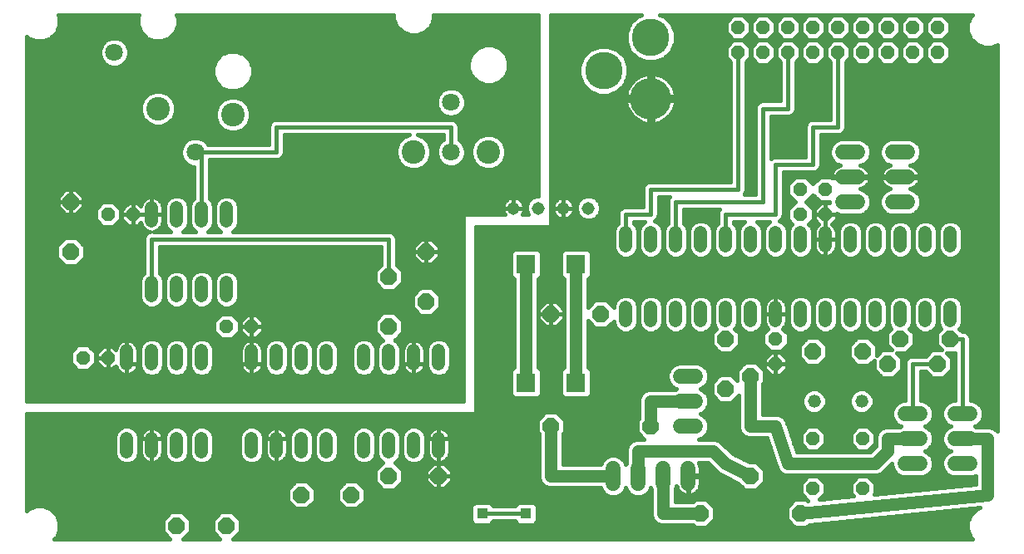
<source format=gbl>
G75*
%MOIN*%
%OFA0B0*%
%FSLAX25Y25*%
%IPPOS*%
%LPD*%
%AMOC8*
5,1,8,0,0,1.08239X$1,22.5*
%
%ADD10OC8,0.05600*%
%ADD11OC8,0.05200*%
%ADD12C,0.16598*%
%ADD13C,0.15024*%
%ADD14C,0.05150*%
%ADD15C,0.05200*%
%ADD16C,0.06000*%
%ADD17C,0.05200*%
%ADD18OC8,0.06600*%
%ADD19C,0.07087*%
%ADD20C,0.09449*%
%ADD21R,0.07677X0.07677*%
%ADD22C,0.05000*%
%ADD23R,0.04356X0.04356*%
%ADD24C,0.01600*%
D10*
X0039300Y0079300D03*
X0049300Y0079300D03*
X0096800Y0091800D03*
X0106800Y0091800D03*
X0059300Y0136800D03*
X0049300Y0136800D03*
X0316800Y0086800D03*
X0316800Y0076800D03*
X0326800Y0136800D03*
X0336800Y0136800D03*
X0336800Y0146800D03*
X0326800Y0146800D03*
D11*
X0321800Y0201800D03*
X0311800Y0201800D03*
X0301800Y0201800D03*
X0301800Y0211800D03*
X0311800Y0211800D03*
X0321800Y0211800D03*
X0331800Y0211800D03*
X0341800Y0211800D03*
X0351800Y0211800D03*
X0361800Y0211800D03*
X0371800Y0211800D03*
X0381800Y0211800D03*
X0381800Y0201800D03*
X0371800Y0201800D03*
X0361800Y0201800D03*
X0351800Y0201800D03*
X0341800Y0201800D03*
X0331800Y0201800D03*
X0331800Y0046800D03*
X0351800Y0046800D03*
X0351800Y0026800D03*
X0331800Y0026800D03*
D12*
X0266800Y0183257D03*
D13*
X0247902Y0194477D03*
X0266800Y0207863D03*
D14*
X0241800Y0139300D03*
X0231800Y0139300D03*
X0221800Y0139300D03*
X0211800Y0139300D03*
D15*
X0256800Y0129400D02*
X0256800Y0124200D01*
X0266800Y0124200D02*
X0266800Y0129400D01*
X0276800Y0129400D02*
X0276800Y0124200D01*
X0286800Y0124200D02*
X0286800Y0129400D01*
X0296800Y0129400D02*
X0296800Y0124200D01*
X0306800Y0124200D02*
X0306800Y0129400D01*
X0316800Y0129400D02*
X0316800Y0124200D01*
X0326800Y0124200D02*
X0326800Y0129400D01*
X0336800Y0129400D02*
X0336800Y0124200D01*
X0346800Y0124200D02*
X0346800Y0129400D01*
X0356800Y0129400D02*
X0356800Y0124200D01*
X0366800Y0124200D02*
X0366800Y0129400D01*
X0376800Y0129400D02*
X0376800Y0124200D01*
X0386800Y0124200D02*
X0386800Y0129400D01*
X0386800Y0099400D02*
X0386800Y0094200D01*
X0376800Y0094200D02*
X0376800Y0099400D01*
X0366800Y0099400D02*
X0366800Y0094200D01*
X0356800Y0094200D02*
X0356800Y0099400D01*
X0346800Y0099400D02*
X0346800Y0094200D01*
X0336800Y0094200D02*
X0336800Y0099400D01*
X0326800Y0099400D02*
X0326800Y0094200D01*
X0316800Y0094200D02*
X0316800Y0099400D01*
X0306800Y0099400D02*
X0306800Y0094200D01*
X0296800Y0094200D02*
X0296800Y0099400D01*
X0286800Y0099400D02*
X0286800Y0094200D01*
X0276800Y0094200D02*
X0276800Y0099400D01*
X0266800Y0099400D02*
X0266800Y0094200D01*
X0256800Y0094200D02*
X0256800Y0099400D01*
X0181800Y0082000D02*
X0181800Y0076800D01*
X0171800Y0076800D02*
X0171800Y0082000D01*
X0161800Y0082000D02*
X0161800Y0076800D01*
X0151800Y0076800D02*
X0151800Y0082000D01*
X0136800Y0082000D02*
X0136800Y0076800D01*
X0126800Y0076800D02*
X0126800Y0082000D01*
X0116800Y0082000D02*
X0116800Y0076800D01*
X0106800Y0076800D02*
X0106800Y0082000D01*
X0086800Y0082000D02*
X0086800Y0076800D01*
X0076800Y0076800D02*
X0076800Y0082000D01*
X0066800Y0082000D02*
X0066800Y0076800D01*
X0056800Y0076800D02*
X0056800Y0082000D01*
X0066800Y0104200D02*
X0066800Y0109400D01*
X0076800Y0109400D02*
X0076800Y0104200D01*
X0086800Y0104200D02*
X0086800Y0109400D01*
X0096800Y0109400D02*
X0096800Y0104200D01*
X0096800Y0134200D02*
X0096800Y0139400D01*
X0086800Y0139400D02*
X0086800Y0134200D01*
X0076800Y0134200D02*
X0076800Y0139400D01*
X0066800Y0139400D02*
X0066800Y0134200D01*
X0066800Y0046800D02*
X0066800Y0041600D01*
X0056800Y0041600D02*
X0056800Y0046800D01*
X0076800Y0046800D02*
X0076800Y0041600D01*
X0086800Y0041600D02*
X0086800Y0046800D01*
X0106800Y0046800D02*
X0106800Y0041600D01*
X0116800Y0041600D02*
X0116800Y0046800D01*
X0126800Y0046800D02*
X0126800Y0041600D01*
X0136800Y0041600D02*
X0136800Y0046800D01*
X0151800Y0046800D02*
X0151800Y0041600D01*
X0161800Y0041600D02*
X0161800Y0046800D01*
X0171800Y0046800D02*
X0171800Y0041600D01*
X0181800Y0041600D02*
X0181800Y0046800D01*
D16*
X0251800Y0034800D02*
X0251800Y0028800D01*
X0261800Y0028800D02*
X0261800Y0034800D01*
X0271800Y0034800D02*
X0271800Y0028800D01*
X0281800Y0028800D02*
X0281800Y0034800D01*
X0278800Y0051800D02*
X0284800Y0051800D01*
X0284800Y0061800D02*
X0278800Y0061800D01*
X0278800Y0071800D02*
X0284800Y0071800D01*
X0368800Y0056800D02*
X0374800Y0056800D01*
X0388800Y0056800D02*
X0394800Y0056800D01*
X0394800Y0046800D02*
X0388800Y0046800D01*
X0374800Y0046800D02*
X0368800Y0046800D01*
X0368800Y0036800D02*
X0374800Y0036800D01*
X0388800Y0036800D02*
X0394800Y0036800D01*
X0369800Y0141800D02*
X0363800Y0141800D01*
X0349800Y0141800D02*
X0343800Y0141800D01*
X0343800Y0151800D02*
X0349800Y0151800D01*
X0363800Y0151800D02*
X0369800Y0151800D01*
X0369800Y0161800D02*
X0363800Y0161800D01*
X0349800Y0161800D02*
X0343800Y0161800D01*
D17*
X0351300Y0061800D03*
X0332300Y0061800D03*
D18*
X0306800Y0071800D03*
X0296800Y0066800D03*
X0266800Y0051800D03*
X0226800Y0051800D03*
X0181800Y0031800D03*
X0161800Y0031800D03*
X0146800Y0024300D03*
X0126800Y0024300D03*
X0096800Y0011800D03*
X0076800Y0011800D03*
X0161800Y0091800D03*
X0176800Y0101800D03*
X0161800Y0111800D03*
X0176800Y0121800D03*
X0226800Y0096800D03*
X0246800Y0096800D03*
X0296800Y0086800D03*
X0331800Y0081800D03*
X0351800Y0081800D03*
X0361800Y0076800D03*
X0366800Y0086800D03*
X0381800Y0076800D03*
X0386800Y0086800D03*
X0306800Y0031800D03*
X0286800Y0016800D03*
X0326800Y0016800D03*
X0034300Y0121800D03*
X0034300Y0141800D03*
D19*
X0084300Y0161780D03*
X0051820Y0201820D03*
X0186800Y0181800D03*
X0186800Y0161800D03*
D20*
X0171800Y0161800D03*
X0201800Y0161800D03*
X0099300Y0176800D03*
X0069300Y0179300D03*
D21*
X0216800Y0116800D03*
X0236800Y0116800D03*
X0236800Y0069300D03*
X0216800Y0069300D03*
D22*
X0216800Y0116800D01*
X0236800Y0116800D02*
X0236800Y0069300D01*
X0226800Y0051800D02*
X0226800Y0031800D01*
X0251800Y0031800D01*
X0261800Y0031800D02*
X0261800Y0041800D01*
X0291800Y0041800D01*
X0296800Y0036800D01*
X0306800Y0031800D01*
X0321800Y0036800D02*
X0356800Y0036800D01*
X0361800Y0041800D01*
X0361800Y0046800D01*
X0371800Y0046800D01*
X0391800Y0046800D02*
X0401800Y0046800D01*
X0401800Y0024300D01*
X0326800Y0016800D01*
X0321800Y0036800D02*
X0316800Y0051800D01*
X0306800Y0051800D01*
X0306800Y0071800D01*
X0281800Y0061800D02*
X0266800Y0061800D01*
X0266800Y0051800D01*
X0271800Y0031800D02*
X0271800Y0016800D01*
X0286800Y0016800D01*
D23*
X0216800Y0016800D03*
X0199300Y0016800D03*
D24*
X0016600Y0017842D02*
X0016600Y0056800D01*
X0196800Y0056800D01*
X0196800Y0131800D01*
X0226800Y0131800D01*
X0226800Y0216961D01*
X0263124Y0216961D01*
X0261242Y0216181D01*
X0258482Y0213421D01*
X0256988Y0209815D01*
X0256988Y0205911D01*
X0258482Y0202305D01*
X0261242Y0199545D01*
X0264848Y0198051D01*
X0268752Y0198051D01*
X0272358Y0199545D01*
X0275118Y0202305D01*
X0276612Y0205911D01*
X0276612Y0209815D01*
X0275118Y0213421D01*
X0272358Y0216181D01*
X0270476Y0216961D01*
X0395718Y0216961D01*
X0395061Y0216303D01*
X0393850Y0213381D01*
X0393850Y0210219D01*
X0395061Y0207297D01*
X0397297Y0205061D01*
X0400219Y0203850D01*
X0403381Y0203850D01*
X0405701Y0204811D01*
X0405700Y0204811D01*
X0405701Y0204811D02*
X0405701Y0049687D01*
X0404519Y0050869D01*
X0402755Y0051600D01*
X0397061Y0051600D01*
X0396578Y0051800D01*
X0397802Y0052307D01*
X0399293Y0053798D01*
X0400100Y0055746D01*
X0400100Y0057854D01*
X0399293Y0059802D01*
X0397802Y0061293D01*
X0395854Y0062100D01*
X0394900Y0062100D01*
X0394900Y0087417D01*
X0394428Y0088556D01*
X0393556Y0089428D01*
X0392417Y0089900D01*
X0391620Y0089900D01*
X0390525Y0090995D01*
X0390954Y0091424D01*
X0391700Y0093225D01*
X0391700Y0100375D01*
X0390954Y0102176D01*
X0389576Y0103554D01*
X0387775Y0104300D01*
X0385825Y0104300D01*
X0384024Y0103554D01*
X0382646Y0102176D01*
X0381900Y0100375D01*
X0381900Y0093225D01*
X0382646Y0091424D01*
X0383075Y0090995D01*
X0381200Y0089120D01*
X0381200Y0084480D01*
X0383280Y0082400D01*
X0379480Y0082400D01*
X0376980Y0079900D01*
X0371183Y0079900D01*
X0370044Y0079428D01*
X0369172Y0078556D01*
X0368700Y0077417D01*
X0368700Y0062100D01*
X0367746Y0062100D01*
X0365798Y0061293D01*
X0364307Y0059802D01*
X0363500Y0057854D01*
X0363500Y0055746D01*
X0364307Y0053798D01*
X0365798Y0052307D01*
X0367022Y0051800D01*
X0366539Y0051600D01*
X0360845Y0051600D01*
X0359081Y0050869D01*
X0357731Y0049519D01*
X0357000Y0047755D01*
X0357000Y0043788D01*
X0354812Y0041600D01*
X0325260Y0041600D01*
X0321600Y0052579D01*
X0321600Y0052755D01*
X0321300Y0053479D01*
X0321052Y0054224D01*
X0320937Y0054357D01*
X0320869Y0054519D01*
X0320315Y0055074D01*
X0319801Y0055666D01*
X0319643Y0055745D01*
X0319519Y0055869D01*
X0318794Y0056169D01*
X0318093Y0056520D01*
X0317917Y0056533D01*
X0317755Y0056600D01*
X0316970Y0056600D01*
X0316188Y0056656D01*
X0316021Y0056600D01*
X0311600Y0056600D01*
X0311600Y0068680D01*
X0312400Y0069480D01*
X0312400Y0074120D01*
X0309120Y0077400D01*
X0304480Y0077400D01*
X0301200Y0074120D01*
X0301200Y0070320D01*
X0299120Y0072400D01*
X0294480Y0072400D01*
X0291200Y0069120D01*
X0291200Y0064480D01*
X0294480Y0061200D01*
X0299120Y0061200D01*
X0302000Y0064080D01*
X0302000Y0050845D01*
X0302731Y0049081D01*
X0304081Y0047731D01*
X0305845Y0047000D01*
X0313340Y0047000D01*
X0317000Y0036021D01*
X0317000Y0035845D01*
X0317300Y0035121D01*
X0317548Y0034376D01*
X0317663Y0034243D01*
X0317731Y0034081D01*
X0318285Y0033526D01*
X0318799Y0032934D01*
X0318957Y0032855D01*
X0319081Y0032731D01*
X0319806Y0032431D01*
X0320507Y0032080D01*
X0320683Y0032067D01*
X0320845Y0032000D01*
X0321630Y0032000D01*
X0322412Y0031944D01*
X0322579Y0032000D01*
X0357755Y0032000D01*
X0359519Y0032731D01*
X0363500Y0036712D01*
X0363500Y0035746D01*
X0364307Y0033798D01*
X0365798Y0032307D01*
X0367746Y0031500D01*
X0375854Y0031500D01*
X0377802Y0032307D01*
X0379293Y0033798D01*
X0380100Y0035746D01*
X0380100Y0037854D01*
X0379293Y0039802D01*
X0377802Y0041293D01*
X0376578Y0041800D01*
X0377802Y0042307D01*
X0379293Y0043798D01*
X0380100Y0045746D01*
X0380100Y0047854D01*
X0379293Y0049802D01*
X0377802Y0051293D01*
X0376578Y0051800D01*
X0377802Y0052307D01*
X0379293Y0053798D01*
X0380100Y0055746D01*
X0380100Y0057854D01*
X0379293Y0059802D01*
X0377802Y0061293D01*
X0375854Y0062100D01*
X0374900Y0062100D01*
X0374900Y0073700D01*
X0376980Y0073700D01*
X0379480Y0071200D01*
X0384120Y0071200D01*
X0387400Y0074480D01*
X0387400Y0079120D01*
X0385320Y0081200D01*
X0388700Y0081200D01*
X0388700Y0062100D01*
X0387746Y0062100D01*
X0385798Y0061293D01*
X0384307Y0059802D01*
X0383500Y0057854D01*
X0383500Y0055746D01*
X0384307Y0053798D01*
X0385798Y0052307D01*
X0387022Y0051800D01*
X0385798Y0051293D01*
X0384307Y0049802D01*
X0383500Y0047854D01*
X0383500Y0045746D01*
X0384307Y0043798D01*
X0385798Y0042307D01*
X0387022Y0041800D01*
X0385798Y0041293D01*
X0384307Y0039802D01*
X0383500Y0037854D01*
X0383500Y0035746D01*
X0384307Y0033798D01*
X0385798Y0032307D01*
X0387746Y0031500D01*
X0395854Y0031500D01*
X0397000Y0031975D01*
X0397000Y0028644D01*
X0356526Y0024597D01*
X0356700Y0024770D01*
X0356700Y0028830D01*
X0353830Y0031700D01*
X0349770Y0031700D01*
X0346900Y0028830D01*
X0346900Y0024770D01*
X0347933Y0023737D01*
X0334304Y0022374D01*
X0336700Y0024770D01*
X0336700Y0028830D01*
X0333830Y0031700D01*
X0329770Y0031700D01*
X0326900Y0028830D01*
X0326900Y0024770D01*
X0329751Y0021919D01*
X0329614Y0021905D01*
X0329120Y0022400D01*
X0324480Y0022400D01*
X0321200Y0019120D01*
X0321200Y0014480D01*
X0324480Y0011200D01*
X0329120Y0011200D01*
X0330240Y0012320D01*
X0398845Y0019181D01*
X0397297Y0018539D01*
X0395061Y0016303D01*
X0393850Y0013381D01*
X0393850Y0010219D01*
X0395061Y0007297D01*
X0395758Y0006600D01*
X0099520Y0006600D01*
X0102400Y0009480D01*
X0102400Y0014120D01*
X0099120Y0017400D01*
X0094480Y0017400D01*
X0091200Y0014120D01*
X0091200Y0009480D01*
X0094080Y0006600D01*
X0079520Y0006600D01*
X0082400Y0009480D01*
X0082400Y0014120D01*
X0079120Y0017400D01*
X0074480Y0017400D01*
X0071200Y0014120D01*
X0071200Y0009480D01*
X0074080Y0006600D01*
X0027842Y0006600D01*
X0028539Y0007297D01*
X0029750Y0010219D01*
X0029750Y0013381D01*
X0028539Y0016303D01*
X0026303Y0018539D01*
X0023381Y0019750D01*
X0020219Y0019750D01*
X0017297Y0018539D01*
X0016600Y0017842D01*
X0016600Y0019384D02*
X0019335Y0019384D01*
X0016600Y0020982D02*
X0122198Y0020982D01*
X0121200Y0021980D02*
X0124480Y0018700D01*
X0129120Y0018700D01*
X0132400Y0021980D01*
X0132400Y0026620D01*
X0129120Y0029900D01*
X0124480Y0029900D01*
X0121200Y0026620D01*
X0121200Y0021980D01*
X0121200Y0022581D02*
X0016600Y0022581D01*
X0016600Y0024179D02*
X0121200Y0024179D01*
X0121200Y0025778D02*
X0016600Y0025778D01*
X0016600Y0027376D02*
X0121957Y0027376D01*
X0123555Y0028975D02*
X0016600Y0028975D01*
X0016600Y0030573D02*
X0156200Y0030573D01*
X0156200Y0029480D02*
X0159480Y0026200D01*
X0164120Y0026200D01*
X0167400Y0029480D01*
X0167400Y0034120D01*
X0164221Y0037299D01*
X0164576Y0037446D01*
X0165954Y0038824D01*
X0166700Y0040625D01*
X0166700Y0047775D01*
X0165954Y0049576D01*
X0164576Y0050954D01*
X0162775Y0051700D01*
X0160825Y0051700D01*
X0159024Y0050954D01*
X0157646Y0049576D01*
X0156900Y0047775D01*
X0156900Y0040625D01*
X0157646Y0038824D01*
X0159024Y0037446D01*
X0159379Y0037299D01*
X0156200Y0034120D01*
X0156200Y0029480D01*
X0156706Y0028975D02*
X0150045Y0028975D01*
X0149120Y0029900D02*
X0144480Y0029900D01*
X0141200Y0026620D01*
X0141200Y0021980D01*
X0144480Y0018700D01*
X0149120Y0018700D01*
X0152400Y0021980D01*
X0152400Y0026620D01*
X0149120Y0029900D01*
X0151643Y0027376D02*
X0158304Y0027376D01*
X0152400Y0025778D02*
X0247327Y0025778D01*
X0247307Y0025798D02*
X0248798Y0024307D01*
X0250746Y0023500D01*
X0252854Y0023500D01*
X0254802Y0024307D01*
X0256293Y0025798D01*
X0256800Y0027022D01*
X0257307Y0025798D01*
X0258798Y0024307D01*
X0260746Y0023500D01*
X0262854Y0023500D01*
X0264802Y0024307D01*
X0266293Y0025798D01*
X0266800Y0027022D01*
X0267000Y0026539D01*
X0267000Y0015845D01*
X0267731Y0014081D01*
X0269081Y0012731D01*
X0270845Y0012000D01*
X0283680Y0012000D01*
X0284480Y0011200D01*
X0289120Y0011200D01*
X0292400Y0014480D01*
X0292400Y0019120D01*
X0289120Y0022400D01*
X0284480Y0022400D01*
X0283680Y0021600D01*
X0276600Y0021600D01*
X0276600Y0026539D01*
X0277100Y0027746D01*
X0277100Y0027791D01*
X0277118Y0027676D01*
X0277352Y0026957D01*
X0277695Y0026284D01*
X0278139Y0025673D01*
X0278673Y0025139D01*
X0279284Y0024695D01*
X0279957Y0024352D01*
X0280676Y0024118D01*
X0281422Y0024000D01*
X0281600Y0024000D01*
X0281600Y0031600D01*
X0282000Y0031600D01*
X0282000Y0032000D01*
X0286600Y0032000D01*
X0286600Y0035178D01*
X0286482Y0035924D01*
X0286248Y0036643D01*
X0286066Y0037000D01*
X0289812Y0037000D01*
X0293285Y0033526D01*
X0293799Y0032934D01*
X0293957Y0032855D01*
X0294081Y0032731D01*
X0294806Y0032431D01*
X0301694Y0028986D01*
X0304480Y0026200D01*
X0309120Y0026200D01*
X0312400Y0029480D01*
X0312400Y0034120D01*
X0309120Y0037400D01*
X0306333Y0037400D01*
X0299643Y0040745D01*
X0294519Y0045869D01*
X0292755Y0046600D01*
X0286096Y0046600D01*
X0287802Y0047307D01*
X0289293Y0048798D01*
X0290100Y0050746D01*
X0290100Y0052854D01*
X0289293Y0054802D01*
X0287802Y0056293D01*
X0286578Y0056800D01*
X0287802Y0057307D01*
X0289293Y0058798D01*
X0290100Y0060746D01*
X0290100Y0062854D01*
X0289293Y0064802D01*
X0287802Y0066293D01*
X0286578Y0066800D01*
X0287802Y0067307D01*
X0289293Y0068798D01*
X0290100Y0070746D01*
X0290100Y0072854D01*
X0289293Y0074802D01*
X0287802Y0076293D01*
X0285854Y0077100D01*
X0277746Y0077100D01*
X0275798Y0076293D01*
X0274307Y0074802D01*
X0273500Y0072854D01*
X0273500Y0070746D01*
X0274307Y0068798D01*
X0275798Y0067307D01*
X0277022Y0066800D01*
X0276539Y0066600D01*
X0265845Y0066600D01*
X0264081Y0065869D01*
X0262731Y0064519D01*
X0262000Y0062755D01*
X0262000Y0054920D01*
X0261200Y0054120D01*
X0261200Y0049480D01*
X0264080Y0046600D01*
X0260845Y0046600D01*
X0259081Y0045869D01*
X0257731Y0044519D01*
X0257000Y0042755D01*
X0257000Y0037061D01*
X0256800Y0036578D01*
X0256293Y0037802D01*
X0254802Y0039293D01*
X0252854Y0040100D01*
X0250746Y0040100D01*
X0248798Y0039293D01*
X0247307Y0037802D01*
X0246809Y0036600D01*
X0231600Y0036600D01*
X0231600Y0048680D01*
X0232400Y0049480D01*
X0232400Y0054120D01*
X0229120Y0057400D01*
X0224480Y0057400D01*
X0221200Y0054120D01*
X0221200Y0049480D01*
X0222000Y0048680D01*
X0222000Y0030845D01*
X0222731Y0029081D01*
X0224081Y0027731D01*
X0225845Y0027000D01*
X0246809Y0027000D01*
X0247307Y0025798D01*
X0249106Y0024179D02*
X0152400Y0024179D01*
X0152400Y0022581D02*
X0267000Y0022581D01*
X0267000Y0024179D02*
X0264494Y0024179D01*
X0266273Y0025778D02*
X0267000Y0025778D01*
X0267000Y0020982D02*
X0220226Y0020982D01*
X0219931Y0021278D02*
X0213669Y0021278D01*
X0212322Y0019931D01*
X0212322Y0019900D01*
X0203778Y0019900D01*
X0203778Y0019931D01*
X0202431Y0021278D01*
X0196169Y0021278D01*
X0194822Y0019931D01*
X0194822Y0013669D01*
X0196169Y0012322D01*
X0202431Y0012322D01*
X0203778Y0013669D01*
X0203778Y0013700D01*
X0212322Y0013700D01*
X0212322Y0013669D01*
X0213669Y0012322D01*
X0219931Y0012322D01*
X0221278Y0013669D01*
X0221278Y0019931D01*
X0219931Y0021278D01*
X0221278Y0019384D02*
X0267000Y0019384D01*
X0267000Y0017785D02*
X0221278Y0017785D01*
X0221278Y0016187D02*
X0267000Y0016187D01*
X0267521Y0014588D02*
X0221278Y0014588D01*
X0220598Y0012990D02*
X0268822Y0012990D01*
X0276600Y0022581D02*
X0329090Y0022581D01*
X0327491Y0024179D02*
X0283112Y0024179D01*
X0282924Y0024118D02*
X0283643Y0024352D01*
X0284316Y0024695D01*
X0284927Y0025139D01*
X0285461Y0025673D01*
X0285905Y0026284D01*
X0286248Y0026957D01*
X0286482Y0027676D01*
X0286600Y0028422D01*
X0286600Y0031600D01*
X0282000Y0031600D01*
X0282000Y0024000D01*
X0282178Y0024000D01*
X0282924Y0024118D01*
X0282000Y0024179D02*
X0281600Y0024179D01*
X0280488Y0024179D02*
X0276600Y0024179D01*
X0276600Y0025778D02*
X0278063Y0025778D01*
X0277216Y0027376D02*
X0276947Y0027376D01*
X0281600Y0027376D02*
X0282000Y0027376D01*
X0282000Y0025778D02*
X0281600Y0025778D01*
X0285537Y0025778D02*
X0326900Y0025778D01*
X0326900Y0027376D02*
X0310296Y0027376D01*
X0311894Y0028975D02*
X0327045Y0028975D01*
X0328644Y0030573D02*
X0312400Y0030573D01*
X0312400Y0032172D02*
X0320323Y0032172D01*
X0318042Y0033770D02*
X0312400Y0033770D01*
X0311151Y0035369D02*
X0317197Y0035369D01*
X0316685Y0036967D02*
X0309552Y0036967D01*
X0304002Y0038566D02*
X0316152Y0038566D01*
X0315619Y0040164D02*
X0300805Y0040164D01*
X0298625Y0041763D02*
X0315086Y0041763D01*
X0314553Y0043361D02*
X0297027Y0043361D01*
X0295428Y0044960D02*
X0314020Y0044960D01*
X0313488Y0046558D02*
X0292855Y0046558D01*
X0288652Y0048157D02*
X0303655Y0048157D01*
X0302451Y0049755D02*
X0289690Y0049755D01*
X0290100Y0051354D02*
X0302000Y0051354D01*
X0302000Y0052952D02*
X0290059Y0052952D01*
X0289397Y0054551D02*
X0302000Y0054551D01*
X0302000Y0056149D02*
X0287946Y0056149D01*
X0288243Y0057748D02*
X0302000Y0057748D01*
X0302000Y0059346D02*
X0289520Y0059346D01*
X0290100Y0060945D02*
X0302000Y0060945D01*
X0302000Y0062543D02*
X0300463Y0062543D01*
X0293137Y0062543D02*
X0290100Y0062543D01*
X0289567Y0064142D02*
X0291538Y0064142D01*
X0291200Y0065740D02*
X0288355Y0065740D01*
X0287834Y0067339D02*
X0291200Y0067339D01*
X0291200Y0068937D02*
X0289351Y0068937D01*
X0290013Y0070536D02*
X0292616Y0070536D01*
X0294215Y0072134D02*
X0290100Y0072134D01*
X0289736Y0073733D02*
X0301200Y0073733D01*
X0301200Y0072134D02*
X0299385Y0072134D01*
X0300984Y0070536D02*
X0301200Y0070536D01*
X0302412Y0075332D02*
X0288764Y0075332D01*
X0286265Y0076930D02*
X0304010Y0076930D01*
X0309590Y0076930D02*
X0312200Y0076930D01*
X0312200Y0076800D02*
X0316800Y0076800D01*
X0316800Y0076800D01*
X0316800Y0081400D01*
X0318705Y0081400D01*
X0321400Y0078705D01*
X0321400Y0076800D01*
X0316800Y0076800D01*
X0316800Y0076800D01*
X0316800Y0076800D01*
X0316800Y0081400D01*
X0314895Y0081400D01*
X0312200Y0078705D01*
X0312200Y0076800D01*
X0312200Y0074895D01*
X0314895Y0072200D01*
X0316800Y0072200D01*
X0318705Y0072200D01*
X0321400Y0074895D01*
X0321400Y0076800D01*
X0316800Y0076800D01*
X0316800Y0072200D01*
X0316800Y0076800D01*
X0316800Y0076800D01*
X0312200Y0076800D01*
X0312200Y0075332D02*
X0311188Y0075332D01*
X0312400Y0073733D02*
X0313362Y0073733D01*
X0312400Y0072134D02*
X0358546Y0072134D01*
X0359480Y0071200D02*
X0364120Y0071200D01*
X0367400Y0074480D01*
X0367400Y0079120D01*
X0365320Y0081200D01*
X0369120Y0081200D01*
X0372400Y0084480D01*
X0372400Y0089120D01*
X0370525Y0090995D01*
X0370954Y0091424D01*
X0371700Y0093225D01*
X0371700Y0100375D01*
X0370954Y0102176D01*
X0369576Y0103554D01*
X0367775Y0104300D01*
X0365825Y0104300D01*
X0364024Y0103554D01*
X0362646Y0102176D01*
X0361900Y0100375D01*
X0361900Y0093225D01*
X0362646Y0091424D01*
X0363075Y0090995D01*
X0361200Y0089120D01*
X0361200Y0084480D01*
X0363280Y0082400D01*
X0359480Y0082400D01*
X0357400Y0080320D01*
X0357400Y0084120D01*
X0354120Y0087400D01*
X0349480Y0087400D01*
X0346200Y0084120D01*
X0346200Y0079480D01*
X0349480Y0076200D01*
X0354120Y0076200D01*
X0356200Y0078280D01*
X0356200Y0074480D01*
X0359480Y0071200D01*
X0356947Y0073733D02*
X0320238Y0073733D01*
X0321400Y0075332D02*
X0356200Y0075332D01*
X0356200Y0076930D02*
X0354850Y0076930D01*
X0348750Y0076930D02*
X0334850Y0076930D01*
X0334120Y0076200D02*
X0337400Y0079480D01*
X0337400Y0084120D01*
X0334120Y0087400D01*
X0329480Y0087400D01*
X0326200Y0084120D01*
X0326200Y0079480D01*
X0329480Y0076200D01*
X0334120Y0076200D01*
X0336448Y0078529D02*
X0347152Y0078529D01*
X0346200Y0080127D02*
X0337400Y0080127D01*
X0337400Y0081726D02*
X0346200Y0081726D01*
X0346200Y0083324D02*
X0337400Y0083324D01*
X0336597Y0084923D02*
X0347003Y0084923D01*
X0348602Y0086521D02*
X0334998Y0086521D01*
X0335825Y0089300D02*
X0334024Y0090046D01*
X0332646Y0091424D01*
X0331900Y0093225D01*
X0331900Y0100375D01*
X0332646Y0102176D01*
X0334024Y0103554D01*
X0335825Y0104300D01*
X0337775Y0104300D01*
X0339576Y0103554D01*
X0340954Y0102176D01*
X0341700Y0100375D01*
X0341700Y0093225D01*
X0340954Y0091424D01*
X0339576Y0090046D01*
X0337775Y0089300D01*
X0335825Y0089300D01*
X0334816Y0089718D02*
X0328784Y0089718D01*
X0329576Y0090046D02*
X0330954Y0091424D01*
X0331700Y0093225D01*
X0331700Y0100375D01*
X0330954Y0102176D01*
X0329576Y0103554D01*
X0327775Y0104300D01*
X0325825Y0104300D01*
X0324024Y0103554D01*
X0322646Y0102176D01*
X0321900Y0100375D01*
X0321900Y0093225D01*
X0322646Y0091424D01*
X0324024Y0090046D01*
X0325825Y0089300D01*
X0327775Y0089300D01*
X0329576Y0090046D01*
X0330846Y0091317D02*
X0332754Y0091317D01*
X0332028Y0092915D02*
X0331572Y0092915D01*
X0331700Y0094514D02*
X0331900Y0094514D01*
X0331900Y0096112D02*
X0331700Y0096112D01*
X0331700Y0097711D02*
X0331900Y0097711D01*
X0331900Y0099309D02*
X0331700Y0099309D01*
X0331479Y0100908D02*
X0332121Y0100908D01*
X0332977Y0102506D02*
X0330623Y0102506D01*
X0328246Y0104105D02*
X0335354Y0104105D01*
X0338246Y0104105D02*
X0345354Y0104105D01*
X0345825Y0104300D02*
X0344024Y0103554D01*
X0342646Y0102176D01*
X0341900Y0100375D01*
X0341900Y0093225D01*
X0342646Y0091424D01*
X0344024Y0090046D01*
X0345825Y0089300D01*
X0347775Y0089300D01*
X0349576Y0090046D01*
X0350954Y0091424D01*
X0351700Y0093225D01*
X0351700Y0100375D01*
X0350954Y0102176D01*
X0349576Y0103554D01*
X0347775Y0104300D01*
X0345825Y0104300D01*
X0348246Y0104105D02*
X0355354Y0104105D01*
X0355825Y0104300D02*
X0354024Y0103554D01*
X0352646Y0102176D01*
X0351900Y0100375D01*
X0351900Y0093225D01*
X0352646Y0091424D01*
X0354024Y0090046D01*
X0355825Y0089300D01*
X0357775Y0089300D01*
X0359576Y0090046D01*
X0360954Y0091424D01*
X0361700Y0093225D01*
X0361700Y0100375D01*
X0360954Y0102176D01*
X0359576Y0103554D01*
X0357775Y0104300D01*
X0355825Y0104300D01*
X0358246Y0104105D02*
X0365354Y0104105D01*
X0362977Y0102506D02*
X0360623Y0102506D01*
X0361479Y0100908D02*
X0362121Y0100908D01*
X0361900Y0099309D02*
X0361700Y0099309D01*
X0361700Y0097711D02*
X0361900Y0097711D01*
X0361900Y0096112D02*
X0361700Y0096112D01*
X0361700Y0094514D02*
X0361900Y0094514D01*
X0362028Y0092915D02*
X0361572Y0092915D01*
X0360846Y0091317D02*
X0362754Y0091317D01*
X0361799Y0089718D02*
X0358784Y0089718D01*
X0361200Y0088120D02*
X0321900Y0088120D01*
X0321900Y0088912D02*
X0319817Y0090995D01*
X0320156Y0091334D01*
X0320563Y0091894D01*
X0320878Y0092511D01*
X0321092Y0093170D01*
X0321200Y0093854D01*
X0321200Y0096800D01*
X0321200Y0099746D01*
X0321092Y0100430D01*
X0320878Y0101089D01*
X0320563Y0101706D01*
X0320156Y0102266D01*
X0319666Y0102756D01*
X0319106Y0103163D01*
X0318489Y0103478D01*
X0317830Y0103692D01*
X0317146Y0103800D01*
X0316800Y0103800D01*
X0316800Y0096800D01*
X0321200Y0096800D01*
X0316800Y0096800D01*
X0316800Y0096800D01*
X0316800Y0096800D01*
X0316800Y0096800D01*
X0312400Y0096800D01*
X0312400Y0099746D01*
X0312508Y0100430D01*
X0312722Y0101089D01*
X0313037Y0101706D01*
X0313444Y0102266D01*
X0313934Y0102756D01*
X0314494Y0103163D01*
X0315111Y0103478D01*
X0315770Y0103692D01*
X0316454Y0103800D01*
X0316800Y0103800D01*
X0316800Y0096800D01*
X0312400Y0096800D01*
X0312400Y0093854D01*
X0312508Y0093170D01*
X0312722Y0092511D01*
X0313037Y0091894D01*
X0313444Y0091334D01*
X0313782Y0090995D01*
X0311700Y0088912D01*
X0311700Y0084688D01*
X0314688Y0081700D01*
X0318912Y0081700D01*
X0321900Y0084688D01*
X0321900Y0088912D01*
X0321094Y0089718D02*
X0324816Y0089718D01*
X0322754Y0091317D02*
X0320139Y0091317D01*
X0321009Y0092915D02*
X0322028Y0092915D01*
X0321900Y0094514D02*
X0321200Y0094514D01*
X0321200Y0096112D02*
X0321900Y0096112D01*
X0321900Y0097711D02*
X0321200Y0097711D01*
X0321200Y0099309D02*
X0321900Y0099309D01*
X0322121Y0100908D02*
X0320937Y0100908D01*
X0319916Y0102506D02*
X0322977Y0102506D01*
X0325354Y0104105D02*
X0308246Y0104105D01*
X0307775Y0104300D02*
X0305825Y0104300D01*
X0304024Y0103554D01*
X0302646Y0102176D01*
X0301900Y0100375D01*
X0301900Y0093225D01*
X0302646Y0091424D01*
X0304024Y0090046D01*
X0305825Y0089300D01*
X0307775Y0089300D01*
X0309576Y0090046D01*
X0310954Y0091424D01*
X0311700Y0093225D01*
X0311700Y0100375D01*
X0310954Y0102176D01*
X0309576Y0103554D01*
X0307775Y0104300D01*
X0305354Y0104105D02*
X0298246Y0104105D01*
X0297775Y0104300D02*
X0295825Y0104300D01*
X0294024Y0103554D01*
X0292646Y0102176D01*
X0291900Y0100375D01*
X0291900Y0093225D01*
X0292646Y0091424D01*
X0293075Y0090995D01*
X0291200Y0089120D01*
X0291200Y0084480D01*
X0294480Y0081200D01*
X0299120Y0081200D01*
X0302400Y0084480D01*
X0302400Y0089120D01*
X0300525Y0090995D01*
X0300954Y0091424D01*
X0301700Y0093225D01*
X0301700Y0100375D01*
X0300954Y0102176D01*
X0299576Y0103554D01*
X0297775Y0104300D01*
X0295354Y0104105D02*
X0288246Y0104105D01*
X0287775Y0104300D02*
X0285825Y0104300D01*
X0284024Y0103554D01*
X0282646Y0102176D01*
X0281900Y0100375D01*
X0281900Y0093225D01*
X0282646Y0091424D01*
X0284024Y0090046D01*
X0285825Y0089300D01*
X0287775Y0089300D01*
X0289576Y0090046D01*
X0290954Y0091424D01*
X0291700Y0093225D01*
X0291700Y0100375D01*
X0290954Y0102176D01*
X0289576Y0103554D01*
X0287775Y0104300D01*
X0285354Y0104105D02*
X0278246Y0104105D01*
X0277775Y0104300D02*
X0275825Y0104300D01*
X0274024Y0103554D01*
X0272646Y0102176D01*
X0271900Y0100375D01*
X0271900Y0093225D01*
X0272646Y0091424D01*
X0274024Y0090046D01*
X0275825Y0089300D01*
X0277775Y0089300D01*
X0279576Y0090046D01*
X0280954Y0091424D01*
X0281700Y0093225D01*
X0281700Y0100375D01*
X0280954Y0102176D01*
X0279576Y0103554D01*
X0277775Y0104300D01*
X0275354Y0104105D02*
X0268246Y0104105D01*
X0267775Y0104300D02*
X0269576Y0103554D01*
X0270954Y0102176D01*
X0271700Y0100375D01*
X0271700Y0093225D01*
X0270954Y0091424D01*
X0269576Y0090046D01*
X0267775Y0089300D01*
X0265825Y0089300D01*
X0264024Y0090046D01*
X0262646Y0091424D01*
X0261900Y0093225D01*
X0261900Y0100375D01*
X0262646Y0102176D01*
X0264024Y0103554D01*
X0265825Y0104300D01*
X0267775Y0104300D01*
X0265354Y0104105D02*
X0258246Y0104105D01*
X0257775Y0104300D02*
X0255825Y0104300D01*
X0254024Y0103554D01*
X0252646Y0102176D01*
X0251900Y0100375D01*
X0251900Y0099620D01*
X0249120Y0102400D01*
X0244480Y0102400D01*
X0241600Y0099520D01*
X0241600Y0110670D01*
X0242939Y0112009D01*
X0242939Y0121591D01*
X0241591Y0122939D01*
X0232009Y0122939D01*
X0230661Y0121591D01*
X0230661Y0112009D01*
X0232000Y0110670D01*
X0232000Y0075430D01*
X0230661Y0074091D01*
X0230661Y0064509D01*
X0232009Y0063161D01*
X0241591Y0063161D01*
X0242939Y0064509D01*
X0242939Y0074091D01*
X0241600Y0075430D01*
X0241600Y0094080D01*
X0244480Y0091200D01*
X0249120Y0091200D01*
X0251900Y0093980D01*
X0251900Y0093225D01*
X0252646Y0091424D01*
X0254024Y0090046D01*
X0255825Y0089300D01*
X0257775Y0089300D01*
X0259576Y0090046D01*
X0260954Y0091424D01*
X0261700Y0093225D01*
X0261700Y0100375D01*
X0260954Y0102176D01*
X0259576Y0103554D01*
X0257775Y0104300D01*
X0255354Y0104105D02*
X0241600Y0104105D01*
X0241600Y0105703D02*
X0405701Y0105703D01*
X0405701Y0104105D02*
X0388246Y0104105D01*
X0390623Y0102506D02*
X0405701Y0102506D01*
X0405701Y0100908D02*
X0391479Y0100908D01*
X0391700Y0099309D02*
X0405701Y0099309D01*
X0405701Y0097711D02*
X0391700Y0097711D01*
X0391700Y0096112D02*
X0405701Y0096112D01*
X0405701Y0094514D02*
X0391700Y0094514D01*
X0391572Y0092915D02*
X0405701Y0092915D01*
X0405701Y0091317D02*
X0390846Y0091317D01*
X0392856Y0089718D02*
X0405701Y0089718D01*
X0405701Y0088120D02*
X0394609Y0088120D01*
X0394900Y0086521D02*
X0405701Y0086521D01*
X0405701Y0084923D02*
X0394900Y0084923D01*
X0394900Y0083324D02*
X0405701Y0083324D01*
X0405701Y0081726D02*
X0394900Y0081726D01*
X0394900Y0080127D02*
X0405701Y0080127D01*
X0405701Y0078529D02*
X0394900Y0078529D01*
X0394900Y0076930D02*
X0405701Y0076930D01*
X0405701Y0075332D02*
X0394900Y0075332D01*
X0394900Y0073733D02*
X0405701Y0073733D01*
X0405701Y0072134D02*
X0394900Y0072134D01*
X0394900Y0070536D02*
X0405701Y0070536D01*
X0405701Y0068937D02*
X0394900Y0068937D01*
X0394900Y0067339D02*
X0405701Y0067339D01*
X0405701Y0065740D02*
X0394900Y0065740D01*
X0394900Y0064142D02*
X0405701Y0064142D01*
X0405701Y0062543D02*
X0394900Y0062543D01*
X0398150Y0060945D02*
X0405701Y0060945D01*
X0405701Y0059346D02*
X0399482Y0059346D01*
X0400100Y0057748D02*
X0405701Y0057748D01*
X0405701Y0056149D02*
X0400100Y0056149D01*
X0399605Y0054551D02*
X0405701Y0054551D01*
X0405701Y0052952D02*
X0398448Y0052952D01*
X0403349Y0051354D02*
X0405701Y0051354D01*
X0405701Y0049755D02*
X0405633Y0049755D01*
X0391800Y0056800D02*
X0391800Y0086800D01*
X0386800Y0086800D01*
X0381200Y0086521D02*
X0372400Y0086521D01*
X0372400Y0084923D02*
X0381200Y0084923D01*
X0382356Y0083324D02*
X0371244Y0083324D01*
X0369645Y0081726D02*
X0378806Y0081726D01*
X0377207Y0080127D02*
X0366393Y0080127D01*
X0367400Y0078529D02*
X0369161Y0078529D01*
X0368700Y0076930D02*
X0367400Y0076930D01*
X0367400Y0075332D02*
X0368700Y0075332D01*
X0368700Y0073733D02*
X0366653Y0073733D01*
X0365054Y0072134D02*
X0368700Y0072134D01*
X0368700Y0070536D02*
X0312400Y0070536D01*
X0311857Y0068937D02*
X0368700Y0068937D01*
X0368700Y0067339D02*
X0311600Y0067339D01*
X0311600Y0065740D02*
X0329311Y0065740D01*
X0329524Y0065954D02*
X0328146Y0064576D01*
X0327400Y0062775D01*
X0327400Y0060825D01*
X0328146Y0059024D01*
X0329524Y0057646D01*
X0331325Y0056900D01*
X0333275Y0056900D01*
X0335076Y0057646D01*
X0336454Y0059024D01*
X0337200Y0060825D01*
X0337200Y0062775D01*
X0336454Y0064576D01*
X0335076Y0065954D01*
X0333275Y0066700D01*
X0331325Y0066700D01*
X0329524Y0065954D01*
X0327966Y0064142D02*
X0311600Y0064142D01*
X0311600Y0062543D02*
X0327400Y0062543D01*
X0327400Y0060945D02*
X0311600Y0060945D01*
X0311600Y0059346D02*
X0328013Y0059346D01*
X0329422Y0057748D02*
X0311600Y0057748D01*
X0318843Y0056149D02*
X0363500Y0056149D01*
X0363500Y0057748D02*
X0354178Y0057748D01*
X0354076Y0057646D02*
X0355454Y0059024D01*
X0356200Y0060825D01*
X0356200Y0062775D01*
X0355454Y0064576D01*
X0354076Y0065954D01*
X0352275Y0066700D01*
X0350325Y0066700D01*
X0348524Y0065954D01*
X0347146Y0064576D01*
X0346400Y0062775D01*
X0346400Y0060825D01*
X0347146Y0059024D01*
X0348524Y0057646D01*
X0350325Y0056900D01*
X0352275Y0056900D01*
X0354076Y0057646D01*
X0355587Y0059346D02*
X0364118Y0059346D01*
X0365450Y0060945D02*
X0356200Y0060945D01*
X0356200Y0062543D02*
X0368700Y0062543D01*
X0368700Y0064142D02*
X0355634Y0064142D01*
X0354289Y0065740D02*
X0368700Y0065740D01*
X0374900Y0065740D02*
X0388700Y0065740D01*
X0388700Y0064142D02*
X0374900Y0064142D01*
X0374900Y0062543D02*
X0388700Y0062543D01*
X0385450Y0060945D02*
X0378150Y0060945D01*
X0379482Y0059346D02*
X0384118Y0059346D01*
X0383500Y0057748D02*
X0380100Y0057748D01*
X0380100Y0056149D02*
X0383500Y0056149D01*
X0383995Y0054551D02*
X0379605Y0054551D01*
X0378448Y0052952D02*
X0385152Y0052952D01*
X0385944Y0051354D02*
X0377656Y0051354D01*
X0379313Y0049755D02*
X0384287Y0049755D01*
X0383625Y0048157D02*
X0379975Y0048157D01*
X0380100Y0046558D02*
X0383500Y0046558D01*
X0383826Y0044960D02*
X0379774Y0044960D01*
X0378857Y0043361D02*
X0384743Y0043361D01*
X0386932Y0041763D02*
X0376668Y0041763D01*
X0378931Y0040164D02*
X0384669Y0040164D01*
X0383795Y0038566D02*
X0379805Y0038566D01*
X0380100Y0036967D02*
X0383500Y0036967D01*
X0383656Y0035369D02*
X0379944Y0035369D01*
X0379266Y0033770D02*
X0384334Y0033770D01*
X0386124Y0032172D02*
X0377476Y0032172D01*
X0384323Y0027376D02*
X0356700Y0027376D01*
X0356700Y0025778D02*
X0368337Y0025778D01*
X0366124Y0032172D02*
X0358169Y0032172D01*
X0360558Y0033770D02*
X0364334Y0033770D01*
X0363656Y0035369D02*
X0362157Y0035369D01*
X0356555Y0028975D02*
X0397000Y0028975D01*
X0397000Y0030573D02*
X0354956Y0030573D01*
X0348644Y0030573D02*
X0334956Y0030573D01*
X0336555Y0028975D02*
X0347045Y0028975D01*
X0346900Y0027376D02*
X0336700Y0027376D01*
X0336700Y0025778D02*
X0346900Y0025778D01*
X0347491Y0024179D02*
X0336109Y0024179D01*
X0336367Y0022581D02*
X0334510Y0022581D01*
X0323063Y0020982D02*
X0290537Y0020982D01*
X0292136Y0019384D02*
X0321464Y0019384D01*
X0321200Y0017785D02*
X0292400Y0017785D01*
X0292400Y0016187D02*
X0321200Y0016187D01*
X0321200Y0014588D02*
X0292400Y0014588D01*
X0290909Y0012990D02*
X0322691Y0012990D01*
X0324289Y0011391D02*
X0289311Y0011391D01*
X0284289Y0011391D02*
X0102400Y0011391D01*
X0102400Y0009793D02*
X0394027Y0009793D01*
X0393850Y0011391D02*
X0329311Y0011391D01*
X0336935Y0012990D02*
X0393850Y0012990D01*
X0394350Y0014588D02*
X0352920Y0014588D01*
X0368905Y0016187D02*
X0395012Y0016187D01*
X0396543Y0017785D02*
X0384890Y0017785D01*
X0394689Y0008194D02*
X0101114Y0008194D01*
X0102400Y0012990D02*
X0195502Y0012990D01*
X0194822Y0014588D02*
X0101931Y0014588D01*
X0100333Y0016187D02*
X0194822Y0016187D01*
X0194822Y0017785D02*
X0027057Y0017785D01*
X0028588Y0016187D02*
X0073267Y0016187D01*
X0071669Y0014588D02*
X0029250Y0014588D01*
X0029750Y0012990D02*
X0071200Y0012990D01*
X0071200Y0011391D02*
X0029750Y0011391D01*
X0029573Y0009793D02*
X0071200Y0009793D01*
X0072486Y0008194D02*
X0028911Y0008194D01*
X0024265Y0019384D02*
X0123797Y0019384D01*
X0129803Y0019384D02*
X0143797Y0019384D01*
X0142198Y0020982D02*
X0131402Y0020982D01*
X0132400Y0022581D02*
X0141200Y0022581D01*
X0141200Y0024179D02*
X0132400Y0024179D01*
X0132400Y0025778D02*
X0141200Y0025778D01*
X0141957Y0027376D02*
X0131643Y0027376D01*
X0130045Y0028975D02*
X0143555Y0028975D01*
X0156200Y0032172D02*
X0016600Y0032172D01*
X0016600Y0033770D02*
X0156200Y0033770D01*
X0157449Y0035369D02*
X0016600Y0035369D01*
X0016600Y0036967D02*
X0055180Y0036967D01*
X0055825Y0036700D02*
X0057775Y0036700D01*
X0059576Y0037446D01*
X0060954Y0038824D01*
X0061700Y0040625D01*
X0061700Y0047775D01*
X0060954Y0049576D01*
X0059576Y0050954D01*
X0057775Y0051700D01*
X0055825Y0051700D01*
X0054024Y0050954D01*
X0052646Y0049576D01*
X0051900Y0047775D01*
X0051900Y0040625D01*
X0052646Y0038824D01*
X0054024Y0037446D01*
X0055825Y0036700D01*
X0058420Y0036967D02*
X0075180Y0036967D01*
X0075825Y0036700D02*
X0077775Y0036700D01*
X0079576Y0037446D01*
X0080954Y0038824D01*
X0081700Y0040625D01*
X0081700Y0047775D01*
X0080954Y0049576D01*
X0079576Y0050954D01*
X0077775Y0051700D01*
X0075825Y0051700D01*
X0074024Y0050954D01*
X0072646Y0049576D01*
X0071900Y0047775D01*
X0071900Y0040625D01*
X0072646Y0038824D01*
X0074024Y0037446D01*
X0075825Y0036700D01*
X0078420Y0036967D02*
X0085180Y0036967D01*
X0085825Y0036700D02*
X0087775Y0036700D01*
X0089576Y0037446D01*
X0090954Y0038824D01*
X0091700Y0040625D01*
X0091700Y0047775D01*
X0090954Y0049576D01*
X0089576Y0050954D01*
X0087775Y0051700D01*
X0085825Y0051700D01*
X0084024Y0050954D01*
X0082646Y0049576D01*
X0081900Y0047775D01*
X0081900Y0040625D01*
X0082646Y0038824D01*
X0084024Y0037446D01*
X0085825Y0036700D01*
X0088420Y0036967D02*
X0105180Y0036967D01*
X0105825Y0036700D02*
X0107775Y0036700D01*
X0109576Y0037446D01*
X0110954Y0038824D01*
X0111700Y0040625D01*
X0111700Y0047775D01*
X0110954Y0049576D01*
X0109576Y0050954D01*
X0107775Y0051700D01*
X0105825Y0051700D01*
X0104024Y0050954D01*
X0102646Y0049576D01*
X0101900Y0047775D01*
X0101900Y0040625D01*
X0102646Y0038824D01*
X0104024Y0037446D01*
X0105825Y0036700D01*
X0108420Y0036967D02*
X0125180Y0036967D01*
X0125825Y0036700D02*
X0127775Y0036700D01*
X0129576Y0037446D01*
X0130954Y0038824D01*
X0131700Y0040625D01*
X0131700Y0047775D01*
X0130954Y0049576D01*
X0129576Y0050954D01*
X0127775Y0051700D01*
X0125825Y0051700D01*
X0124024Y0050954D01*
X0122646Y0049576D01*
X0121900Y0047775D01*
X0121900Y0040625D01*
X0122646Y0038824D01*
X0124024Y0037446D01*
X0125825Y0036700D01*
X0128420Y0036967D02*
X0135180Y0036967D01*
X0135825Y0036700D02*
X0137775Y0036700D01*
X0139576Y0037446D01*
X0140954Y0038824D01*
X0141700Y0040625D01*
X0141700Y0047775D01*
X0140954Y0049576D01*
X0139576Y0050954D01*
X0137775Y0051700D01*
X0135825Y0051700D01*
X0134024Y0050954D01*
X0132646Y0049576D01*
X0131900Y0047775D01*
X0131900Y0040625D01*
X0132646Y0038824D01*
X0134024Y0037446D01*
X0135825Y0036700D01*
X0138420Y0036967D02*
X0150180Y0036967D01*
X0150825Y0036700D02*
X0152775Y0036700D01*
X0154576Y0037446D01*
X0155954Y0038824D01*
X0156700Y0040625D01*
X0156700Y0047775D01*
X0155954Y0049576D01*
X0154576Y0050954D01*
X0152775Y0051700D01*
X0150825Y0051700D01*
X0149024Y0050954D01*
X0147646Y0049576D01*
X0146900Y0047775D01*
X0146900Y0040625D01*
X0147646Y0038824D01*
X0149024Y0037446D01*
X0150825Y0036700D01*
X0153420Y0036967D02*
X0159048Y0036967D01*
X0157905Y0038566D02*
X0155695Y0038566D01*
X0156509Y0040164D02*
X0157091Y0040164D01*
X0156900Y0041763D02*
X0156700Y0041763D01*
X0156700Y0043361D02*
X0156900Y0043361D01*
X0156900Y0044960D02*
X0156700Y0044960D01*
X0156700Y0046558D02*
X0156900Y0046558D01*
X0157058Y0048157D02*
X0156542Y0048157D01*
X0155774Y0049755D02*
X0157826Y0049755D01*
X0159990Y0051354D02*
X0153610Y0051354D01*
X0149990Y0051354D02*
X0138610Y0051354D01*
X0140774Y0049755D02*
X0147826Y0049755D01*
X0147058Y0048157D02*
X0141542Y0048157D01*
X0141700Y0046558D02*
X0146900Y0046558D01*
X0146900Y0044960D02*
X0141700Y0044960D01*
X0141700Y0043361D02*
X0146900Y0043361D01*
X0146900Y0041763D02*
X0141700Y0041763D01*
X0141509Y0040164D02*
X0147091Y0040164D01*
X0147905Y0038566D02*
X0140695Y0038566D01*
X0132905Y0038566D02*
X0130695Y0038566D01*
X0131509Y0040164D02*
X0132091Y0040164D01*
X0131900Y0041763D02*
X0131700Y0041763D01*
X0131700Y0043361D02*
X0131900Y0043361D01*
X0131900Y0044960D02*
X0131700Y0044960D01*
X0131700Y0046558D02*
X0131900Y0046558D01*
X0132058Y0048157D02*
X0131542Y0048157D01*
X0130774Y0049755D02*
X0132826Y0049755D01*
X0134990Y0051354D02*
X0128610Y0051354D01*
X0124990Y0051354D02*
X0108610Y0051354D01*
X0110774Y0049755D02*
X0113533Y0049755D01*
X0113444Y0049666D02*
X0113037Y0049106D01*
X0112722Y0048489D01*
X0112508Y0047830D01*
X0112400Y0047146D01*
X0112400Y0046800D01*
X0116800Y0046800D01*
X0116800Y0046800D01*
X0116800Y0051200D01*
X0117146Y0051200D01*
X0117830Y0051092D01*
X0118489Y0050878D01*
X0119106Y0050563D01*
X0119666Y0050156D01*
X0120156Y0049666D01*
X0120563Y0049106D01*
X0120878Y0048489D01*
X0121092Y0047830D01*
X0121200Y0047146D01*
X0121200Y0046800D01*
X0116800Y0046800D01*
X0116800Y0046800D01*
X0116800Y0046800D01*
X0116800Y0051200D01*
X0116454Y0051200D01*
X0115770Y0051092D01*
X0115111Y0050878D01*
X0114494Y0050563D01*
X0113934Y0050156D01*
X0113444Y0049666D01*
X0112614Y0048157D02*
X0111542Y0048157D01*
X0112400Y0046800D02*
X0112400Y0041254D01*
X0112508Y0040570D01*
X0112722Y0039911D01*
X0113037Y0039294D01*
X0113444Y0038734D01*
X0113934Y0038244D01*
X0114494Y0037837D01*
X0115111Y0037522D01*
X0115770Y0037308D01*
X0116454Y0037200D01*
X0116800Y0037200D01*
X0117146Y0037200D01*
X0117830Y0037308D01*
X0118489Y0037522D01*
X0119106Y0037837D01*
X0119666Y0038244D01*
X0120156Y0038734D01*
X0120563Y0039294D01*
X0120878Y0039911D01*
X0121092Y0040570D01*
X0121200Y0041254D01*
X0121200Y0046800D01*
X0116800Y0046800D01*
X0116800Y0037200D01*
X0116800Y0046800D01*
X0116800Y0046800D01*
X0112400Y0046800D01*
X0112400Y0046558D02*
X0111700Y0046558D01*
X0111700Y0044960D02*
X0112400Y0044960D01*
X0112400Y0043361D02*
X0111700Y0043361D01*
X0111700Y0041763D02*
X0112400Y0041763D01*
X0112640Y0040164D02*
X0111509Y0040164D01*
X0110695Y0038566D02*
X0113612Y0038566D01*
X0116800Y0038566D02*
X0116800Y0038566D01*
X0116800Y0040164D02*
X0116800Y0040164D01*
X0116800Y0041763D02*
X0116800Y0041763D01*
X0116800Y0043361D02*
X0116800Y0043361D01*
X0116800Y0044960D02*
X0116800Y0044960D01*
X0116800Y0046558D02*
X0116800Y0046558D01*
X0116800Y0048157D02*
X0116800Y0048157D01*
X0116800Y0049755D02*
X0116800Y0049755D01*
X0120067Y0049755D02*
X0122826Y0049755D01*
X0122058Y0048157D02*
X0120986Y0048157D01*
X0121200Y0046558D02*
X0121900Y0046558D01*
X0121900Y0044960D02*
X0121200Y0044960D01*
X0121200Y0043361D02*
X0121900Y0043361D01*
X0121900Y0041763D02*
X0121200Y0041763D01*
X0120960Y0040164D02*
X0122091Y0040164D01*
X0122905Y0038566D02*
X0119988Y0038566D01*
X0102905Y0038566D02*
X0090695Y0038566D01*
X0091509Y0040164D02*
X0102091Y0040164D01*
X0101900Y0041763D02*
X0091700Y0041763D01*
X0091700Y0043361D02*
X0101900Y0043361D01*
X0101900Y0044960D02*
X0091700Y0044960D01*
X0091700Y0046558D02*
X0101900Y0046558D01*
X0102058Y0048157D02*
X0091542Y0048157D01*
X0090774Y0049755D02*
X0102826Y0049755D01*
X0104990Y0051354D02*
X0088610Y0051354D01*
X0084990Y0051354D02*
X0078610Y0051354D01*
X0080774Y0049755D02*
X0082826Y0049755D01*
X0082058Y0048157D02*
X0081542Y0048157D01*
X0081700Y0046558D02*
X0081900Y0046558D01*
X0081900Y0044960D02*
X0081700Y0044960D01*
X0081700Y0043361D02*
X0081900Y0043361D01*
X0081900Y0041763D02*
X0081700Y0041763D01*
X0081509Y0040164D02*
X0082091Y0040164D01*
X0082905Y0038566D02*
X0080695Y0038566D01*
X0072905Y0038566D02*
X0069988Y0038566D01*
X0070156Y0038734D02*
X0069666Y0038244D01*
X0069106Y0037837D01*
X0068489Y0037522D01*
X0067830Y0037308D01*
X0067146Y0037200D01*
X0066800Y0037200D01*
X0066800Y0046800D01*
X0066800Y0046800D01*
X0066800Y0051200D01*
X0067146Y0051200D01*
X0067830Y0051092D01*
X0068489Y0050878D01*
X0069106Y0050563D01*
X0069666Y0050156D01*
X0070156Y0049666D01*
X0070563Y0049106D01*
X0070878Y0048489D01*
X0071092Y0047830D01*
X0071200Y0047146D01*
X0071200Y0046800D01*
X0066800Y0046800D01*
X0066800Y0046800D01*
X0066800Y0046800D01*
X0062400Y0046800D01*
X0062400Y0047146D01*
X0062508Y0047830D01*
X0062722Y0048489D01*
X0063037Y0049106D01*
X0063444Y0049666D01*
X0063934Y0050156D01*
X0064494Y0050563D01*
X0065111Y0050878D01*
X0065770Y0051092D01*
X0066454Y0051200D01*
X0066800Y0051200D01*
X0066800Y0046800D01*
X0071200Y0046800D01*
X0071200Y0041254D01*
X0071092Y0040570D01*
X0070878Y0039911D01*
X0070563Y0039294D01*
X0070156Y0038734D01*
X0070960Y0040164D02*
X0072091Y0040164D01*
X0071900Y0041763D02*
X0071200Y0041763D01*
X0071200Y0043361D02*
X0071900Y0043361D01*
X0071900Y0044960D02*
X0071200Y0044960D01*
X0071200Y0046558D02*
X0071900Y0046558D01*
X0072058Y0048157D02*
X0070986Y0048157D01*
X0070067Y0049755D02*
X0072826Y0049755D01*
X0074990Y0051354D02*
X0058610Y0051354D01*
X0060774Y0049755D02*
X0063533Y0049755D01*
X0062614Y0048157D02*
X0061542Y0048157D01*
X0062400Y0046800D02*
X0062400Y0041254D01*
X0062508Y0040570D01*
X0062722Y0039911D01*
X0063037Y0039294D01*
X0063444Y0038734D01*
X0063934Y0038244D01*
X0064494Y0037837D01*
X0065111Y0037522D01*
X0065770Y0037308D01*
X0066454Y0037200D01*
X0066800Y0037200D01*
X0066800Y0046800D01*
X0066800Y0046800D01*
X0062400Y0046800D01*
X0062400Y0046558D02*
X0061700Y0046558D01*
X0061700Y0044960D02*
X0062400Y0044960D01*
X0062400Y0043361D02*
X0061700Y0043361D01*
X0061700Y0041763D02*
X0062400Y0041763D01*
X0062640Y0040164D02*
X0061509Y0040164D01*
X0060695Y0038566D02*
X0063612Y0038566D01*
X0066800Y0038566D02*
X0066800Y0038566D01*
X0066800Y0040164D02*
X0066800Y0040164D01*
X0066800Y0041763D02*
X0066800Y0041763D01*
X0066800Y0043361D02*
X0066800Y0043361D01*
X0066800Y0044960D02*
X0066800Y0044960D01*
X0066800Y0046558D02*
X0066800Y0046558D01*
X0066800Y0048157D02*
X0066800Y0048157D01*
X0066800Y0049755D02*
X0066800Y0049755D01*
X0054990Y0051354D02*
X0016600Y0051354D01*
X0016600Y0052952D02*
X0221200Y0052952D01*
X0221200Y0051354D02*
X0173610Y0051354D01*
X0172775Y0051700D02*
X0170825Y0051700D01*
X0169024Y0050954D01*
X0167646Y0049576D01*
X0166900Y0047775D01*
X0166900Y0040625D01*
X0167646Y0038824D01*
X0169024Y0037446D01*
X0170825Y0036700D01*
X0172775Y0036700D01*
X0174576Y0037446D01*
X0175954Y0038824D01*
X0176700Y0040625D01*
X0176700Y0047775D01*
X0175954Y0049576D01*
X0174576Y0050954D01*
X0172775Y0051700D01*
X0169990Y0051354D02*
X0163610Y0051354D01*
X0165774Y0049755D02*
X0167826Y0049755D01*
X0167058Y0048157D02*
X0166542Y0048157D01*
X0166700Y0046558D02*
X0166900Y0046558D01*
X0166900Y0044960D02*
X0166700Y0044960D01*
X0166700Y0043361D02*
X0166900Y0043361D01*
X0166900Y0041763D02*
X0166700Y0041763D01*
X0166509Y0040164D02*
X0167091Y0040164D01*
X0167905Y0038566D02*
X0165695Y0038566D01*
X0164552Y0036967D02*
X0170180Y0036967D01*
X0173420Y0036967D02*
X0222000Y0036967D01*
X0222000Y0035369D02*
X0185444Y0035369D01*
X0186900Y0033912D02*
X0183912Y0036900D01*
X0181800Y0036900D01*
X0181800Y0031800D01*
X0186900Y0031800D01*
X0186900Y0033912D01*
X0186900Y0033770D02*
X0222000Y0033770D01*
X0222000Y0032172D02*
X0186900Y0032172D01*
X0186900Y0031800D02*
X0181800Y0031800D01*
X0181800Y0031800D01*
X0181800Y0031800D01*
X0181800Y0026700D01*
X0183912Y0026700D01*
X0186900Y0029688D01*
X0186900Y0031800D01*
X0186900Y0030573D02*
X0222113Y0030573D01*
X0222837Y0028975D02*
X0186187Y0028975D01*
X0184589Y0027376D02*
X0224937Y0027376D01*
X0213374Y0020982D02*
X0202726Y0020982D01*
X0199300Y0016800D02*
X0216800Y0016800D01*
X0213002Y0012990D02*
X0203098Y0012990D01*
X0194822Y0019384D02*
X0149803Y0019384D01*
X0151402Y0020982D02*
X0195874Y0020982D01*
X0181800Y0026700D02*
X0181800Y0031800D01*
X0181800Y0031800D01*
X0181800Y0031800D01*
X0176700Y0031800D01*
X0176700Y0033912D01*
X0179688Y0036900D01*
X0181800Y0036900D01*
X0181800Y0031800D01*
X0176700Y0031800D01*
X0176700Y0029688D01*
X0179688Y0026700D01*
X0181800Y0026700D01*
X0181800Y0027376D02*
X0181800Y0027376D01*
X0181800Y0028975D02*
X0181800Y0028975D01*
X0181800Y0030573D02*
X0181800Y0030573D01*
X0181800Y0032172D02*
X0181800Y0032172D01*
X0181800Y0033770D02*
X0181800Y0033770D01*
X0181800Y0035369D02*
X0181800Y0035369D01*
X0181800Y0037200D02*
X0182146Y0037200D01*
X0182830Y0037308D01*
X0183489Y0037522D01*
X0184106Y0037837D01*
X0184666Y0038244D01*
X0185156Y0038734D01*
X0185563Y0039294D01*
X0185878Y0039911D01*
X0186092Y0040570D01*
X0186200Y0041254D01*
X0186200Y0046800D01*
X0186200Y0047146D01*
X0186092Y0047830D01*
X0185878Y0048489D01*
X0185563Y0049106D01*
X0185156Y0049666D01*
X0184666Y0050156D01*
X0184106Y0050563D01*
X0183489Y0050878D01*
X0182830Y0051092D01*
X0182146Y0051200D01*
X0181800Y0051200D01*
X0181800Y0046800D01*
X0181800Y0046800D01*
X0186200Y0046800D01*
X0181800Y0046800D01*
X0181800Y0046800D01*
X0181800Y0046800D01*
X0177400Y0046800D01*
X0177400Y0047146D01*
X0177508Y0047830D01*
X0177722Y0048489D01*
X0178037Y0049106D01*
X0178444Y0049666D01*
X0178934Y0050156D01*
X0179494Y0050563D01*
X0180111Y0050878D01*
X0180770Y0051092D01*
X0181454Y0051200D01*
X0181800Y0051200D01*
X0181800Y0046800D01*
X0181800Y0037200D01*
X0181800Y0046800D01*
X0181800Y0046800D01*
X0177400Y0046800D01*
X0177400Y0041254D01*
X0177508Y0040570D01*
X0177722Y0039911D01*
X0178037Y0039294D01*
X0178444Y0038734D01*
X0178934Y0038244D01*
X0179494Y0037837D01*
X0180111Y0037522D01*
X0180770Y0037308D01*
X0181454Y0037200D01*
X0181800Y0037200D01*
X0181800Y0038566D02*
X0181800Y0038566D01*
X0181800Y0040164D02*
X0181800Y0040164D01*
X0181800Y0041763D02*
X0181800Y0041763D01*
X0181800Y0043361D02*
X0181800Y0043361D01*
X0181800Y0044960D02*
X0181800Y0044960D01*
X0181800Y0046558D02*
X0181800Y0046558D01*
X0181800Y0048157D02*
X0181800Y0048157D01*
X0181800Y0049755D02*
X0181800Y0049755D01*
X0185067Y0049755D02*
X0221200Y0049755D01*
X0222000Y0048157D02*
X0185986Y0048157D01*
X0186200Y0046558D02*
X0222000Y0046558D01*
X0222000Y0044960D02*
X0186200Y0044960D01*
X0186200Y0043361D02*
X0222000Y0043361D01*
X0222000Y0041763D02*
X0186200Y0041763D01*
X0185960Y0040164D02*
X0222000Y0040164D01*
X0222000Y0038566D02*
X0184988Y0038566D01*
X0178612Y0038566D02*
X0175695Y0038566D01*
X0176509Y0040164D02*
X0177640Y0040164D01*
X0177400Y0041763D02*
X0176700Y0041763D01*
X0176700Y0043361D02*
X0177400Y0043361D01*
X0177400Y0044960D02*
X0176700Y0044960D01*
X0176700Y0046558D02*
X0177400Y0046558D01*
X0177614Y0048157D02*
X0176542Y0048157D01*
X0175774Y0049755D02*
X0178533Y0049755D01*
X0191800Y0061800D02*
X0016600Y0061800D01*
X0016600Y0208258D01*
X0017297Y0207561D01*
X0020219Y0206350D01*
X0023381Y0206350D01*
X0026303Y0207561D01*
X0028539Y0209797D01*
X0029750Y0212719D01*
X0029750Y0215881D01*
X0029302Y0216961D01*
X0061797Y0216961D01*
X0061350Y0215881D01*
X0061350Y0212719D01*
X0062561Y0209797D01*
X0064797Y0207561D01*
X0067719Y0206350D01*
X0070881Y0206350D01*
X0073803Y0207561D01*
X0076039Y0209797D01*
X0077250Y0212719D01*
X0077250Y0215881D01*
X0076803Y0216961D01*
X0163850Y0216961D01*
X0163850Y0215219D01*
X0165061Y0212297D01*
X0167297Y0210061D01*
X0170219Y0208850D01*
X0173381Y0208850D01*
X0176303Y0210061D01*
X0178539Y0212297D01*
X0179750Y0215219D01*
X0179750Y0216961D01*
X0221800Y0216961D01*
X0221800Y0144175D01*
X0220830Y0144175D01*
X0219039Y0143433D01*
X0217667Y0142061D01*
X0216925Y0140270D01*
X0216925Y0138330D01*
X0217559Y0136800D01*
X0215391Y0136800D01*
X0215542Y0137007D01*
X0215854Y0137621D01*
X0216067Y0138276D01*
X0216175Y0138956D01*
X0216175Y0139300D01*
X0216175Y0139644D01*
X0216067Y0140324D01*
X0215854Y0140979D01*
X0215542Y0141593D01*
X0215137Y0142150D01*
X0214650Y0142637D01*
X0214093Y0143042D01*
X0213479Y0143354D01*
X0212824Y0143567D01*
X0212144Y0143675D01*
X0211800Y0143675D01*
X0211800Y0139300D01*
X0216175Y0139300D01*
X0211800Y0139300D01*
X0211800Y0139300D01*
X0211800Y0139300D01*
X0211800Y0139300D01*
X0207425Y0139300D01*
X0207425Y0139644D01*
X0207533Y0140324D01*
X0207746Y0140979D01*
X0208058Y0141593D01*
X0208463Y0142150D01*
X0208950Y0142637D01*
X0209507Y0143042D01*
X0210121Y0143354D01*
X0210776Y0143567D01*
X0211456Y0143675D01*
X0211800Y0143675D01*
X0211800Y0139300D01*
X0207425Y0139300D01*
X0207425Y0138956D01*
X0207533Y0138276D01*
X0207746Y0137621D01*
X0208058Y0137007D01*
X0208209Y0136800D01*
X0191800Y0136800D01*
X0191800Y0061800D01*
X0191800Y0062543D02*
X0016600Y0062543D01*
X0016600Y0064142D02*
X0191800Y0064142D01*
X0191800Y0065740D02*
X0016600Y0065740D01*
X0016600Y0067339D02*
X0191800Y0067339D01*
X0191800Y0068937D02*
X0016600Y0068937D01*
X0016600Y0070536D02*
X0191800Y0070536D01*
X0191800Y0072134D02*
X0183341Y0072134D01*
X0182775Y0071900D02*
X0184576Y0072646D01*
X0185954Y0074024D01*
X0186700Y0075825D01*
X0186700Y0082975D01*
X0185954Y0084776D01*
X0184576Y0086154D01*
X0182775Y0086900D01*
X0180825Y0086900D01*
X0179024Y0086154D01*
X0177646Y0084776D01*
X0176900Y0082975D01*
X0176900Y0075825D01*
X0177646Y0074024D01*
X0179024Y0072646D01*
X0180825Y0071900D01*
X0182775Y0071900D01*
X0180259Y0072134D02*
X0163341Y0072134D01*
X0162775Y0071900D02*
X0164576Y0072646D01*
X0165954Y0074024D01*
X0166700Y0075825D01*
X0166700Y0082975D01*
X0165954Y0084776D01*
X0164576Y0086154D01*
X0164221Y0086301D01*
X0167400Y0089480D01*
X0167400Y0094120D01*
X0164120Y0097400D01*
X0159480Y0097400D01*
X0156200Y0094120D01*
X0156200Y0089480D01*
X0159379Y0086301D01*
X0159024Y0086154D01*
X0157646Y0084776D01*
X0156900Y0082975D01*
X0156900Y0075825D01*
X0157646Y0074024D01*
X0159024Y0072646D01*
X0160825Y0071900D01*
X0162775Y0071900D01*
X0160259Y0072134D02*
X0153341Y0072134D01*
X0152775Y0071900D02*
X0154576Y0072646D01*
X0155954Y0074024D01*
X0156700Y0075825D01*
X0156700Y0082975D01*
X0155954Y0084776D01*
X0154576Y0086154D01*
X0152775Y0086900D01*
X0150825Y0086900D01*
X0149024Y0086154D01*
X0147646Y0084776D01*
X0146900Y0082975D01*
X0146900Y0075825D01*
X0147646Y0074024D01*
X0149024Y0072646D01*
X0150825Y0071900D01*
X0152775Y0071900D01*
X0150259Y0072134D02*
X0138341Y0072134D01*
X0137775Y0071900D02*
X0139576Y0072646D01*
X0140954Y0074024D01*
X0141700Y0075825D01*
X0141700Y0082975D01*
X0140954Y0084776D01*
X0139576Y0086154D01*
X0137775Y0086900D01*
X0135825Y0086900D01*
X0134024Y0086154D01*
X0132646Y0084776D01*
X0131900Y0082975D01*
X0131900Y0075825D01*
X0132646Y0074024D01*
X0134024Y0072646D01*
X0135825Y0071900D01*
X0137775Y0071900D01*
X0135259Y0072134D02*
X0128341Y0072134D01*
X0127775Y0071900D02*
X0129576Y0072646D01*
X0130954Y0074024D01*
X0131700Y0075825D01*
X0131700Y0082975D01*
X0130954Y0084776D01*
X0129576Y0086154D01*
X0127775Y0086900D01*
X0125825Y0086900D01*
X0124024Y0086154D01*
X0122646Y0084776D01*
X0121900Y0082975D01*
X0121900Y0075825D01*
X0122646Y0074024D01*
X0124024Y0072646D01*
X0125825Y0071900D01*
X0127775Y0071900D01*
X0125259Y0072134D02*
X0118341Y0072134D01*
X0117775Y0071900D02*
X0119576Y0072646D01*
X0120954Y0074024D01*
X0121700Y0075825D01*
X0121700Y0082975D01*
X0120954Y0084776D01*
X0119576Y0086154D01*
X0117775Y0086900D01*
X0115825Y0086900D01*
X0114024Y0086154D01*
X0112646Y0084776D01*
X0111900Y0082975D01*
X0111900Y0075825D01*
X0112646Y0074024D01*
X0114024Y0072646D01*
X0115825Y0071900D01*
X0117775Y0071900D01*
X0115259Y0072134D02*
X0088341Y0072134D01*
X0087775Y0071900D02*
X0089576Y0072646D01*
X0090954Y0074024D01*
X0091700Y0075825D01*
X0091700Y0082975D01*
X0090954Y0084776D01*
X0089576Y0086154D01*
X0087775Y0086900D01*
X0085825Y0086900D01*
X0084024Y0086154D01*
X0082646Y0084776D01*
X0081900Y0082975D01*
X0081900Y0075825D01*
X0082646Y0074024D01*
X0084024Y0072646D01*
X0085825Y0071900D01*
X0087775Y0071900D01*
X0085259Y0072134D02*
X0078341Y0072134D01*
X0077775Y0071900D02*
X0079576Y0072646D01*
X0080954Y0074024D01*
X0081700Y0075825D01*
X0081700Y0082975D01*
X0080954Y0084776D01*
X0079576Y0086154D01*
X0077775Y0086900D01*
X0075825Y0086900D01*
X0074024Y0086154D01*
X0072646Y0084776D01*
X0071900Y0082975D01*
X0071900Y0075825D01*
X0072646Y0074024D01*
X0074024Y0072646D01*
X0075825Y0071900D01*
X0077775Y0071900D01*
X0075259Y0072134D02*
X0068341Y0072134D01*
X0067775Y0071900D02*
X0069576Y0072646D01*
X0070954Y0074024D01*
X0071700Y0075825D01*
X0071700Y0082975D01*
X0070954Y0084776D01*
X0069576Y0086154D01*
X0067775Y0086900D01*
X0065825Y0086900D01*
X0064024Y0086154D01*
X0062646Y0084776D01*
X0061900Y0082975D01*
X0061900Y0075825D01*
X0062646Y0074024D01*
X0064024Y0072646D01*
X0065825Y0071900D01*
X0067775Y0071900D01*
X0065259Y0072134D02*
X0016600Y0072134D01*
X0016600Y0073733D02*
X0053644Y0073733D01*
X0053444Y0073934D02*
X0053934Y0073444D01*
X0054494Y0073037D01*
X0055111Y0072722D01*
X0055770Y0072508D01*
X0056454Y0072400D01*
X0056800Y0072400D01*
X0057146Y0072400D01*
X0057830Y0072508D01*
X0058489Y0072722D01*
X0059106Y0073037D01*
X0059666Y0073444D01*
X0060156Y0073934D01*
X0060563Y0074494D01*
X0060878Y0075111D01*
X0061092Y0075770D01*
X0061200Y0076454D01*
X0061200Y0076800D01*
X0061200Y0082346D01*
X0061092Y0083030D01*
X0060878Y0083689D01*
X0060563Y0084306D01*
X0060156Y0084866D01*
X0059666Y0085356D01*
X0059106Y0085763D01*
X0058489Y0086078D01*
X0057830Y0086292D01*
X0057146Y0086400D01*
X0056800Y0086400D01*
X0056800Y0076800D01*
X0061200Y0076800D01*
X0056800Y0076800D01*
X0056800Y0076800D01*
X0056800Y0076800D01*
X0056800Y0072400D01*
X0056800Y0076800D01*
X0056800Y0076800D01*
X0056800Y0086400D01*
X0056454Y0086400D01*
X0055770Y0086292D01*
X0055111Y0086078D01*
X0054494Y0085763D01*
X0053934Y0085356D01*
X0053444Y0084866D01*
X0053037Y0084306D01*
X0052722Y0083689D01*
X0052508Y0083030D01*
X0052449Y0082656D01*
X0051205Y0083900D01*
X0049300Y0083900D01*
X0049300Y0079300D01*
X0049300Y0079300D01*
X0049300Y0074700D01*
X0051205Y0074700D01*
X0052476Y0075971D01*
X0052508Y0075770D01*
X0052722Y0075111D01*
X0053037Y0074494D01*
X0053444Y0073934D01*
X0052651Y0075332D02*
X0051837Y0075332D01*
X0049300Y0075332D02*
X0049300Y0075332D01*
X0049300Y0074700D02*
X0047395Y0074700D01*
X0044700Y0077395D01*
X0044700Y0079300D01*
X0049300Y0079300D01*
X0049300Y0079300D01*
X0049300Y0079300D01*
X0049300Y0083900D01*
X0047395Y0083900D01*
X0044700Y0081205D01*
X0044700Y0079300D01*
X0049300Y0079300D01*
X0049300Y0074700D01*
X0049300Y0076930D02*
X0049300Y0076930D01*
X0049300Y0078529D02*
X0049300Y0078529D01*
X0049300Y0080127D02*
X0049300Y0080127D01*
X0049300Y0081726D02*
X0049300Y0081726D01*
X0049300Y0083324D02*
X0049300Y0083324D01*
X0051781Y0083324D02*
X0052604Y0083324D01*
X0053500Y0084923D02*
X0016600Y0084923D01*
X0016600Y0086521D02*
X0064911Y0086521D01*
X0062793Y0084923D02*
X0060100Y0084923D01*
X0060996Y0083324D02*
X0062045Y0083324D01*
X0061900Y0081726D02*
X0061200Y0081726D01*
X0061200Y0080127D02*
X0061900Y0080127D01*
X0061900Y0078529D02*
X0061200Y0078529D01*
X0061200Y0076930D02*
X0061900Y0076930D01*
X0062105Y0075332D02*
X0060949Y0075332D01*
X0059956Y0073733D02*
X0062937Y0073733D01*
X0070663Y0073733D02*
X0072937Y0073733D01*
X0072105Y0075332D02*
X0071495Y0075332D01*
X0071700Y0076930D02*
X0071900Y0076930D01*
X0071900Y0078529D02*
X0071700Y0078529D01*
X0071700Y0080127D02*
X0071900Y0080127D01*
X0071900Y0081726D02*
X0071700Y0081726D01*
X0071555Y0083324D02*
X0072045Y0083324D01*
X0072793Y0084923D02*
X0070807Y0084923D01*
X0068689Y0086521D02*
X0074911Y0086521D01*
X0078689Y0086521D02*
X0084911Y0086521D01*
X0082793Y0084923D02*
X0080807Y0084923D01*
X0081555Y0083324D02*
X0082045Y0083324D01*
X0081900Y0081726D02*
X0081700Y0081726D01*
X0081700Y0080127D02*
X0081900Y0080127D01*
X0081900Y0078529D02*
X0081700Y0078529D01*
X0081700Y0076930D02*
X0081900Y0076930D01*
X0082105Y0075332D02*
X0081495Y0075332D01*
X0080663Y0073733D02*
X0082937Y0073733D01*
X0090663Y0073733D02*
X0103644Y0073733D01*
X0103444Y0073934D02*
X0103934Y0073444D01*
X0104494Y0073037D01*
X0105111Y0072722D01*
X0105770Y0072508D01*
X0106454Y0072400D01*
X0106800Y0072400D01*
X0107146Y0072400D01*
X0107830Y0072508D01*
X0108489Y0072722D01*
X0109106Y0073037D01*
X0109666Y0073444D01*
X0110156Y0073934D01*
X0110563Y0074494D01*
X0110878Y0075111D01*
X0111092Y0075770D01*
X0111200Y0076454D01*
X0111200Y0076800D01*
X0111200Y0082346D01*
X0111092Y0083030D01*
X0110878Y0083689D01*
X0110563Y0084306D01*
X0110156Y0084866D01*
X0109666Y0085356D01*
X0109106Y0085763D01*
X0108489Y0086078D01*
X0107830Y0086292D01*
X0107146Y0086400D01*
X0106800Y0086400D01*
X0106800Y0076800D01*
X0111200Y0076800D01*
X0106800Y0076800D01*
X0106800Y0076800D01*
X0106800Y0076800D01*
X0106800Y0072400D01*
X0106800Y0076800D01*
X0106800Y0076800D01*
X0106800Y0076800D01*
X0102400Y0076800D01*
X0102400Y0082346D01*
X0102508Y0083030D01*
X0102722Y0083689D01*
X0103037Y0084306D01*
X0103444Y0084866D01*
X0103934Y0085356D01*
X0104494Y0085763D01*
X0105111Y0086078D01*
X0105770Y0086292D01*
X0106454Y0086400D01*
X0106800Y0086400D01*
X0106800Y0076800D01*
X0102400Y0076800D01*
X0102400Y0076454D01*
X0102508Y0075770D01*
X0102722Y0075111D01*
X0103037Y0074494D01*
X0103444Y0073934D01*
X0102651Y0075332D02*
X0091495Y0075332D01*
X0091700Y0076930D02*
X0102400Y0076930D01*
X0102400Y0078529D02*
X0091700Y0078529D01*
X0091700Y0080127D02*
X0102400Y0080127D01*
X0102400Y0081726D02*
X0091700Y0081726D01*
X0091555Y0083324D02*
X0102604Y0083324D01*
X0103500Y0084923D02*
X0090807Y0084923D01*
X0088689Y0086521D02*
X0114911Y0086521D01*
X0112793Y0084923D02*
X0110100Y0084923D01*
X0110996Y0083324D02*
X0112045Y0083324D01*
X0111900Y0081726D02*
X0111200Y0081726D01*
X0111200Y0080127D02*
X0111900Y0080127D01*
X0111900Y0078529D02*
X0111200Y0078529D01*
X0111200Y0076930D02*
X0111900Y0076930D01*
X0112105Y0075332D02*
X0110949Y0075332D01*
X0109956Y0073733D02*
X0112937Y0073733D01*
X0120663Y0073733D02*
X0122937Y0073733D01*
X0122105Y0075332D02*
X0121495Y0075332D01*
X0121700Y0076930D02*
X0121900Y0076930D01*
X0121900Y0078529D02*
X0121700Y0078529D01*
X0121700Y0080127D02*
X0121900Y0080127D01*
X0121900Y0081726D02*
X0121700Y0081726D01*
X0121555Y0083324D02*
X0122045Y0083324D01*
X0122793Y0084923D02*
X0120807Y0084923D01*
X0118689Y0086521D02*
X0124911Y0086521D01*
X0128689Y0086521D02*
X0134911Y0086521D01*
X0132793Y0084923D02*
X0130807Y0084923D01*
X0131555Y0083324D02*
X0132045Y0083324D01*
X0131900Y0081726D02*
X0131700Y0081726D01*
X0131700Y0080127D02*
X0131900Y0080127D01*
X0131900Y0078529D02*
X0131700Y0078529D01*
X0131700Y0076930D02*
X0131900Y0076930D01*
X0132105Y0075332D02*
X0131495Y0075332D01*
X0130663Y0073733D02*
X0132937Y0073733D01*
X0140663Y0073733D02*
X0147937Y0073733D01*
X0147105Y0075332D02*
X0141495Y0075332D01*
X0141700Y0076930D02*
X0146900Y0076930D01*
X0146900Y0078529D02*
X0141700Y0078529D01*
X0141700Y0080127D02*
X0146900Y0080127D01*
X0146900Y0081726D02*
X0141700Y0081726D01*
X0141555Y0083324D02*
X0147045Y0083324D01*
X0147793Y0084923D02*
X0140807Y0084923D01*
X0138689Y0086521D02*
X0149911Y0086521D01*
X0153689Y0086521D02*
X0159159Y0086521D01*
X0157793Y0084923D02*
X0155807Y0084923D01*
X0156555Y0083324D02*
X0157045Y0083324D01*
X0156900Y0081726D02*
X0156700Y0081726D01*
X0156700Y0080127D02*
X0156900Y0080127D01*
X0156900Y0078529D02*
X0156700Y0078529D01*
X0156700Y0076930D02*
X0156900Y0076930D01*
X0157105Y0075332D02*
X0156495Y0075332D01*
X0155663Y0073733D02*
X0157937Y0073733D01*
X0165663Y0073733D02*
X0168644Y0073733D01*
X0168444Y0073934D02*
X0168934Y0073444D01*
X0169494Y0073037D01*
X0170111Y0072722D01*
X0170770Y0072508D01*
X0171454Y0072400D01*
X0171800Y0072400D01*
X0172146Y0072400D01*
X0172830Y0072508D01*
X0173489Y0072722D01*
X0174106Y0073037D01*
X0174666Y0073444D01*
X0175156Y0073934D01*
X0175563Y0074494D01*
X0175878Y0075111D01*
X0176092Y0075770D01*
X0176200Y0076454D01*
X0176200Y0076800D01*
X0176200Y0082346D01*
X0176092Y0083030D01*
X0175878Y0083689D01*
X0175563Y0084306D01*
X0175156Y0084866D01*
X0174666Y0085356D01*
X0174106Y0085763D01*
X0173489Y0086078D01*
X0172830Y0086292D01*
X0172146Y0086400D01*
X0171800Y0086400D01*
X0171800Y0076800D01*
X0176200Y0076800D01*
X0171800Y0076800D01*
X0171800Y0076800D01*
X0171800Y0076800D01*
X0171800Y0072400D01*
X0171800Y0076800D01*
X0171800Y0076800D01*
X0171800Y0076800D01*
X0167400Y0076800D01*
X0167400Y0082346D01*
X0167508Y0083030D01*
X0167722Y0083689D01*
X0168037Y0084306D01*
X0168444Y0084866D01*
X0168934Y0085356D01*
X0169494Y0085763D01*
X0170111Y0086078D01*
X0170770Y0086292D01*
X0171454Y0086400D01*
X0171800Y0086400D01*
X0171800Y0076800D01*
X0167400Y0076800D01*
X0167400Y0076454D01*
X0167508Y0075770D01*
X0167722Y0075111D01*
X0168037Y0074494D01*
X0168444Y0073934D01*
X0167651Y0075332D02*
X0166495Y0075332D01*
X0166700Y0076930D02*
X0167400Y0076930D01*
X0167400Y0078529D02*
X0166700Y0078529D01*
X0166700Y0080127D02*
X0167400Y0080127D01*
X0167400Y0081726D02*
X0166700Y0081726D01*
X0166555Y0083324D02*
X0167604Y0083324D01*
X0168500Y0084923D02*
X0165807Y0084923D01*
X0164441Y0086521D02*
X0179911Y0086521D01*
X0177793Y0084923D02*
X0175100Y0084923D01*
X0175996Y0083324D02*
X0177045Y0083324D01*
X0176900Y0081726D02*
X0176200Y0081726D01*
X0176200Y0080127D02*
X0176900Y0080127D01*
X0176900Y0078529D02*
X0176200Y0078529D01*
X0176200Y0076930D02*
X0176900Y0076930D01*
X0177105Y0075332D02*
X0175949Y0075332D01*
X0174956Y0073733D02*
X0177937Y0073733D01*
X0171800Y0073733D02*
X0171800Y0073733D01*
X0171800Y0075332D02*
X0171800Y0075332D01*
X0171800Y0076930D02*
X0171800Y0076930D01*
X0171800Y0078529D02*
X0171800Y0078529D01*
X0171800Y0080127D02*
X0171800Y0080127D01*
X0171800Y0081726D02*
X0171800Y0081726D01*
X0171800Y0083324D02*
X0171800Y0083324D01*
X0171800Y0084923D02*
X0171800Y0084923D01*
X0167400Y0089718D02*
X0191800Y0089718D01*
X0191800Y0088120D02*
X0166039Y0088120D01*
X0167400Y0091317D02*
X0191800Y0091317D01*
X0191800Y0092915D02*
X0167400Y0092915D01*
X0167006Y0094514D02*
X0191800Y0094514D01*
X0191800Y0096112D02*
X0165407Y0096112D01*
X0171200Y0099480D02*
X0174480Y0096200D01*
X0179120Y0096200D01*
X0182400Y0099480D01*
X0182400Y0104120D01*
X0179120Y0107400D01*
X0174480Y0107400D01*
X0171200Y0104120D01*
X0171200Y0099480D01*
X0171371Y0099309D02*
X0097797Y0099309D01*
X0097775Y0099300D02*
X0099576Y0100046D01*
X0100954Y0101424D01*
X0101700Y0103225D01*
X0101700Y0110375D01*
X0100954Y0112176D01*
X0099576Y0113554D01*
X0097775Y0114300D01*
X0095825Y0114300D01*
X0094024Y0113554D01*
X0092646Y0112176D01*
X0091900Y0110375D01*
X0091900Y0103225D01*
X0092646Y0101424D01*
X0094024Y0100046D01*
X0095825Y0099300D01*
X0097775Y0099300D01*
X0095803Y0099309D02*
X0087797Y0099309D01*
X0087775Y0099300D02*
X0089576Y0100046D01*
X0090954Y0101424D01*
X0091700Y0103225D01*
X0091700Y0110375D01*
X0090954Y0112176D01*
X0089576Y0113554D01*
X0087775Y0114300D01*
X0085825Y0114300D01*
X0084024Y0113554D01*
X0082646Y0112176D01*
X0081900Y0110375D01*
X0081900Y0103225D01*
X0082646Y0101424D01*
X0084024Y0100046D01*
X0085825Y0099300D01*
X0087775Y0099300D01*
X0085803Y0099309D02*
X0077797Y0099309D01*
X0077775Y0099300D02*
X0079576Y0100046D01*
X0080954Y0101424D01*
X0081700Y0103225D01*
X0081700Y0110375D01*
X0080954Y0112176D01*
X0079576Y0113554D01*
X0077775Y0114300D01*
X0075825Y0114300D01*
X0074024Y0113554D01*
X0072646Y0112176D01*
X0071900Y0110375D01*
X0071900Y0103225D01*
X0072646Y0101424D01*
X0074024Y0100046D01*
X0075825Y0099300D01*
X0077775Y0099300D01*
X0075803Y0099309D02*
X0067797Y0099309D01*
X0067775Y0099300D02*
X0069576Y0100046D01*
X0070954Y0101424D01*
X0071700Y0103225D01*
X0071700Y0110375D01*
X0070954Y0112176D01*
X0069900Y0113230D01*
X0069900Y0123700D01*
X0158700Y0123700D01*
X0158700Y0116620D01*
X0156200Y0114120D01*
X0156200Y0109480D01*
X0159480Y0106200D01*
X0164120Y0106200D01*
X0167400Y0109480D01*
X0167400Y0114120D01*
X0164900Y0116620D01*
X0164900Y0127417D01*
X0164428Y0128556D01*
X0163556Y0129428D01*
X0162417Y0129900D01*
X0099223Y0129900D01*
X0099576Y0130046D01*
X0100954Y0131424D01*
X0101700Y0133225D01*
X0101700Y0140375D01*
X0100954Y0142176D01*
X0099576Y0143554D01*
X0097775Y0144300D01*
X0095825Y0144300D01*
X0094024Y0143554D01*
X0092646Y0142176D01*
X0091900Y0140375D01*
X0091900Y0133225D01*
X0092646Y0131424D01*
X0094024Y0130046D01*
X0094377Y0129900D01*
X0089223Y0129900D01*
X0089576Y0130046D01*
X0090954Y0131424D01*
X0091700Y0133225D01*
X0091700Y0140375D01*
X0090954Y0142176D01*
X0089900Y0143230D01*
X0089900Y0158700D01*
X0117417Y0158700D01*
X0118556Y0159172D01*
X0119428Y0160044D01*
X0119900Y0161183D01*
X0119900Y0168700D01*
X0170102Y0168700D01*
X0167821Y0167755D01*
X0165845Y0165779D01*
X0164776Y0163197D01*
X0164776Y0160403D01*
X0165845Y0157821D01*
X0167821Y0155845D01*
X0170403Y0154776D01*
X0173197Y0154776D01*
X0175779Y0155845D01*
X0177755Y0157821D01*
X0178824Y0160403D01*
X0178824Y0163197D01*
X0177755Y0165779D01*
X0175779Y0167755D01*
X0173498Y0168700D01*
X0183700Y0168700D01*
X0183700Y0166841D01*
X0183490Y0166754D01*
X0181846Y0165110D01*
X0180957Y0162962D01*
X0180957Y0160638D01*
X0181846Y0158490D01*
X0183490Y0156846D01*
X0185638Y0155957D01*
X0187962Y0155957D01*
X0190110Y0156846D01*
X0191754Y0158490D01*
X0192643Y0160638D01*
X0192643Y0162962D01*
X0191754Y0165110D01*
X0190110Y0166754D01*
X0189900Y0166841D01*
X0189900Y0172417D01*
X0189428Y0173556D01*
X0188556Y0174428D01*
X0187417Y0174900D01*
X0116183Y0174900D01*
X0115044Y0174428D01*
X0114172Y0173556D01*
X0113700Y0172417D01*
X0113700Y0164900D01*
X0089333Y0164900D01*
X0089254Y0165090D01*
X0087610Y0166734D01*
X0085462Y0167624D01*
X0083138Y0167624D01*
X0080990Y0166734D01*
X0079346Y0165090D01*
X0078457Y0162943D01*
X0078457Y0160618D01*
X0079346Y0158470D01*
X0080990Y0156827D01*
X0083138Y0155937D01*
X0083700Y0155937D01*
X0083700Y0143230D01*
X0082646Y0142176D01*
X0081900Y0140375D01*
X0081900Y0133225D01*
X0082646Y0131424D01*
X0084024Y0130046D01*
X0084377Y0129900D01*
X0079223Y0129900D01*
X0079576Y0130046D01*
X0080954Y0131424D01*
X0081700Y0133225D01*
X0081700Y0140375D01*
X0080954Y0142176D01*
X0079576Y0143554D01*
X0077775Y0144300D01*
X0075825Y0144300D01*
X0074024Y0143554D01*
X0072646Y0142176D01*
X0071900Y0140375D01*
X0071900Y0133225D01*
X0072646Y0131424D01*
X0074024Y0130046D01*
X0074377Y0129900D01*
X0067778Y0129900D01*
X0067830Y0129908D01*
X0068489Y0130122D01*
X0069106Y0130437D01*
X0069666Y0130844D01*
X0070156Y0131334D01*
X0070563Y0131894D01*
X0070878Y0132511D01*
X0071092Y0133170D01*
X0071200Y0133854D01*
X0071200Y0136800D01*
X0071200Y0139746D01*
X0071092Y0140430D01*
X0070878Y0141089D01*
X0070563Y0141706D01*
X0070156Y0142266D01*
X0069666Y0142756D01*
X0069106Y0143163D01*
X0068489Y0143478D01*
X0067830Y0143692D01*
X0067146Y0143800D01*
X0066800Y0143800D01*
X0066800Y0136800D01*
X0066800Y0136800D01*
X0071200Y0136800D01*
X0066800Y0136800D01*
X0066800Y0136800D01*
X0066800Y0143800D01*
X0066454Y0143800D01*
X0065770Y0143692D01*
X0065111Y0143478D01*
X0064494Y0143163D01*
X0063934Y0142756D01*
X0063444Y0142266D01*
X0063037Y0141706D01*
X0062722Y0141089D01*
X0062508Y0140430D01*
X0062463Y0140143D01*
X0061205Y0141400D01*
X0059300Y0141400D01*
X0059300Y0136800D01*
X0059300Y0136800D01*
X0066800Y0136800D01*
X0066800Y0136800D01*
X0063900Y0136800D01*
X0059300Y0136800D01*
X0059300Y0136800D01*
X0059300Y0132200D01*
X0061205Y0132200D01*
X0062463Y0133457D01*
X0062508Y0133170D01*
X0062722Y0132511D01*
X0063037Y0131894D01*
X0063444Y0131334D01*
X0063934Y0130844D01*
X0064494Y0130437D01*
X0065111Y0130122D01*
X0065770Y0129908D01*
X0066084Y0129859D01*
X0065044Y0129428D01*
X0064172Y0128556D01*
X0063700Y0127417D01*
X0063700Y0113230D01*
X0062646Y0112176D01*
X0061900Y0110375D01*
X0061900Y0103225D01*
X0062646Y0101424D01*
X0064024Y0100046D01*
X0065825Y0099300D01*
X0067775Y0099300D01*
X0065803Y0099309D02*
X0016600Y0099309D01*
X0016600Y0097711D02*
X0172970Y0097711D01*
X0171200Y0100908D02*
X0100437Y0100908D01*
X0101402Y0102506D02*
X0171200Y0102506D01*
X0171200Y0104105D02*
X0101700Y0104105D01*
X0101700Y0105703D02*
X0172784Y0105703D01*
X0174382Y0107302D02*
X0165221Y0107302D01*
X0166820Y0108900D02*
X0191800Y0108900D01*
X0191800Y0107302D02*
X0179218Y0107302D01*
X0180816Y0105703D02*
X0191800Y0105703D01*
X0191800Y0104105D02*
X0182400Y0104105D01*
X0182400Y0102506D02*
X0191800Y0102506D01*
X0191800Y0100908D02*
X0182400Y0100908D01*
X0182229Y0099309D02*
X0191800Y0099309D01*
X0191800Y0097711D02*
X0180630Y0097711D01*
X0183689Y0086521D02*
X0191800Y0086521D01*
X0191800Y0084923D02*
X0185807Y0084923D01*
X0186555Y0083324D02*
X0191800Y0083324D01*
X0191800Y0081726D02*
X0186700Y0081726D01*
X0186700Y0080127D02*
X0191800Y0080127D01*
X0191800Y0078529D02*
X0186700Y0078529D01*
X0186700Y0076930D02*
X0191800Y0076930D01*
X0191800Y0075332D02*
X0186495Y0075332D01*
X0185663Y0073733D02*
X0191800Y0073733D01*
X0196800Y0073733D02*
X0210661Y0073733D01*
X0210661Y0074091D02*
X0210661Y0064509D01*
X0212009Y0063161D01*
X0221591Y0063161D01*
X0222939Y0064509D01*
X0222939Y0074091D01*
X0221600Y0075430D01*
X0221600Y0110670D01*
X0222939Y0112009D01*
X0222939Y0121591D01*
X0221591Y0122939D01*
X0212009Y0122939D01*
X0210661Y0121591D01*
X0210661Y0112009D01*
X0212000Y0110670D01*
X0212000Y0075430D01*
X0210661Y0074091D01*
X0211902Y0075332D02*
X0196800Y0075332D01*
X0196800Y0076930D02*
X0212000Y0076930D01*
X0212000Y0078529D02*
X0196800Y0078529D01*
X0196800Y0080127D02*
X0212000Y0080127D01*
X0212000Y0081726D02*
X0196800Y0081726D01*
X0196800Y0083324D02*
X0212000Y0083324D01*
X0212000Y0084923D02*
X0196800Y0084923D01*
X0196800Y0086521D02*
X0212000Y0086521D01*
X0212000Y0088120D02*
X0196800Y0088120D01*
X0196800Y0089718D02*
X0212000Y0089718D01*
X0212000Y0091317D02*
X0196800Y0091317D01*
X0196800Y0092915D02*
X0212000Y0092915D01*
X0212000Y0094514D02*
X0196800Y0094514D01*
X0196800Y0096112D02*
X0212000Y0096112D01*
X0212000Y0097711D02*
X0196800Y0097711D01*
X0196800Y0099309D02*
X0212000Y0099309D01*
X0212000Y0100908D02*
X0196800Y0100908D01*
X0196800Y0102506D02*
X0212000Y0102506D01*
X0212000Y0104105D02*
X0196800Y0104105D01*
X0196800Y0105703D02*
X0212000Y0105703D01*
X0212000Y0107302D02*
X0196800Y0107302D01*
X0196800Y0108900D02*
X0212000Y0108900D01*
X0212000Y0110499D02*
X0196800Y0110499D01*
X0196800Y0112097D02*
X0210661Y0112097D01*
X0210661Y0113696D02*
X0196800Y0113696D01*
X0196800Y0115294D02*
X0210661Y0115294D01*
X0210661Y0116893D02*
X0196800Y0116893D01*
X0196800Y0118491D02*
X0210661Y0118491D01*
X0210661Y0120090D02*
X0196800Y0120090D01*
X0196800Y0121688D02*
X0210759Y0121688D01*
X0222841Y0121688D02*
X0230759Y0121688D01*
X0230661Y0120090D02*
X0222939Y0120090D01*
X0222939Y0118491D02*
X0230661Y0118491D01*
X0230661Y0116893D02*
X0222939Y0116893D01*
X0222939Y0115294D02*
X0230661Y0115294D01*
X0230661Y0113696D02*
X0222939Y0113696D01*
X0222939Y0112097D02*
X0230661Y0112097D01*
X0232000Y0110499D02*
X0221600Y0110499D01*
X0221600Y0108900D02*
X0232000Y0108900D01*
X0232000Y0107302D02*
X0221600Y0107302D01*
X0221600Y0105703D02*
X0232000Y0105703D01*
X0232000Y0104105D02*
X0221600Y0104105D01*
X0221600Y0102506D02*
X0232000Y0102506D01*
X0232000Y0100908D02*
X0229905Y0100908D01*
X0228912Y0101900D02*
X0226800Y0101900D01*
X0226800Y0096800D01*
X0231900Y0096800D01*
X0231900Y0098912D01*
X0228912Y0101900D01*
X0226800Y0101900D02*
X0224688Y0101900D01*
X0221700Y0098912D01*
X0221700Y0096800D01*
X0226800Y0096800D01*
X0226800Y0096800D01*
X0226800Y0096800D01*
X0231900Y0096800D01*
X0231900Y0094688D01*
X0228912Y0091700D01*
X0226800Y0091700D01*
X0226800Y0096800D01*
X0226800Y0096800D01*
X0226800Y0096800D01*
X0226800Y0101900D01*
X0226800Y0100908D02*
X0226800Y0100908D01*
X0226800Y0099309D02*
X0226800Y0099309D01*
X0226800Y0097711D02*
X0226800Y0097711D01*
X0226800Y0096800D02*
X0221700Y0096800D01*
X0221700Y0094688D01*
X0224688Y0091700D01*
X0226800Y0091700D01*
X0226800Y0096800D01*
X0226800Y0096112D02*
X0226800Y0096112D01*
X0226800Y0094514D02*
X0226800Y0094514D01*
X0226800Y0092915D02*
X0226800Y0092915D01*
X0230128Y0092915D02*
X0232000Y0092915D01*
X0232000Y0091317D02*
X0221600Y0091317D01*
X0221600Y0092915D02*
X0223472Y0092915D01*
X0221874Y0094514D02*
X0221600Y0094514D01*
X0221600Y0096112D02*
X0221700Y0096112D01*
X0221700Y0097711D02*
X0221600Y0097711D01*
X0221600Y0099309D02*
X0222097Y0099309D01*
X0221600Y0100908D02*
X0223695Y0100908D01*
X0231503Y0099309D02*
X0232000Y0099309D01*
X0232000Y0097711D02*
X0231900Y0097711D01*
X0231900Y0096112D02*
X0232000Y0096112D01*
X0232000Y0094514D02*
X0231726Y0094514D01*
X0232000Y0089718D02*
X0221600Y0089718D01*
X0221600Y0088120D02*
X0232000Y0088120D01*
X0232000Y0086521D02*
X0221600Y0086521D01*
X0221600Y0084923D02*
X0232000Y0084923D01*
X0232000Y0083324D02*
X0221600Y0083324D01*
X0221600Y0081726D02*
X0232000Y0081726D01*
X0232000Y0080127D02*
X0221600Y0080127D01*
X0221600Y0078529D02*
X0232000Y0078529D01*
X0232000Y0076930D02*
X0221600Y0076930D01*
X0221698Y0075332D02*
X0231902Y0075332D01*
X0230661Y0073733D02*
X0222939Y0073733D01*
X0222939Y0072134D02*
X0230661Y0072134D01*
X0230661Y0070536D02*
X0222939Y0070536D01*
X0222939Y0068937D02*
X0230661Y0068937D01*
X0230661Y0067339D02*
X0222939Y0067339D01*
X0222939Y0065740D02*
X0230661Y0065740D01*
X0231028Y0064142D02*
X0222572Y0064142D01*
X0211028Y0064142D02*
X0196800Y0064142D01*
X0196800Y0065740D02*
X0210661Y0065740D01*
X0210661Y0067339D02*
X0196800Y0067339D01*
X0196800Y0068937D02*
X0210661Y0068937D01*
X0210661Y0070536D02*
X0196800Y0070536D01*
X0196800Y0072134D02*
X0210661Y0072134D01*
X0196800Y0062543D02*
X0262000Y0062543D01*
X0262000Y0060945D02*
X0196800Y0060945D01*
X0196800Y0059346D02*
X0262000Y0059346D01*
X0262000Y0057748D02*
X0196800Y0057748D01*
X0221631Y0054551D02*
X0016600Y0054551D01*
X0016600Y0056149D02*
X0223230Y0056149D01*
X0230370Y0056149D02*
X0262000Y0056149D01*
X0261631Y0054551D02*
X0231969Y0054551D01*
X0232400Y0052952D02*
X0261200Y0052952D01*
X0261200Y0051354D02*
X0232400Y0051354D01*
X0232400Y0049755D02*
X0261200Y0049755D01*
X0262524Y0048157D02*
X0231600Y0048157D01*
X0231600Y0046558D02*
X0260745Y0046558D01*
X0258172Y0044960D02*
X0231600Y0044960D01*
X0231600Y0043361D02*
X0257251Y0043361D01*
X0257000Y0041763D02*
X0231600Y0041763D01*
X0231600Y0040164D02*
X0257000Y0040164D01*
X0257000Y0038566D02*
X0255530Y0038566D01*
X0256639Y0036967D02*
X0256961Y0036967D01*
X0248070Y0038566D02*
X0231600Y0038566D01*
X0231600Y0036967D02*
X0246961Y0036967D01*
X0256273Y0025778D02*
X0257327Y0025778D01*
X0259106Y0024179D02*
X0254494Y0024179D01*
X0281600Y0028975D02*
X0282000Y0028975D01*
X0282000Y0030573D02*
X0281600Y0030573D01*
X0286600Y0030573D02*
X0298520Y0030573D01*
X0301706Y0028975D02*
X0286600Y0028975D01*
X0286384Y0027376D02*
X0303304Y0027376D01*
X0295323Y0032172D02*
X0286600Y0032172D01*
X0286600Y0033770D02*
X0293042Y0033770D01*
X0291443Y0035369D02*
X0286570Y0035369D01*
X0286083Y0036967D02*
X0289845Y0036967D01*
X0321518Y0052952D02*
X0365152Y0052952D01*
X0363995Y0054551D02*
X0320837Y0054551D01*
X0322008Y0051354D02*
X0329424Y0051354D01*
X0329770Y0051700D02*
X0326900Y0048830D01*
X0326900Y0044770D01*
X0329770Y0041900D01*
X0333830Y0041900D01*
X0336700Y0044770D01*
X0336700Y0048830D01*
X0333830Y0051700D01*
X0329770Y0051700D01*
X0327826Y0049755D02*
X0322541Y0049755D01*
X0323074Y0048157D02*
X0326900Y0048157D01*
X0326900Y0046558D02*
X0323607Y0046558D01*
X0324140Y0044960D02*
X0326900Y0044960D01*
X0328309Y0043361D02*
X0324673Y0043361D01*
X0325205Y0041763D02*
X0354975Y0041763D01*
X0353830Y0041900D02*
X0356700Y0044770D01*
X0356700Y0048830D01*
X0353830Y0051700D01*
X0349770Y0051700D01*
X0346900Y0048830D01*
X0346900Y0044770D01*
X0349770Y0041900D01*
X0353830Y0041900D01*
X0355291Y0043361D02*
X0356573Y0043361D01*
X0356700Y0044960D02*
X0357000Y0044960D01*
X0357000Y0046558D02*
X0356700Y0046558D01*
X0356700Y0048157D02*
X0357167Y0048157D01*
X0357967Y0049755D02*
X0355774Y0049755D01*
X0354176Y0051354D02*
X0360251Y0051354D01*
X0349424Y0051354D02*
X0334176Y0051354D01*
X0335774Y0049755D02*
X0347826Y0049755D01*
X0346900Y0048157D02*
X0336700Y0048157D01*
X0336700Y0046558D02*
X0346900Y0046558D01*
X0346900Y0044960D02*
X0336700Y0044960D01*
X0335291Y0043361D02*
X0348309Y0043361D01*
X0348422Y0057748D02*
X0335178Y0057748D01*
X0336587Y0059346D02*
X0347013Y0059346D01*
X0346400Y0060945D02*
X0337200Y0060945D01*
X0337200Y0062543D02*
X0346400Y0062543D01*
X0346966Y0064142D02*
X0336634Y0064142D01*
X0335289Y0065740D02*
X0348311Y0065740D01*
X0328750Y0076930D02*
X0321400Y0076930D01*
X0321400Y0078529D02*
X0327152Y0078529D01*
X0326200Y0080127D02*
X0319978Y0080127D01*
X0318938Y0081726D02*
X0326200Y0081726D01*
X0326200Y0083324D02*
X0320537Y0083324D01*
X0321900Y0084923D02*
X0327003Y0084923D01*
X0328602Y0086521D02*
X0321900Y0086521D01*
X0316800Y0080127D02*
X0316800Y0080127D01*
X0316800Y0078529D02*
X0316800Y0078529D01*
X0316800Y0076930D02*
X0316800Y0076930D01*
X0316800Y0075332D02*
X0316800Y0075332D01*
X0316800Y0073733D02*
X0316800Y0073733D01*
X0312200Y0078529D02*
X0241600Y0078529D01*
X0241600Y0080127D02*
X0313622Y0080127D01*
X0314662Y0081726D02*
X0299645Y0081726D01*
X0301244Y0083324D02*
X0313063Y0083324D01*
X0311700Y0084923D02*
X0302400Y0084923D01*
X0302400Y0086521D02*
X0311700Y0086521D01*
X0311700Y0088120D02*
X0302400Y0088120D01*
X0301801Y0089718D02*
X0304816Y0089718D01*
X0302754Y0091317D02*
X0300846Y0091317D01*
X0301572Y0092915D02*
X0302028Y0092915D01*
X0301900Y0094514D02*
X0301700Y0094514D01*
X0301700Y0096112D02*
X0301900Y0096112D01*
X0301900Y0097711D02*
X0301700Y0097711D01*
X0301700Y0099309D02*
X0301900Y0099309D01*
X0302121Y0100908D02*
X0301479Y0100908D01*
X0300623Y0102506D02*
X0302977Y0102506D01*
X0310623Y0102506D02*
X0313684Y0102506D01*
X0312663Y0100908D02*
X0311479Y0100908D01*
X0311700Y0099309D02*
X0312400Y0099309D01*
X0312400Y0097711D02*
X0311700Y0097711D01*
X0311700Y0096112D02*
X0312400Y0096112D01*
X0312400Y0094514D02*
X0311700Y0094514D01*
X0311572Y0092915D02*
X0312591Y0092915D01*
X0313461Y0091317D02*
X0310846Y0091317D01*
X0312506Y0089718D02*
X0308784Y0089718D01*
X0316800Y0097711D02*
X0316800Y0097711D01*
X0316800Y0099309D02*
X0316800Y0099309D01*
X0316800Y0100908D02*
X0316800Y0100908D01*
X0316800Y0102506D02*
X0316800Y0102506D01*
X0292977Y0102506D02*
X0290623Y0102506D01*
X0291479Y0100908D02*
X0292121Y0100908D01*
X0291900Y0099309D02*
X0291700Y0099309D01*
X0291700Y0097711D02*
X0291900Y0097711D01*
X0291900Y0096112D02*
X0291700Y0096112D01*
X0291700Y0094514D02*
X0291900Y0094514D01*
X0292028Y0092915D02*
X0291572Y0092915D01*
X0290846Y0091317D02*
X0292754Y0091317D01*
X0291799Y0089718D02*
X0288784Y0089718D01*
X0291200Y0088120D02*
X0241600Y0088120D01*
X0241600Y0089718D02*
X0254816Y0089718D01*
X0252754Y0091317D02*
X0249236Y0091317D01*
X0250835Y0092915D02*
X0252028Y0092915D01*
X0258784Y0089718D02*
X0264816Y0089718D01*
X0262754Y0091317D02*
X0260846Y0091317D01*
X0261572Y0092915D02*
X0262028Y0092915D01*
X0261900Y0094514D02*
X0261700Y0094514D01*
X0261700Y0096112D02*
X0261900Y0096112D01*
X0261900Y0097711D02*
X0261700Y0097711D01*
X0261700Y0099309D02*
X0261900Y0099309D01*
X0262121Y0100908D02*
X0261479Y0100908D01*
X0260623Y0102506D02*
X0262977Y0102506D01*
X0270623Y0102506D02*
X0272977Y0102506D01*
X0272121Y0100908D02*
X0271479Y0100908D01*
X0271700Y0099309D02*
X0271900Y0099309D01*
X0271900Y0097711D02*
X0271700Y0097711D01*
X0271700Y0096112D02*
X0271900Y0096112D01*
X0271900Y0094514D02*
X0271700Y0094514D01*
X0271572Y0092915D02*
X0272028Y0092915D01*
X0272754Y0091317D02*
X0270846Y0091317D01*
X0268784Y0089718D02*
X0274816Y0089718D01*
X0278784Y0089718D02*
X0284816Y0089718D01*
X0282754Y0091317D02*
X0280846Y0091317D01*
X0281572Y0092915D02*
X0282028Y0092915D01*
X0281900Y0094514D02*
X0281700Y0094514D01*
X0281700Y0096112D02*
X0281900Y0096112D01*
X0281900Y0097711D02*
X0281700Y0097711D01*
X0281700Y0099309D02*
X0281900Y0099309D01*
X0282121Y0100908D02*
X0281479Y0100908D01*
X0280623Y0102506D02*
X0282977Y0102506D01*
X0291200Y0086521D02*
X0241600Y0086521D01*
X0241600Y0084923D02*
X0291200Y0084923D01*
X0292356Y0083324D02*
X0241600Y0083324D01*
X0241600Y0081726D02*
X0293955Y0081726D01*
X0277335Y0076930D02*
X0241600Y0076930D01*
X0241698Y0075332D02*
X0274836Y0075332D01*
X0273864Y0073733D02*
X0242939Y0073733D01*
X0242939Y0072134D02*
X0273500Y0072134D01*
X0273587Y0070536D02*
X0242939Y0070536D01*
X0242939Y0068937D02*
X0274249Y0068937D01*
X0275766Y0067339D02*
X0242939Y0067339D01*
X0242939Y0065740D02*
X0263952Y0065740D01*
X0262575Y0064142D02*
X0242572Y0064142D01*
X0241600Y0091317D02*
X0244364Y0091317D01*
X0242765Y0092915D02*
X0241600Y0092915D01*
X0241600Y0100908D02*
X0242988Y0100908D01*
X0241600Y0102506D02*
X0252977Y0102506D01*
X0252121Y0100908D02*
X0250612Y0100908D01*
X0241600Y0107302D02*
X0405701Y0107302D01*
X0405701Y0108900D02*
X0241600Y0108900D01*
X0241600Y0110499D02*
X0405701Y0110499D01*
X0405701Y0112097D02*
X0242939Y0112097D01*
X0242939Y0113696D02*
X0405701Y0113696D01*
X0405701Y0115294D02*
X0242939Y0115294D01*
X0242939Y0116893D02*
X0405701Y0116893D01*
X0405701Y0118491D02*
X0242939Y0118491D01*
X0242939Y0120090D02*
X0253981Y0120090D01*
X0254024Y0120046D02*
X0255825Y0119300D01*
X0257775Y0119300D01*
X0259576Y0120046D01*
X0260954Y0121424D01*
X0261700Y0123225D01*
X0261700Y0130375D01*
X0260954Y0132176D01*
X0259900Y0133230D01*
X0259900Y0133700D01*
X0264377Y0133700D01*
X0264024Y0133554D01*
X0262646Y0132176D01*
X0261900Y0130375D01*
X0261900Y0123225D01*
X0262646Y0121424D01*
X0264024Y0120046D01*
X0265825Y0119300D01*
X0267775Y0119300D01*
X0269576Y0120046D01*
X0270954Y0121424D01*
X0271700Y0123225D01*
X0271700Y0130375D01*
X0270954Y0132176D01*
X0269576Y0133554D01*
X0268320Y0134074D01*
X0268556Y0134172D01*
X0269428Y0135044D01*
X0269900Y0136183D01*
X0269900Y0143700D01*
X0274316Y0143700D01*
X0274172Y0143556D01*
X0273700Y0142417D01*
X0273700Y0133230D01*
X0272646Y0132176D01*
X0271900Y0130375D01*
X0271900Y0123225D01*
X0272646Y0121424D01*
X0274024Y0120046D01*
X0275825Y0119300D01*
X0277775Y0119300D01*
X0279576Y0120046D01*
X0280954Y0121424D01*
X0281700Y0123225D01*
X0281700Y0130375D01*
X0280954Y0132176D01*
X0279900Y0133230D01*
X0279900Y0138700D01*
X0294316Y0138700D01*
X0294172Y0138556D01*
X0293700Y0137417D01*
X0293700Y0133230D01*
X0292646Y0132176D01*
X0291900Y0130375D01*
X0291900Y0123225D01*
X0292646Y0121424D01*
X0294024Y0120046D01*
X0295825Y0119300D01*
X0297775Y0119300D01*
X0299576Y0120046D01*
X0300954Y0121424D01*
X0301700Y0123225D01*
X0301700Y0130375D01*
X0300954Y0132176D01*
X0299900Y0133230D01*
X0299900Y0133700D01*
X0304377Y0133700D01*
X0304024Y0133554D01*
X0302646Y0132176D01*
X0301900Y0130375D01*
X0301900Y0123225D01*
X0302646Y0121424D01*
X0304024Y0120046D01*
X0305825Y0119300D01*
X0307775Y0119300D01*
X0309576Y0120046D01*
X0310954Y0121424D01*
X0311700Y0123225D01*
X0311700Y0130375D01*
X0310954Y0132176D01*
X0309576Y0133554D01*
X0309223Y0133700D01*
X0314377Y0133700D01*
X0314024Y0133554D01*
X0312646Y0132176D01*
X0311900Y0130375D01*
X0311900Y0123225D01*
X0312646Y0121424D01*
X0314024Y0120046D01*
X0315825Y0119300D01*
X0317775Y0119300D01*
X0319576Y0120046D01*
X0320954Y0121424D01*
X0321700Y0123225D01*
X0321700Y0130375D01*
X0320954Y0132176D01*
X0319576Y0133554D01*
X0318320Y0134074D01*
X0318556Y0134172D01*
X0319428Y0135044D01*
X0319900Y0136183D01*
X0319900Y0153700D01*
X0332417Y0153700D01*
X0333556Y0154172D01*
X0334428Y0155044D01*
X0334900Y0156183D01*
X0334900Y0168700D01*
X0342417Y0168700D01*
X0343556Y0169172D01*
X0344428Y0170044D01*
X0344900Y0171183D01*
X0344900Y0197970D01*
X0346700Y0199770D01*
X0346700Y0203830D01*
X0343830Y0206700D01*
X0339770Y0206700D01*
X0336900Y0203830D01*
X0336900Y0199770D01*
X0338700Y0197970D01*
X0338700Y0174900D01*
X0331183Y0174900D01*
X0330044Y0174428D01*
X0329172Y0173556D01*
X0328700Y0172417D01*
X0328700Y0159900D01*
X0316183Y0159900D01*
X0315044Y0159428D01*
X0314900Y0159284D01*
X0314900Y0176200D01*
X0322417Y0176200D01*
X0323556Y0176672D01*
X0324428Y0177544D01*
X0324900Y0178683D01*
X0324900Y0197970D01*
X0326700Y0199770D01*
X0326700Y0203830D01*
X0323830Y0206700D01*
X0319770Y0206700D01*
X0316900Y0203830D01*
X0316900Y0199770D01*
X0318700Y0197970D01*
X0318700Y0182400D01*
X0311183Y0182400D01*
X0310044Y0181928D01*
X0309172Y0181056D01*
X0308700Y0179917D01*
X0308700Y0144900D01*
X0304284Y0144900D01*
X0304428Y0145044D01*
X0304900Y0146183D01*
X0304900Y0197970D01*
X0306700Y0199770D01*
X0306700Y0203830D01*
X0303830Y0206700D01*
X0299770Y0206700D01*
X0296900Y0203830D01*
X0296900Y0199770D01*
X0298700Y0197970D01*
X0298700Y0149900D01*
X0266183Y0149900D01*
X0265044Y0149428D01*
X0264172Y0148556D01*
X0263700Y0147417D01*
X0263700Y0139900D01*
X0256183Y0139900D01*
X0255044Y0139428D01*
X0254172Y0138556D01*
X0253700Y0137417D01*
X0253700Y0133230D01*
X0252646Y0132176D01*
X0251900Y0130375D01*
X0251900Y0123225D01*
X0252646Y0121424D01*
X0254024Y0120046D01*
X0252537Y0121688D02*
X0242841Y0121688D01*
X0251900Y0123287D02*
X0196800Y0123287D01*
X0196800Y0124885D02*
X0251900Y0124885D01*
X0251900Y0126484D02*
X0196800Y0126484D01*
X0196800Y0128082D02*
X0251900Y0128082D01*
X0251900Y0129681D02*
X0196800Y0129681D01*
X0196800Y0131279D02*
X0252275Y0131279D01*
X0253348Y0132878D02*
X0226800Y0132878D01*
X0226800Y0134476D02*
X0240707Y0134476D01*
X0240830Y0134425D02*
X0242770Y0134425D01*
X0244561Y0135167D01*
X0245933Y0136539D01*
X0246675Y0138330D01*
X0246675Y0140270D01*
X0245933Y0142061D01*
X0244561Y0143433D01*
X0242770Y0144175D01*
X0240830Y0144175D01*
X0239039Y0143433D01*
X0237667Y0142061D01*
X0236925Y0140270D01*
X0236925Y0138330D01*
X0237667Y0136539D01*
X0239039Y0135167D01*
X0240830Y0134425D01*
X0242893Y0134476D02*
X0253700Y0134476D01*
X0253700Y0136075D02*
X0245469Y0136075D01*
X0246403Y0137673D02*
X0253806Y0137673D01*
X0254888Y0139272D02*
X0246675Y0139272D01*
X0246426Y0140870D02*
X0263700Y0140870D01*
X0263700Y0142469D02*
X0245525Y0142469D01*
X0243029Y0144068D02*
X0263700Y0144068D01*
X0263700Y0145666D02*
X0226800Y0145666D01*
X0226800Y0144068D02*
X0240571Y0144068D01*
X0238075Y0142469D02*
X0234818Y0142469D01*
X0234650Y0142637D02*
X0234093Y0143042D01*
X0233479Y0143354D01*
X0232824Y0143567D01*
X0232144Y0143675D01*
X0231800Y0143675D01*
X0231800Y0139300D01*
X0236175Y0139300D01*
X0236175Y0139644D01*
X0236067Y0140324D01*
X0235854Y0140979D01*
X0235542Y0141593D01*
X0235137Y0142150D01*
X0234650Y0142637D01*
X0235890Y0140870D02*
X0237174Y0140870D01*
X0236925Y0139272D02*
X0236175Y0139272D01*
X0236175Y0139300D02*
X0231800Y0139300D01*
X0231800Y0139300D01*
X0231800Y0139300D01*
X0231800Y0134925D01*
X0232144Y0134925D01*
X0232824Y0135033D01*
X0233479Y0135246D01*
X0234093Y0135558D01*
X0234650Y0135963D01*
X0235137Y0136450D01*
X0235542Y0137007D01*
X0235854Y0137621D01*
X0236067Y0138276D01*
X0236175Y0138956D01*
X0236175Y0139300D01*
X0235871Y0137673D02*
X0237197Y0137673D01*
X0238131Y0136075D02*
X0234762Y0136075D01*
X0231800Y0136075D02*
X0231800Y0136075D01*
X0231800Y0134925D02*
X0231800Y0139300D01*
X0231800Y0139300D01*
X0231800Y0139300D01*
X0227425Y0139300D01*
X0227425Y0139644D01*
X0227533Y0140324D01*
X0227746Y0140979D01*
X0228058Y0141593D01*
X0228463Y0142150D01*
X0228950Y0142637D01*
X0229507Y0143042D01*
X0230121Y0143354D01*
X0230776Y0143567D01*
X0231456Y0143675D01*
X0231800Y0143675D01*
X0231800Y0139300D01*
X0227425Y0139300D01*
X0227425Y0138956D01*
X0227533Y0138276D01*
X0227746Y0137621D01*
X0228058Y0137007D01*
X0228463Y0136450D01*
X0228950Y0135963D01*
X0229507Y0135558D01*
X0230121Y0135246D01*
X0230776Y0135033D01*
X0231456Y0134925D01*
X0231800Y0134925D01*
X0231800Y0137673D02*
X0231800Y0137673D01*
X0231800Y0139272D02*
X0231800Y0139272D01*
X0231800Y0140870D02*
X0231800Y0140870D01*
X0231800Y0142469D02*
X0231800Y0142469D01*
X0228782Y0142469D02*
X0226800Y0142469D01*
X0226800Y0140870D02*
X0227710Y0140870D01*
X0227425Y0139272D02*
X0226800Y0139272D01*
X0226800Y0137673D02*
X0227729Y0137673D01*
X0226800Y0136075D02*
X0228838Y0136075D01*
X0220571Y0144068D02*
X0098336Y0144068D01*
X0100661Y0142469D02*
X0208782Y0142469D01*
X0207710Y0140870D02*
X0101495Y0140870D01*
X0101700Y0139272D02*
X0207425Y0139272D01*
X0207729Y0137673D02*
X0101700Y0137673D01*
X0101700Y0136075D02*
X0191800Y0136075D01*
X0191800Y0134476D02*
X0101700Y0134476D01*
X0101556Y0132878D02*
X0191800Y0132878D01*
X0191800Y0131279D02*
X0100809Y0131279D01*
X0092791Y0131279D02*
X0090809Y0131279D01*
X0091556Y0132878D02*
X0092044Y0132878D01*
X0091900Y0134476D02*
X0091700Y0134476D01*
X0091700Y0136075D02*
X0091900Y0136075D01*
X0091900Y0137673D02*
X0091700Y0137673D01*
X0091700Y0139272D02*
X0091900Y0139272D01*
X0092105Y0140870D02*
X0091495Y0140870D01*
X0090661Y0142469D02*
X0092939Y0142469D01*
X0095264Y0144068D02*
X0089900Y0144068D01*
X0089900Y0145666D02*
X0221800Y0145666D01*
X0221800Y0147265D02*
X0089900Y0147265D01*
X0089900Y0148863D02*
X0221800Y0148863D01*
X0221800Y0150462D02*
X0089900Y0150462D01*
X0089900Y0152060D02*
X0221800Y0152060D01*
X0221800Y0153659D02*
X0089900Y0153659D01*
X0089900Y0155257D02*
X0169240Y0155257D01*
X0166810Y0156856D02*
X0089900Y0156856D01*
X0089900Y0158454D02*
X0165583Y0158454D01*
X0164921Y0160053D02*
X0119432Y0160053D01*
X0119900Y0161651D02*
X0164776Y0161651D01*
X0164797Y0163250D02*
X0119900Y0163250D01*
X0119900Y0164848D02*
X0165459Y0164848D01*
X0166513Y0166447D02*
X0119900Y0166447D01*
X0119900Y0168045D02*
X0168522Y0168045D01*
X0175078Y0168045D02*
X0183700Y0168045D01*
X0183183Y0166447D02*
X0177087Y0166447D01*
X0178141Y0164848D02*
X0181738Y0164848D01*
X0181076Y0163250D02*
X0178803Y0163250D01*
X0178824Y0161651D02*
X0180957Y0161651D01*
X0181199Y0160053D02*
X0178679Y0160053D01*
X0178017Y0158454D02*
X0181882Y0158454D01*
X0183481Y0156856D02*
X0176790Y0156856D01*
X0174360Y0155257D02*
X0199240Y0155257D01*
X0200403Y0154776D02*
X0197821Y0155845D01*
X0195845Y0157821D01*
X0194776Y0160403D01*
X0194776Y0163197D01*
X0195845Y0165779D01*
X0197821Y0167755D01*
X0200403Y0168824D01*
X0203197Y0168824D01*
X0205779Y0167755D01*
X0207755Y0165779D01*
X0208824Y0163197D01*
X0208824Y0160403D01*
X0207755Y0157821D01*
X0205779Y0155845D01*
X0203197Y0154776D01*
X0200403Y0154776D01*
X0204360Y0155257D02*
X0221800Y0155257D01*
X0221800Y0156856D02*
X0206790Y0156856D01*
X0208017Y0158454D02*
X0221800Y0158454D01*
X0221800Y0160053D02*
X0208679Y0160053D01*
X0208824Y0161651D02*
X0221800Y0161651D01*
X0221800Y0163250D02*
X0208803Y0163250D01*
X0208141Y0164848D02*
X0221800Y0164848D01*
X0221800Y0166447D02*
X0207087Y0166447D01*
X0205078Y0168045D02*
X0221800Y0168045D01*
X0221800Y0169644D02*
X0189900Y0169644D01*
X0189900Y0171242D02*
X0221800Y0171242D01*
X0221800Y0172841D02*
X0189724Y0172841D01*
X0188529Y0174439D02*
X0221800Y0174439D01*
X0221800Y0176038D02*
X0188158Y0176038D01*
X0187962Y0175957D02*
X0190110Y0176846D01*
X0191754Y0178490D01*
X0192643Y0180638D01*
X0192643Y0182962D01*
X0191754Y0185110D01*
X0190110Y0186754D01*
X0187962Y0187643D01*
X0185638Y0187643D01*
X0183490Y0186754D01*
X0181846Y0185110D01*
X0180957Y0182962D01*
X0180957Y0180638D01*
X0181846Y0178490D01*
X0183490Y0176846D01*
X0185638Y0175957D01*
X0187962Y0175957D01*
X0185442Y0176038D02*
X0106324Y0176038D01*
X0106324Y0175403D02*
X0105255Y0172821D01*
X0103279Y0170845D01*
X0100697Y0169776D01*
X0097903Y0169776D01*
X0095321Y0170845D01*
X0093345Y0172821D01*
X0092276Y0175403D01*
X0092276Y0178197D01*
X0093345Y0180779D01*
X0095321Y0182755D01*
X0097903Y0183824D01*
X0100697Y0183824D01*
X0103279Y0182755D01*
X0105255Y0180779D01*
X0106324Y0178197D01*
X0106324Y0175403D01*
X0105925Y0174439D02*
X0115071Y0174439D01*
X0113876Y0172841D02*
X0105263Y0172841D01*
X0103676Y0171242D02*
X0113700Y0171242D01*
X0113700Y0169644D02*
X0016600Y0169644D01*
X0016600Y0171242D02*
X0094924Y0171242D01*
X0093337Y0172841D02*
X0072062Y0172841D01*
X0073279Y0173345D02*
X0075255Y0175321D01*
X0076324Y0177903D01*
X0076324Y0180697D01*
X0075255Y0183279D01*
X0073279Y0185255D01*
X0070697Y0186324D01*
X0067903Y0186324D01*
X0065321Y0185255D01*
X0063345Y0183279D01*
X0062276Y0180697D01*
X0062276Y0177903D01*
X0063345Y0175321D01*
X0065321Y0173345D01*
X0067903Y0172276D01*
X0070697Y0172276D01*
X0073279Y0173345D01*
X0074373Y0174439D02*
X0092675Y0174439D01*
X0092276Y0176038D02*
X0075552Y0176038D01*
X0076214Y0177636D02*
X0092276Y0177636D01*
X0092705Y0179235D02*
X0076324Y0179235D01*
X0076268Y0180833D02*
X0093399Y0180833D01*
X0094998Y0182432D02*
X0075606Y0182432D01*
X0074504Y0184030D02*
X0181399Y0184030D01*
X0180957Y0182432D02*
X0103602Y0182432D01*
X0105201Y0180833D02*
X0180957Y0180833D01*
X0181538Y0179235D02*
X0105895Y0179235D01*
X0106324Y0177636D02*
X0182700Y0177636D01*
X0186800Y0171800D02*
X0116800Y0171800D01*
X0116800Y0161800D01*
X0086800Y0161800D01*
X0086800Y0136800D01*
X0081900Y0136075D02*
X0081700Y0136075D01*
X0081700Y0137673D02*
X0081900Y0137673D01*
X0081900Y0139272D02*
X0081700Y0139272D01*
X0081495Y0140870D02*
X0082105Y0140870D01*
X0082939Y0142469D02*
X0080661Y0142469D01*
X0078336Y0144068D02*
X0083700Y0144068D01*
X0083700Y0145666D02*
X0037646Y0145666D01*
X0036412Y0146900D02*
X0034300Y0146900D01*
X0034300Y0141800D01*
X0034300Y0141800D01*
X0039400Y0141800D01*
X0039400Y0143912D01*
X0036412Y0146900D01*
X0034300Y0146900D02*
X0032188Y0146900D01*
X0029200Y0143912D01*
X0029200Y0141800D01*
X0034300Y0141800D01*
X0034300Y0141800D01*
X0034300Y0141800D01*
X0034300Y0146900D01*
X0034300Y0145666D02*
X0034300Y0145666D01*
X0034300Y0144068D02*
X0034300Y0144068D01*
X0034300Y0142469D02*
X0034300Y0142469D01*
X0034300Y0141800D02*
X0029200Y0141800D01*
X0029200Y0139688D01*
X0032188Y0136700D01*
X0034300Y0136700D01*
X0036412Y0136700D01*
X0039400Y0139688D01*
X0039400Y0141800D01*
X0034300Y0141800D01*
X0034300Y0136700D01*
X0034300Y0141800D01*
X0034300Y0141800D01*
X0034300Y0140870D02*
X0034300Y0140870D01*
X0034300Y0139272D02*
X0034300Y0139272D01*
X0034300Y0137673D02*
X0034300Y0137673D01*
X0037386Y0137673D02*
X0044200Y0137673D01*
X0044200Y0138912D02*
X0044200Y0134688D01*
X0047188Y0131700D01*
X0051412Y0131700D01*
X0054400Y0134688D01*
X0054400Y0138912D01*
X0051412Y0141900D01*
X0047188Y0141900D01*
X0044200Y0138912D01*
X0044559Y0139272D02*
X0038984Y0139272D01*
X0039400Y0140870D02*
X0046158Y0140870D01*
X0052442Y0140870D02*
X0056865Y0140870D01*
X0057395Y0141400D02*
X0054700Y0138705D01*
X0054700Y0136800D01*
X0059300Y0136800D01*
X0059300Y0136800D01*
X0059300Y0136800D01*
X0059300Y0141400D01*
X0057395Y0141400D01*
X0059300Y0140870D02*
X0059300Y0140870D01*
X0059300Y0139272D02*
X0059300Y0139272D01*
X0059300Y0137673D02*
X0059300Y0137673D01*
X0059300Y0136800D02*
X0054700Y0136800D01*
X0054700Y0134895D01*
X0057395Y0132200D01*
X0059300Y0132200D01*
X0059300Y0136800D01*
X0059300Y0136075D02*
X0059300Y0136075D01*
X0059300Y0134476D02*
X0059300Y0134476D01*
X0059300Y0132878D02*
X0059300Y0132878D01*
X0061883Y0132878D02*
X0062603Y0132878D01*
X0063498Y0131279D02*
X0016600Y0131279D01*
X0016600Y0129681D02*
X0065654Y0129681D01*
X0063976Y0128082D02*
X0016600Y0128082D01*
X0016600Y0126484D02*
X0031064Y0126484D01*
X0031980Y0127400D02*
X0028700Y0124120D01*
X0028700Y0119480D01*
X0031980Y0116200D01*
X0036620Y0116200D01*
X0039900Y0119480D01*
X0039900Y0124120D01*
X0036620Y0127400D01*
X0031980Y0127400D01*
X0029466Y0124885D02*
X0016600Y0124885D01*
X0016600Y0123287D02*
X0028700Y0123287D01*
X0028700Y0121688D02*
X0016600Y0121688D01*
X0016600Y0120090D02*
X0028700Y0120090D01*
X0029689Y0118491D02*
X0016600Y0118491D01*
X0016600Y0116893D02*
X0031288Y0116893D01*
X0037312Y0116893D02*
X0063700Y0116893D01*
X0063700Y0118491D02*
X0038911Y0118491D01*
X0039900Y0120090D02*
X0063700Y0120090D01*
X0063700Y0121688D02*
X0039900Y0121688D01*
X0039900Y0123287D02*
X0063700Y0123287D01*
X0063700Y0124885D02*
X0039134Y0124885D01*
X0037536Y0126484D02*
X0063700Y0126484D01*
X0066800Y0126800D02*
X0066800Y0106800D01*
X0061900Y0107302D02*
X0016600Y0107302D01*
X0016600Y0108900D02*
X0061900Y0108900D01*
X0061951Y0110499D02*
X0016600Y0110499D01*
X0016600Y0112097D02*
X0062614Y0112097D01*
X0063700Y0113696D02*
X0016600Y0113696D01*
X0016600Y0115294D02*
X0063700Y0115294D01*
X0069900Y0115294D02*
X0157375Y0115294D01*
X0156200Y0113696D02*
X0099233Y0113696D01*
X0100986Y0112097D02*
X0156200Y0112097D01*
X0156200Y0110499D02*
X0101649Y0110499D01*
X0101700Y0108900D02*
X0156780Y0108900D01*
X0158379Y0107302D02*
X0101700Y0107302D01*
X0091900Y0107302D02*
X0091700Y0107302D01*
X0091700Y0108900D02*
X0091900Y0108900D01*
X0091951Y0110499D02*
X0091649Y0110499D01*
X0090986Y0112097D02*
X0092614Y0112097D01*
X0094367Y0113696D02*
X0089233Y0113696D01*
X0084367Y0113696D02*
X0079233Y0113696D01*
X0080986Y0112097D02*
X0082614Y0112097D01*
X0081951Y0110499D02*
X0081649Y0110499D01*
X0081700Y0108900D02*
X0081900Y0108900D01*
X0081900Y0107302D02*
X0081700Y0107302D01*
X0081700Y0105703D02*
X0081900Y0105703D01*
X0081900Y0104105D02*
X0081700Y0104105D01*
X0081402Y0102506D02*
X0082198Y0102506D01*
X0083163Y0100908D02*
X0080437Y0100908D01*
X0073163Y0100908D02*
X0070437Y0100908D01*
X0071402Y0102506D02*
X0072198Y0102506D01*
X0071900Y0104105D02*
X0071700Y0104105D01*
X0071700Y0105703D02*
X0071900Y0105703D01*
X0071900Y0107302D02*
X0071700Y0107302D01*
X0071700Y0108900D02*
X0071900Y0108900D01*
X0071951Y0110499D02*
X0071649Y0110499D01*
X0070986Y0112097D02*
X0072614Y0112097D01*
X0074367Y0113696D02*
X0069900Y0113696D01*
X0069900Y0116893D02*
X0158700Y0116893D01*
X0158700Y0118491D02*
X0069900Y0118491D01*
X0069900Y0120090D02*
X0158700Y0120090D01*
X0158700Y0121688D02*
X0069900Y0121688D01*
X0069900Y0123287D02*
X0158700Y0123287D01*
X0164900Y0123287D02*
X0171700Y0123287D01*
X0171700Y0123912D02*
X0171700Y0121800D01*
X0176800Y0121800D01*
X0176800Y0121800D01*
X0176800Y0126900D01*
X0178912Y0126900D01*
X0181900Y0123912D01*
X0181900Y0121800D01*
X0176800Y0121800D01*
X0176800Y0121800D01*
X0176800Y0121800D01*
X0176800Y0126900D01*
X0174688Y0126900D01*
X0171700Y0123912D01*
X0172673Y0124885D02*
X0164900Y0124885D01*
X0164900Y0126484D02*
X0174271Y0126484D01*
X0176800Y0126484D02*
X0176800Y0126484D01*
X0176800Y0124885D02*
X0176800Y0124885D01*
X0176800Y0123287D02*
X0176800Y0123287D01*
X0176800Y0121800D02*
X0171700Y0121800D01*
X0171700Y0119688D01*
X0174688Y0116700D01*
X0176800Y0116700D01*
X0178912Y0116700D01*
X0181900Y0119688D01*
X0181900Y0121800D01*
X0176800Y0121800D01*
X0176800Y0116700D01*
X0176800Y0121800D01*
X0176800Y0121800D01*
X0176800Y0121688D02*
X0176800Y0121688D01*
X0176800Y0120090D02*
X0176800Y0120090D01*
X0176800Y0118491D02*
X0176800Y0118491D01*
X0176800Y0116893D02*
X0176800Y0116893D01*
X0179105Y0116893D02*
X0191800Y0116893D01*
X0191800Y0118491D02*
X0180704Y0118491D01*
X0181900Y0120090D02*
X0191800Y0120090D01*
X0191800Y0121688D02*
X0181900Y0121688D01*
X0181900Y0123287D02*
X0191800Y0123287D01*
X0191800Y0124885D02*
X0180927Y0124885D01*
X0179329Y0126484D02*
X0191800Y0126484D01*
X0191800Y0128082D02*
X0164624Y0128082D01*
X0162946Y0129681D02*
X0191800Y0129681D01*
X0171700Y0121688D02*
X0164900Y0121688D01*
X0164900Y0120090D02*
X0171700Y0120090D01*
X0172896Y0118491D02*
X0164900Y0118491D01*
X0164900Y0116893D02*
X0174495Y0116893D01*
X0167400Y0113696D02*
X0191800Y0113696D01*
X0191800Y0115294D02*
X0166225Y0115294D01*
X0167400Y0112097D02*
X0191800Y0112097D01*
X0191800Y0110499D02*
X0167400Y0110499D01*
X0161800Y0111800D02*
X0161800Y0126800D01*
X0066800Y0126800D01*
X0070102Y0131279D02*
X0072791Y0131279D01*
X0072044Y0132878D02*
X0070997Y0132878D01*
X0071200Y0134476D02*
X0071900Y0134476D01*
X0071900Y0136075D02*
X0071200Y0136075D01*
X0071200Y0137673D02*
X0071900Y0137673D01*
X0071900Y0139272D02*
X0071200Y0139272D01*
X0070949Y0140870D02*
X0072105Y0140870D01*
X0072939Y0142469D02*
X0069954Y0142469D01*
X0066800Y0142469D02*
X0066800Y0142469D01*
X0066800Y0140870D02*
X0066800Y0140870D01*
X0066800Y0139272D02*
X0066800Y0139272D01*
X0066800Y0137673D02*
X0066800Y0137673D01*
X0062651Y0140870D02*
X0061735Y0140870D01*
X0063646Y0142469D02*
X0039400Y0142469D01*
X0039245Y0144068D02*
X0075264Y0144068D01*
X0083700Y0147265D02*
X0016600Y0147265D01*
X0016600Y0148863D02*
X0083700Y0148863D01*
X0083700Y0150462D02*
X0016600Y0150462D01*
X0016600Y0152060D02*
X0083700Y0152060D01*
X0083700Y0153659D02*
X0016600Y0153659D01*
X0016600Y0155257D02*
X0083700Y0155257D01*
X0080961Y0156856D02*
X0016600Y0156856D01*
X0016600Y0158454D02*
X0079363Y0158454D01*
X0078691Y0160053D02*
X0016600Y0160053D01*
X0016600Y0161651D02*
X0078457Y0161651D01*
X0078584Y0163250D02*
X0016600Y0163250D01*
X0016600Y0164848D02*
X0079246Y0164848D01*
X0080703Y0166447D02*
X0016600Y0166447D01*
X0016600Y0168045D02*
X0113700Y0168045D01*
X0113700Y0166447D02*
X0087897Y0166447D01*
X0086800Y0161800D02*
X0084300Y0161800D01*
X0066538Y0172841D02*
X0016600Y0172841D01*
X0016600Y0174439D02*
X0064227Y0174439D01*
X0063048Y0176038D02*
X0016600Y0176038D01*
X0016600Y0177636D02*
X0062386Y0177636D01*
X0062276Y0179235D02*
X0016600Y0179235D01*
X0016600Y0180833D02*
X0062332Y0180833D01*
X0062994Y0182432D02*
X0016600Y0182432D01*
X0016600Y0184030D02*
X0064096Y0184030D01*
X0066223Y0185629D02*
X0016600Y0185629D01*
X0016600Y0187227D02*
X0095602Y0187227D01*
X0094797Y0187561D02*
X0097719Y0186350D01*
X0100881Y0186350D01*
X0103803Y0187561D01*
X0106039Y0189797D01*
X0107250Y0192719D01*
X0107250Y0195881D01*
X0106039Y0198803D01*
X0103803Y0201039D01*
X0100881Y0202250D01*
X0097719Y0202250D01*
X0094797Y0201039D01*
X0092561Y0198803D01*
X0091350Y0195881D01*
X0091350Y0192719D01*
X0092561Y0189797D01*
X0094797Y0187561D01*
X0093532Y0188826D02*
X0016600Y0188826D01*
X0016600Y0190424D02*
X0092301Y0190424D01*
X0091639Y0192023D02*
X0016600Y0192023D01*
X0016600Y0193621D02*
X0091350Y0193621D01*
X0091350Y0195220D02*
X0016600Y0195220D01*
X0016600Y0196818D02*
X0048625Y0196818D01*
X0048510Y0196866D02*
X0050657Y0195976D01*
X0052982Y0195976D01*
X0055130Y0196866D01*
X0056773Y0198510D01*
X0057663Y0200657D01*
X0057663Y0202982D01*
X0056773Y0205130D01*
X0055130Y0206773D01*
X0052982Y0207663D01*
X0050657Y0207663D01*
X0048510Y0206773D01*
X0046866Y0205130D01*
X0045976Y0202982D01*
X0045976Y0200657D01*
X0046866Y0198510D01*
X0048510Y0196866D01*
X0046959Y0198417D02*
X0016600Y0198417D01*
X0016600Y0200015D02*
X0046242Y0200015D01*
X0045976Y0201614D02*
X0016600Y0201614D01*
X0016600Y0203212D02*
X0046072Y0203212D01*
X0046734Y0204811D02*
X0016600Y0204811D01*
X0016600Y0206409D02*
X0020076Y0206409D01*
X0023524Y0206409D02*
X0048146Y0206409D01*
X0055494Y0206409D02*
X0067576Y0206409D01*
X0071024Y0206409D02*
X0221800Y0206409D01*
X0221800Y0204811D02*
X0056905Y0204811D01*
X0057568Y0203212D02*
X0196970Y0203212D01*
X0197297Y0203539D02*
X0195061Y0201303D01*
X0193850Y0198381D01*
X0193850Y0195219D01*
X0195061Y0192297D01*
X0197297Y0190061D01*
X0200219Y0188850D01*
X0203381Y0188850D01*
X0206303Y0190061D01*
X0208539Y0192297D01*
X0209750Y0195219D01*
X0209750Y0198381D01*
X0208539Y0201303D01*
X0206303Y0203539D01*
X0203381Y0204750D01*
X0200219Y0204750D01*
X0197297Y0203539D01*
X0195371Y0201614D02*
X0102416Y0201614D01*
X0104827Y0200015D02*
X0194527Y0200015D01*
X0193865Y0198417D02*
X0106199Y0198417D01*
X0106861Y0196818D02*
X0193850Y0196818D01*
X0193850Y0195220D02*
X0107250Y0195220D01*
X0107250Y0193621D02*
X0194512Y0193621D01*
X0195335Y0192023D02*
X0106961Y0192023D01*
X0106299Y0190424D02*
X0196933Y0190424D01*
X0191235Y0185629D02*
X0221800Y0185629D01*
X0221800Y0187227D02*
X0188967Y0187227D01*
X0184633Y0187227D02*
X0102998Y0187227D01*
X0105068Y0188826D02*
X0221800Y0188826D01*
X0221800Y0190424D02*
X0206667Y0190424D01*
X0208265Y0192023D02*
X0221800Y0192023D01*
X0221800Y0193621D02*
X0209088Y0193621D01*
X0209750Y0195220D02*
X0221800Y0195220D01*
X0221800Y0196818D02*
X0209750Y0196818D01*
X0209735Y0198417D02*
X0221800Y0198417D01*
X0221800Y0200015D02*
X0209073Y0200015D01*
X0208229Y0201614D02*
X0221800Y0201614D01*
X0221800Y0203212D02*
X0206630Y0203212D01*
X0221800Y0208008D02*
X0074250Y0208008D01*
X0075849Y0209606D02*
X0168393Y0209606D01*
X0166153Y0211205D02*
X0076623Y0211205D01*
X0077250Y0212803D02*
X0164851Y0212803D01*
X0164189Y0214402D02*
X0077250Y0214402D01*
X0077200Y0216001D02*
X0163850Y0216001D01*
X0175207Y0209606D02*
X0221800Y0209606D01*
X0221800Y0211205D02*
X0177447Y0211205D01*
X0178749Y0212803D02*
X0221800Y0212803D01*
X0221800Y0214402D02*
X0179411Y0214402D01*
X0179750Y0216001D02*
X0221800Y0216001D01*
X0226800Y0216001D02*
X0261062Y0216001D01*
X0259463Y0214402D02*
X0226800Y0214402D01*
X0226800Y0212803D02*
X0258226Y0212803D01*
X0257564Y0211205D02*
X0226800Y0211205D01*
X0226800Y0209606D02*
X0256988Y0209606D01*
X0256988Y0208008D02*
X0226800Y0208008D01*
X0226800Y0206409D02*
X0256988Y0206409D01*
X0257444Y0204811D02*
X0226800Y0204811D01*
X0226800Y0203212D02*
X0243352Y0203212D01*
X0242344Y0202795D02*
X0239584Y0200035D01*
X0238091Y0196429D01*
X0238091Y0192525D01*
X0239584Y0188919D01*
X0242344Y0186159D01*
X0245951Y0184665D01*
X0249854Y0184665D01*
X0253460Y0186159D01*
X0256220Y0188919D01*
X0257714Y0192525D01*
X0257714Y0196429D01*
X0256220Y0200035D01*
X0253460Y0202795D01*
X0249854Y0204289D01*
X0245951Y0204289D01*
X0242344Y0202795D01*
X0241163Y0201614D02*
X0226800Y0201614D01*
X0226800Y0200015D02*
X0239576Y0200015D01*
X0238914Y0198417D02*
X0226800Y0198417D01*
X0226800Y0196818D02*
X0238252Y0196818D01*
X0238091Y0195220D02*
X0226800Y0195220D01*
X0226800Y0193621D02*
X0238091Y0193621D01*
X0238299Y0192023D02*
X0226800Y0192023D01*
X0226800Y0190424D02*
X0238961Y0190424D01*
X0239678Y0188826D02*
X0226800Y0188826D01*
X0226800Y0187227D02*
X0241276Y0187227D01*
X0243625Y0185629D02*
X0226800Y0185629D01*
X0226800Y0184030D02*
X0266000Y0184030D01*
X0266000Y0184057D02*
X0266000Y0182457D01*
X0256727Y0182457D01*
X0256828Y0181562D01*
X0257080Y0180456D01*
X0257455Y0179386D01*
X0257947Y0178364D01*
X0258550Y0177403D01*
X0259258Y0176517D01*
X0260060Y0175714D01*
X0260947Y0175007D01*
X0261907Y0174404D01*
X0262929Y0173912D01*
X0264000Y0173537D01*
X0265106Y0173284D01*
X0266000Y0173184D01*
X0266000Y0182457D01*
X0267600Y0182457D01*
X0267600Y0184057D01*
X0266000Y0184057D01*
X0266000Y0193330D01*
X0265106Y0193229D01*
X0264000Y0192976D01*
X0262929Y0192602D01*
X0261907Y0192110D01*
X0260947Y0191506D01*
X0260060Y0190799D01*
X0259258Y0189997D01*
X0258550Y0189110D01*
X0257947Y0188150D01*
X0257455Y0187128D01*
X0257080Y0186057D01*
X0256828Y0184951D01*
X0256727Y0184057D01*
X0266000Y0184057D01*
X0266000Y0185629D02*
X0267600Y0185629D01*
X0267600Y0184057D02*
X0267600Y0193330D01*
X0268494Y0193229D01*
X0269600Y0192976D01*
X0270671Y0192602D01*
X0271693Y0192110D01*
X0272653Y0191506D01*
X0273540Y0190799D01*
X0274342Y0189997D01*
X0275049Y0189110D01*
X0275653Y0188150D01*
X0276145Y0187128D01*
X0276520Y0186057D01*
X0276772Y0184951D01*
X0276873Y0184057D01*
X0267600Y0184057D01*
X0267600Y0184030D02*
X0298700Y0184030D01*
X0298700Y0182432D02*
X0276870Y0182432D01*
X0276873Y0182457D02*
X0267600Y0182457D01*
X0267600Y0173184D01*
X0268494Y0173284D01*
X0269600Y0173537D01*
X0270671Y0173912D01*
X0271693Y0174404D01*
X0272653Y0175007D01*
X0273540Y0175714D01*
X0274342Y0176517D01*
X0275049Y0177403D01*
X0275653Y0178364D01*
X0276145Y0179386D01*
X0276520Y0180456D01*
X0276772Y0181562D01*
X0276873Y0182457D01*
X0276606Y0180833D02*
X0298700Y0180833D01*
X0298700Y0179235D02*
X0276072Y0179235D01*
X0275196Y0177636D02*
X0298700Y0177636D01*
X0298700Y0176038D02*
X0273863Y0176038D01*
X0271749Y0174439D02*
X0298700Y0174439D01*
X0298700Y0172841D02*
X0226800Y0172841D01*
X0226800Y0174439D02*
X0261851Y0174439D01*
X0259737Y0176038D02*
X0226800Y0176038D01*
X0226800Y0177636D02*
X0258404Y0177636D01*
X0257528Y0179235D02*
X0226800Y0179235D01*
X0226800Y0180833D02*
X0256994Y0180833D01*
X0256730Y0182432D02*
X0226800Y0182432D01*
X0221800Y0182432D02*
X0192643Y0182432D01*
X0192643Y0180833D02*
X0221800Y0180833D01*
X0221800Y0179235D02*
X0192062Y0179235D01*
X0190900Y0177636D02*
X0221800Y0177636D01*
X0226800Y0171242D02*
X0298700Y0171242D01*
X0298700Y0169644D02*
X0226800Y0169644D01*
X0226800Y0168045D02*
X0298700Y0168045D01*
X0298700Y0166447D02*
X0226800Y0166447D01*
X0226800Y0164848D02*
X0298700Y0164848D01*
X0298700Y0163250D02*
X0226800Y0163250D01*
X0226800Y0161651D02*
X0298700Y0161651D01*
X0298700Y0160053D02*
X0226800Y0160053D01*
X0226800Y0158454D02*
X0298700Y0158454D01*
X0298700Y0156856D02*
X0226800Y0156856D01*
X0226800Y0155257D02*
X0298700Y0155257D01*
X0298700Y0153659D02*
X0226800Y0153659D01*
X0226800Y0152060D02*
X0298700Y0152060D01*
X0298700Y0150462D02*
X0226800Y0150462D01*
X0226800Y0148863D02*
X0264479Y0148863D01*
X0263700Y0147265D02*
X0226800Y0147265D01*
X0218075Y0142469D02*
X0214818Y0142469D01*
X0215890Y0140870D02*
X0217174Y0140870D01*
X0216925Y0139272D02*
X0216175Y0139272D01*
X0215871Y0137673D02*
X0217197Y0137673D01*
X0211800Y0140870D02*
X0211800Y0140870D01*
X0211800Y0142469D02*
X0211800Y0142469D01*
X0196810Y0156856D02*
X0190119Y0156856D01*
X0191718Y0158454D02*
X0195583Y0158454D01*
X0194921Y0160053D02*
X0192401Y0160053D01*
X0192643Y0161651D02*
X0194776Y0161651D01*
X0194797Y0163250D02*
X0192524Y0163250D01*
X0191862Y0164848D02*
X0195459Y0164848D01*
X0196513Y0166447D02*
X0190417Y0166447D01*
X0189900Y0168045D02*
X0198522Y0168045D01*
X0186800Y0171800D02*
X0186800Y0161800D01*
X0192201Y0184030D02*
X0221800Y0184030D01*
X0252180Y0185629D02*
X0256982Y0185629D01*
X0257503Y0187227D02*
X0254528Y0187227D01*
X0256127Y0188826D02*
X0258372Y0188826D01*
X0259685Y0190424D02*
X0256844Y0190424D01*
X0257506Y0192023D02*
X0261769Y0192023D01*
X0266000Y0192023D02*
X0267600Y0192023D01*
X0267600Y0190424D02*
X0266000Y0190424D01*
X0266000Y0188826D02*
X0267600Y0188826D01*
X0267600Y0187227D02*
X0266000Y0187227D01*
X0266000Y0182432D02*
X0267600Y0182432D01*
X0267600Y0180833D02*
X0266000Y0180833D01*
X0266000Y0179235D02*
X0267600Y0179235D01*
X0267600Y0177636D02*
X0266000Y0177636D01*
X0266000Y0176038D02*
X0267600Y0176038D01*
X0267600Y0174439D02*
X0266000Y0174439D01*
X0276618Y0185629D02*
X0298700Y0185629D01*
X0298700Y0187227D02*
X0276097Y0187227D01*
X0275228Y0188826D02*
X0298700Y0188826D01*
X0298700Y0190424D02*
X0273915Y0190424D01*
X0271831Y0192023D02*
X0298700Y0192023D01*
X0298700Y0193621D02*
X0257714Y0193621D01*
X0257714Y0195220D02*
X0298700Y0195220D01*
X0298700Y0196818D02*
X0257553Y0196818D01*
X0256891Y0198417D02*
X0263965Y0198417D01*
X0260772Y0200015D02*
X0256229Y0200015D01*
X0254642Y0201614D02*
X0259173Y0201614D01*
X0258106Y0203212D02*
X0252453Y0203212D01*
X0269635Y0198417D02*
X0298253Y0198417D01*
X0296900Y0200015D02*
X0272828Y0200015D01*
X0274427Y0201614D02*
X0296900Y0201614D01*
X0296900Y0203212D02*
X0275494Y0203212D01*
X0276156Y0204811D02*
X0297881Y0204811D01*
X0299480Y0206409D02*
X0276612Y0206409D01*
X0276612Y0208008D02*
X0298662Y0208008D01*
X0299770Y0206900D02*
X0296900Y0209770D01*
X0296900Y0213830D01*
X0299770Y0216700D01*
X0303830Y0216700D01*
X0306700Y0213830D01*
X0306700Y0209770D01*
X0303830Y0206900D01*
X0299770Y0206900D01*
X0297064Y0209606D02*
X0276612Y0209606D01*
X0276036Y0211205D02*
X0296900Y0211205D01*
X0296900Y0212803D02*
X0275374Y0212803D01*
X0274137Y0214402D02*
X0297472Y0214402D01*
X0299071Y0216001D02*
X0272538Y0216001D01*
X0301800Y0201800D02*
X0301800Y0146800D01*
X0266800Y0146800D01*
X0266800Y0136800D01*
X0256800Y0136800D01*
X0256800Y0126800D01*
X0261700Y0126484D02*
X0261900Y0126484D01*
X0261900Y0128082D02*
X0261700Y0128082D01*
X0261700Y0129681D02*
X0261900Y0129681D01*
X0262275Y0131279D02*
X0261325Y0131279D01*
X0260252Y0132878D02*
X0263348Y0132878D01*
X0268860Y0134476D02*
X0273700Y0134476D01*
X0273700Y0136075D02*
X0269855Y0136075D01*
X0269900Y0137673D02*
X0273700Y0137673D01*
X0273700Y0139272D02*
X0269900Y0139272D01*
X0269900Y0140870D02*
X0273700Y0140870D01*
X0273722Y0142469D02*
X0269900Y0142469D01*
X0276800Y0141800D02*
X0311800Y0141800D01*
X0311800Y0179300D01*
X0321800Y0179300D01*
X0321800Y0201800D01*
X0316900Y0201614D02*
X0316700Y0201614D01*
X0316700Y0203212D02*
X0316900Y0203212D01*
X0316700Y0203830D02*
X0313830Y0206700D01*
X0309770Y0206700D01*
X0306900Y0203830D01*
X0306900Y0199770D01*
X0309770Y0196900D01*
X0313830Y0196900D01*
X0316700Y0199770D01*
X0316700Y0203830D01*
X0315719Y0204811D02*
X0317881Y0204811D01*
X0319480Y0206409D02*
X0314120Y0206409D01*
X0313830Y0206900D02*
X0309770Y0206900D01*
X0306900Y0209770D01*
X0306900Y0213830D01*
X0309770Y0216700D01*
X0313830Y0216700D01*
X0316700Y0213830D01*
X0316700Y0209770D01*
X0313830Y0206900D01*
X0314938Y0208008D02*
X0318662Y0208008D01*
X0319770Y0206900D02*
X0323830Y0206900D01*
X0326700Y0209770D01*
X0326700Y0213830D01*
X0323830Y0216700D01*
X0319770Y0216700D01*
X0316900Y0213830D01*
X0316900Y0209770D01*
X0319770Y0206900D01*
X0317064Y0209606D02*
X0316536Y0209606D01*
X0316700Y0211205D02*
X0316900Y0211205D01*
X0316900Y0212803D02*
X0316700Y0212803D01*
X0316128Y0214402D02*
X0317472Y0214402D01*
X0319071Y0216001D02*
X0314529Y0216001D01*
X0309071Y0216001D02*
X0304529Y0216001D01*
X0306128Y0214402D02*
X0307472Y0214402D01*
X0306900Y0212803D02*
X0306700Y0212803D01*
X0306700Y0211205D02*
X0306900Y0211205D01*
X0307064Y0209606D02*
X0306536Y0209606D01*
X0304938Y0208008D02*
X0308662Y0208008D01*
X0309480Y0206409D02*
X0304120Y0206409D01*
X0305719Y0204811D02*
X0307881Y0204811D01*
X0306900Y0203212D02*
X0306700Y0203212D01*
X0306700Y0201614D02*
X0306900Y0201614D01*
X0306900Y0200015D02*
X0306700Y0200015D01*
X0305347Y0198417D02*
X0308253Y0198417D01*
X0304900Y0196818D02*
X0318700Y0196818D01*
X0318700Y0195220D02*
X0304900Y0195220D01*
X0304900Y0193621D02*
X0318700Y0193621D01*
X0318700Y0192023D02*
X0304900Y0192023D01*
X0304900Y0190424D02*
X0318700Y0190424D01*
X0318700Y0188826D02*
X0304900Y0188826D01*
X0304900Y0187227D02*
X0318700Y0187227D01*
X0318700Y0185629D02*
X0304900Y0185629D01*
X0304900Y0184030D02*
X0318700Y0184030D01*
X0318700Y0182432D02*
X0304900Y0182432D01*
X0304900Y0180833D02*
X0309080Y0180833D01*
X0308700Y0179235D02*
X0304900Y0179235D01*
X0304900Y0177636D02*
X0308700Y0177636D01*
X0308700Y0176038D02*
X0304900Y0176038D01*
X0304900Y0174439D02*
X0308700Y0174439D01*
X0308700Y0172841D02*
X0304900Y0172841D01*
X0304900Y0171242D02*
X0308700Y0171242D01*
X0308700Y0169644D02*
X0304900Y0169644D01*
X0304900Y0168045D02*
X0308700Y0168045D01*
X0308700Y0166447D02*
X0304900Y0166447D01*
X0304900Y0164848D02*
X0308700Y0164848D01*
X0308700Y0163250D02*
X0304900Y0163250D01*
X0304900Y0161651D02*
X0308700Y0161651D01*
X0308700Y0160053D02*
X0304900Y0160053D01*
X0304900Y0158454D02*
X0308700Y0158454D01*
X0308700Y0156856D02*
X0304900Y0156856D01*
X0304900Y0155257D02*
X0308700Y0155257D01*
X0308700Y0153659D02*
X0304900Y0153659D01*
X0304900Y0152060D02*
X0308700Y0152060D01*
X0308700Y0150462D02*
X0304900Y0150462D01*
X0304900Y0148863D02*
X0308700Y0148863D01*
X0308700Y0147265D02*
X0304900Y0147265D01*
X0304686Y0145666D02*
X0308700Y0145666D01*
X0319900Y0145666D02*
X0321700Y0145666D01*
X0321700Y0144688D02*
X0324588Y0141800D01*
X0321700Y0138912D01*
X0321700Y0134688D01*
X0323429Y0132959D01*
X0322646Y0132176D01*
X0321900Y0130375D01*
X0321900Y0123225D01*
X0322646Y0121424D01*
X0324024Y0120046D01*
X0325825Y0119300D01*
X0327775Y0119300D01*
X0329576Y0120046D01*
X0330954Y0121424D01*
X0331700Y0123225D01*
X0331700Y0130375D01*
X0330954Y0132176D01*
X0330171Y0132959D01*
X0331900Y0134688D01*
X0331900Y0138912D01*
X0329012Y0141800D01*
X0331800Y0144588D01*
X0334688Y0141700D01*
X0338500Y0141700D01*
X0338500Y0141400D01*
X0336800Y0141400D01*
X0336800Y0136800D01*
X0341400Y0136800D01*
X0341400Y0137057D01*
X0342746Y0136500D01*
X0350854Y0136500D01*
X0352802Y0137307D01*
X0354293Y0138798D01*
X0355100Y0140746D01*
X0355100Y0142854D01*
X0354293Y0144802D01*
X0352802Y0146293D01*
X0350854Y0147100D01*
X0350809Y0147100D01*
X0350924Y0147118D01*
X0351643Y0147352D01*
X0352316Y0147695D01*
X0352927Y0148139D01*
X0353461Y0148673D01*
X0353905Y0149284D01*
X0354248Y0149957D01*
X0354482Y0150676D01*
X0354600Y0151422D01*
X0354600Y0151600D01*
X0347000Y0151600D01*
X0347000Y0152000D01*
X0354600Y0152000D01*
X0354600Y0152178D01*
X0354482Y0152924D01*
X0354248Y0153643D01*
X0353905Y0154316D01*
X0353461Y0154927D01*
X0352927Y0155461D01*
X0352316Y0155905D01*
X0351643Y0156248D01*
X0350924Y0156482D01*
X0350809Y0156500D01*
X0350854Y0156500D01*
X0352802Y0157307D01*
X0354293Y0158798D01*
X0355100Y0160746D01*
X0355100Y0162854D01*
X0354293Y0164802D01*
X0352802Y0166293D01*
X0350854Y0167100D01*
X0342746Y0167100D01*
X0340798Y0166293D01*
X0339307Y0164802D01*
X0338500Y0162854D01*
X0338500Y0160746D01*
X0339307Y0158798D01*
X0340798Y0157307D01*
X0342746Y0156500D01*
X0342791Y0156500D01*
X0342676Y0156482D01*
X0341957Y0156248D01*
X0341284Y0155905D01*
X0340673Y0155461D01*
X0340139Y0154927D01*
X0339695Y0154316D01*
X0339352Y0153643D01*
X0339118Y0152924D01*
X0339000Y0152178D01*
X0339000Y0152000D01*
X0346600Y0152000D01*
X0346600Y0151600D01*
X0339212Y0151600D01*
X0338912Y0151900D01*
X0334688Y0151900D01*
X0331800Y0149012D01*
X0328912Y0151900D01*
X0324688Y0151900D01*
X0321700Y0148912D01*
X0321700Y0144688D01*
X0322320Y0144068D02*
X0319900Y0144068D01*
X0319900Y0142469D02*
X0323919Y0142469D01*
X0323658Y0140870D02*
X0319900Y0140870D01*
X0319900Y0139272D02*
X0322059Y0139272D01*
X0321700Y0137673D02*
X0319900Y0137673D01*
X0319855Y0136075D02*
X0321700Y0136075D01*
X0321911Y0134476D02*
X0318860Y0134476D01*
X0320252Y0132878D02*
X0323348Y0132878D01*
X0322275Y0131279D02*
X0321325Y0131279D01*
X0321700Y0129681D02*
X0321900Y0129681D01*
X0321900Y0128082D02*
X0321700Y0128082D01*
X0321700Y0126484D02*
X0321900Y0126484D01*
X0321900Y0124885D02*
X0321700Y0124885D01*
X0321700Y0123287D02*
X0321900Y0123287D01*
X0322537Y0121688D02*
X0321063Y0121688D01*
X0319619Y0120090D02*
X0323981Y0120090D01*
X0329619Y0120090D02*
X0335211Y0120090D01*
X0335111Y0120122D02*
X0335770Y0119908D01*
X0336454Y0119800D01*
X0336800Y0119800D01*
X0337146Y0119800D01*
X0337830Y0119908D01*
X0338489Y0120122D01*
X0339106Y0120437D01*
X0339666Y0120844D01*
X0340156Y0121334D01*
X0340563Y0121894D01*
X0340878Y0122511D01*
X0341092Y0123170D01*
X0341200Y0123854D01*
X0341200Y0126800D01*
X0341200Y0129746D01*
X0341092Y0130430D01*
X0340878Y0131089D01*
X0340563Y0131706D01*
X0340156Y0132266D01*
X0339666Y0132756D01*
X0339432Y0132927D01*
X0341400Y0134895D01*
X0341400Y0136800D01*
X0336800Y0136800D01*
X0336800Y0136800D01*
X0336800Y0136800D01*
X0336800Y0136800D01*
X0332200Y0136800D01*
X0332200Y0138705D01*
X0334895Y0141400D01*
X0336800Y0141400D01*
X0336800Y0136800D01*
X0336800Y0126800D01*
X0341200Y0126800D01*
X0336800Y0126800D01*
X0336800Y0126800D01*
X0336800Y0126800D01*
X0336800Y0119800D01*
X0336800Y0126800D01*
X0336800Y0126800D01*
X0336800Y0126800D01*
X0332400Y0126800D01*
X0332400Y0129746D01*
X0332508Y0130430D01*
X0332722Y0131089D01*
X0333037Y0131706D01*
X0333444Y0132266D01*
X0333934Y0132756D01*
X0334168Y0132927D01*
X0332200Y0134895D01*
X0332200Y0136800D01*
X0336800Y0136800D01*
X0336800Y0136800D01*
X0336800Y0133800D01*
X0336800Y0126800D01*
X0332400Y0126800D01*
X0332400Y0123854D01*
X0332508Y0123170D01*
X0332722Y0122511D01*
X0333037Y0121894D01*
X0333444Y0121334D01*
X0333934Y0120844D01*
X0334494Y0120437D01*
X0335111Y0120122D01*
X0336800Y0120090D02*
X0336800Y0120090D01*
X0338389Y0120090D02*
X0343981Y0120090D01*
X0344024Y0120046D02*
X0345825Y0119300D01*
X0347775Y0119300D01*
X0349576Y0120046D01*
X0350954Y0121424D01*
X0351700Y0123225D01*
X0351700Y0130375D01*
X0350954Y0132176D01*
X0349576Y0133554D01*
X0347775Y0134300D01*
X0345825Y0134300D01*
X0344024Y0133554D01*
X0342646Y0132176D01*
X0341900Y0130375D01*
X0341900Y0123225D01*
X0342646Y0121424D01*
X0344024Y0120046D01*
X0342537Y0121688D02*
X0340414Y0121688D01*
X0341110Y0123287D02*
X0341900Y0123287D01*
X0341900Y0124885D02*
X0341200Y0124885D01*
X0341200Y0126484D02*
X0341900Y0126484D01*
X0341900Y0128082D02*
X0341200Y0128082D01*
X0341200Y0129681D02*
X0341900Y0129681D01*
X0342275Y0131279D02*
X0340781Y0131279D01*
X0339499Y0132878D02*
X0343348Y0132878D01*
X0340982Y0134476D02*
X0405701Y0134476D01*
X0405701Y0132878D02*
X0390252Y0132878D01*
X0389576Y0133554D02*
X0387775Y0134300D01*
X0385825Y0134300D01*
X0384024Y0133554D01*
X0382646Y0132176D01*
X0381900Y0130375D01*
X0381900Y0123225D01*
X0382646Y0121424D01*
X0384024Y0120046D01*
X0385825Y0119300D01*
X0387775Y0119300D01*
X0389576Y0120046D01*
X0390954Y0121424D01*
X0391700Y0123225D01*
X0391700Y0130375D01*
X0390954Y0132176D01*
X0389576Y0133554D01*
X0391325Y0131279D02*
X0405701Y0131279D01*
X0405701Y0129681D02*
X0391700Y0129681D01*
X0391700Y0128082D02*
X0405701Y0128082D01*
X0405701Y0126484D02*
X0391700Y0126484D01*
X0391700Y0124885D02*
X0405701Y0124885D01*
X0405701Y0123287D02*
X0391700Y0123287D01*
X0391063Y0121688D02*
X0405701Y0121688D01*
X0405701Y0120090D02*
X0389619Y0120090D01*
X0383981Y0120090D02*
X0379619Y0120090D01*
X0379576Y0120046D02*
X0380954Y0121424D01*
X0381700Y0123225D01*
X0381700Y0130375D01*
X0380954Y0132176D01*
X0379576Y0133554D01*
X0377775Y0134300D01*
X0375825Y0134300D01*
X0374024Y0133554D01*
X0372646Y0132176D01*
X0371900Y0130375D01*
X0371900Y0123225D01*
X0372646Y0121424D01*
X0374024Y0120046D01*
X0375825Y0119300D01*
X0377775Y0119300D01*
X0379576Y0120046D01*
X0381063Y0121688D02*
X0382537Y0121688D01*
X0381900Y0123287D02*
X0381700Y0123287D01*
X0381700Y0124885D02*
X0381900Y0124885D01*
X0381900Y0126484D02*
X0381700Y0126484D01*
X0381700Y0128082D02*
X0381900Y0128082D01*
X0381900Y0129681D02*
X0381700Y0129681D01*
X0381325Y0131279D02*
X0382275Y0131279D01*
X0383348Y0132878D02*
X0380252Y0132878D01*
X0373348Y0132878D02*
X0370252Y0132878D01*
X0369576Y0133554D02*
X0367775Y0134300D01*
X0365825Y0134300D01*
X0364024Y0133554D01*
X0362646Y0132176D01*
X0361900Y0130375D01*
X0361900Y0123225D01*
X0362646Y0121424D01*
X0364024Y0120046D01*
X0365825Y0119300D01*
X0367775Y0119300D01*
X0369576Y0120046D01*
X0370954Y0121424D01*
X0371700Y0123225D01*
X0371700Y0130375D01*
X0370954Y0132176D01*
X0369576Y0133554D01*
X0371325Y0131279D02*
X0372275Y0131279D01*
X0371900Y0129681D02*
X0371700Y0129681D01*
X0371700Y0128082D02*
X0371900Y0128082D01*
X0371900Y0126484D02*
X0371700Y0126484D01*
X0371700Y0124885D02*
X0371900Y0124885D01*
X0371900Y0123287D02*
X0371700Y0123287D01*
X0371063Y0121688D02*
X0372537Y0121688D01*
X0373981Y0120090D02*
X0369619Y0120090D01*
X0363981Y0120090D02*
X0359619Y0120090D01*
X0359576Y0120046D02*
X0360954Y0121424D01*
X0361700Y0123225D01*
X0361700Y0130375D01*
X0360954Y0132176D01*
X0359576Y0133554D01*
X0357775Y0134300D01*
X0355825Y0134300D01*
X0354024Y0133554D01*
X0352646Y0132176D01*
X0351900Y0130375D01*
X0351900Y0123225D01*
X0352646Y0121424D01*
X0354024Y0120046D01*
X0355825Y0119300D01*
X0357775Y0119300D01*
X0359576Y0120046D01*
X0361063Y0121688D02*
X0362537Y0121688D01*
X0361900Y0123287D02*
X0361700Y0123287D01*
X0361700Y0124885D02*
X0361900Y0124885D01*
X0361900Y0126484D02*
X0361700Y0126484D01*
X0361700Y0128082D02*
X0361900Y0128082D01*
X0361900Y0129681D02*
X0361700Y0129681D01*
X0361325Y0131279D02*
X0362275Y0131279D01*
X0363348Y0132878D02*
X0360252Y0132878D01*
X0362746Y0136500D02*
X0370854Y0136500D01*
X0372802Y0137307D01*
X0374293Y0138798D01*
X0375100Y0140746D01*
X0375100Y0142854D01*
X0374293Y0144802D01*
X0372802Y0146293D01*
X0370854Y0147100D01*
X0370809Y0147100D01*
X0370924Y0147118D01*
X0371643Y0147352D01*
X0372316Y0147695D01*
X0372927Y0148139D01*
X0373461Y0148673D01*
X0373905Y0149284D01*
X0374248Y0149957D01*
X0374482Y0150676D01*
X0374600Y0151422D01*
X0374600Y0151600D01*
X0367000Y0151600D01*
X0367000Y0152000D01*
X0374600Y0152000D01*
X0374600Y0152178D01*
X0374482Y0152924D01*
X0374248Y0153643D01*
X0373905Y0154316D01*
X0373461Y0154927D01*
X0372927Y0155461D01*
X0372316Y0155905D01*
X0371643Y0156248D01*
X0370924Y0156482D01*
X0370809Y0156500D01*
X0370854Y0156500D01*
X0372802Y0157307D01*
X0374293Y0158798D01*
X0375100Y0160746D01*
X0375100Y0162854D01*
X0374293Y0164802D01*
X0372802Y0166293D01*
X0370854Y0167100D01*
X0362746Y0167100D01*
X0360798Y0166293D01*
X0359307Y0164802D01*
X0358500Y0162854D01*
X0358500Y0160746D01*
X0359307Y0158798D01*
X0360798Y0157307D01*
X0362746Y0156500D01*
X0362791Y0156500D01*
X0362676Y0156482D01*
X0361957Y0156248D01*
X0361284Y0155905D01*
X0360673Y0155461D01*
X0360139Y0154927D01*
X0359695Y0154316D01*
X0359352Y0153643D01*
X0359118Y0152924D01*
X0359000Y0152178D01*
X0359000Y0152000D01*
X0366600Y0152000D01*
X0366600Y0151600D01*
X0359000Y0151600D01*
X0359000Y0151422D01*
X0359118Y0150676D01*
X0359352Y0149957D01*
X0359695Y0149284D01*
X0360139Y0148673D01*
X0360673Y0148139D01*
X0361284Y0147695D01*
X0361957Y0147352D01*
X0362676Y0147118D01*
X0362791Y0147100D01*
X0362746Y0147100D01*
X0360798Y0146293D01*
X0359307Y0144802D01*
X0358500Y0142854D01*
X0358500Y0140746D01*
X0359307Y0138798D01*
X0360798Y0137307D01*
X0362746Y0136500D01*
X0360431Y0137673D02*
X0353169Y0137673D01*
X0354490Y0139272D02*
X0359110Y0139272D01*
X0358500Y0140870D02*
X0355100Y0140870D01*
X0355100Y0142469D02*
X0358500Y0142469D01*
X0359003Y0144068D02*
X0354597Y0144068D01*
X0353429Y0145666D02*
X0360171Y0145666D01*
X0362226Y0147265D02*
X0351374Y0147265D01*
X0353599Y0148863D02*
X0360001Y0148863D01*
X0359188Y0150462D02*
X0354412Y0150462D01*
X0354600Y0152060D02*
X0359000Y0152060D01*
X0359360Y0153659D02*
X0354240Y0153659D01*
X0353131Y0155257D02*
X0360469Y0155257D01*
X0361887Y0156856D02*
X0351713Y0156856D01*
X0353949Y0158454D02*
X0359651Y0158454D01*
X0358787Y0160053D02*
X0354813Y0160053D01*
X0355100Y0161651D02*
X0358500Y0161651D01*
X0358664Y0163250D02*
X0354936Y0163250D01*
X0354247Y0164848D02*
X0359353Y0164848D01*
X0361169Y0166447D02*
X0352431Y0166447D01*
X0344900Y0171242D02*
X0405701Y0171242D01*
X0405701Y0169644D02*
X0344028Y0169644D01*
X0341800Y0171800D02*
X0341800Y0201800D01*
X0346700Y0201614D02*
X0346900Y0201614D01*
X0346900Y0203212D02*
X0346700Y0203212D01*
X0346900Y0203830D02*
X0346900Y0199770D01*
X0349770Y0196900D01*
X0353830Y0196900D01*
X0356700Y0199770D01*
X0356700Y0203830D01*
X0353830Y0206700D01*
X0349770Y0206700D01*
X0346900Y0203830D01*
X0347881Y0204811D02*
X0345719Y0204811D01*
X0344120Y0206409D02*
X0349480Y0206409D01*
X0349770Y0206900D02*
X0353830Y0206900D01*
X0356700Y0209770D01*
X0356700Y0213830D01*
X0353830Y0216700D01*
X0349770Y0216700D01*
X0346900Y0213830D01*
X0346900Y0209770D01*
X0349770Y0206900D01*
X0348662Y0208008D02*
X0344938Y0208008D01*
X0343830Y0206900D02*
X0346700Y0209770D01*
X0346700Y0213830D01*
X0343830Y0216700D01*
X0339770Y0216700D01*
X0336900Y0213830D01*
X0336900Y0209770D01*
X0339770Y0206900D01*
X0343830Y0206900D01*
X0346536Y0209606D02*
X0347064Y0209606D01*
X0346900Y0211205D02*
X0346700Y0211205D01*
X0346700Y0212803D02*
X0346900Y0212803D01*
X0347472Y0214402D02*
X0346128Y0214402D01*
X0344529Y0216001D02*
X0349071Y0216001D01*
X0354529Y0216001D02*
X0359071Y0216001D01*
X0359770Y0216700D02*
X0356900Y0213830D01*
X0356900Y0209770D01*
X0359770Y0206900D01*
X0363830Y0206900D01*
X0366700Y0209770D01*
X0366700Y0213830D01*
X0363830Y0216700D01*
X0359770Y0216700D01*
X0357472Y0214402D02*
X0356128Y0214402D01*
X0356700Y0212803D02*
X0356900Y0212803D01*
X0356900Y0211205D02*
X0356700Y0211205D01*
X0356536Y0209606D02*
X0357064Y0209606D01*
X0358662Y0208008D02*
X0354938Y0208008D01*
X0354120Y0206409D02*
X0359480Y0206409D01*
X0359770Y0206700D02*
X0356900Y0203830D01*
X0356900Y0199770D01*
X0359770Y0196900D01*
X0363830Y0196900D01*
X0366700Y0199770D01*
X0366700Y0203830D01*
X0363830Y0206700D01*
X0359770Y0206700D01*
X0357881Y0204811D02*
X0355719Y0204811D01*
X0356700Y0203212D02*
X0356900Y0203212D01*
X0356900Y0201614D02*
X0356700Y0201614D01*
X0356700Y0200015D02*
X0356900Y0200015D01*
X0358253Y0198417D02*
X0355347Y0198417D01*
X0348253Y0198417D02*
X0345347Y0198417D01*
X0344900Y0196818D02*
X0405701Y0196818D01*
X0405701Y0195220D02*
X0344900Y0195220D01*
X0344900Y0193621D02*
X0405701Y0193621D01*
X0405701Y0192023D02*
X0344900Y0192023D01*
X0344900Y0190424D02*
X0405701Y0190424D01*
X0405701Y0188826D02*
X0344900Y0188826D01*
X0344900Y0187227D02*
X0405701Y0187227D01*
X0405701Y0185629D02*
X0344900Y0185629D01*
X0344900Y0184030D02*
X0405701Y0184030D01*
X0405701Y0182432D02*
X0344900Y0182432D01*
X0344900Y0180833D02*
X0405701Y0180833D01*
X0405701Y0179235D02*
X0344900Y0179235D01*
X0344900Y0177636D02*
X0405701Y0177636D01*
X0405701Y0176038D02*
X0344900Y0176038D01*
X0344900Y0174439D02*
X0405701Y0174439D01*
X0405701Y0172841D02*
X0344900Y0172841D01*
X0341800Y0171800D02*
X0331800Y0171800D01*
X0331800Y0156800D01*
X0316800Y0156800D01*
X0316800Y0136800D01*
X0296800Y0136800D01*
X0296800Y0126800D01*
X0301700Y0126484D02*
X0301900Y0126484D01*
X0301900Y0128082D02*
X0301700Y0128082D01*
X0301700Y0129681D02*
X0301900Y0129681D01*
X0302275Y0131279D02*
X0301325Y0131279D01*
X0300252Y0132878D02*
X0303348Y0132878D01*
X0310252Y0132878D02*
X0313348Y0132878D01*
X0312275Y0131279D02*
X0311325Y0131279D01*
X0311700Y0129681D02*
X0311900Y0129681D01*
X0311900Y0128082D02*
X0311700Y0128082D01*
X0311700Y0126484D02*
X0311900Y0126484D01*
X0311900Y0124885D02*
X0311700Y0124885D01*
X0311700Y0123287D02*
X0311900Y0123287D01*
X0312537Y0121688D02*
X0311063Y0121688D01*
X0309619Y0120090D02*
X0313981Y0120090D01*
X0303981Y0120090D02*
X0299619Y0120090D01*
X0301063Y0121688D02*
X0302537Y0121688D01*
X0301900Y0123287D02*
X0301700Y0123287D01*
X0301700Y0124885D02*
X0301900Y0124885D01*
X0293981Y0120090D02*
X0289619Y0120090D01*
X0289576Y0120046D02*
X0290954Y0121424D01*
X0291700Y0123225D01*
X0291700Y0130375D01*
X0290954Y0132176D01*
X0289576Y0133554D01*
X0287775Y0134300D01*
X0285825Y0134300D01*
X0284024Y0133554D01*
X0282646Y0132176D01*
X0281900Y0130375D01*
X0281900Y0123225D01*
X0282646Y0121424D01*
X0284024Y0120046D01*
X0285825Y0119300D01*
X0287775Y0119300D01*
X0289576Y0120046D01*
X0291063Y0121688D02*
X0292537Y0121688D01*
X0291900Y0123287D02*
X0291700Y0123287D01*
X0291700Y0124885D02*
X0291900Y0124885D01*
X0291900Y0126484D02*
X0291700Y0126484D01*
X0291700Y0128082D02*
X0291900Y0128082D01*
X0291900Y0129681D02*
X0291700Y0129681D01*
X0291325Y0131279D02*
X0292275Y0131279D01*
X0293348Y0132878D02*
X0290252Y0132878D01*
X0293700Y0134476D02*
X0279900Y0134476D01*
X0279900Y0136075D02*
X0293700Y0136075D01*
X0293806Y0137673D02*
X0279900Y0137673D01*
X0276800Y0141800D02*
X0276800Y0126800D01*
X0271900Y0126484D02*
X0271700Y0126484D01*
X0271700Y0128082D02*
X0271900Y0128082D01*
X0271900Y0129681D02*
X0271700Y0129681D01*
X0271325Y0131279D02*
X0272275Y0131279D01*
X0273348Y0132878D02*
X0270252Y0132878D01*
X0280252Y0132878D02*
X0283348Y0132878D01*
X0282275Y0131279D02*
X0281325Y0131279D01*
X0281700Y0129681D02*
X0281900Y0129681D01*
X0281900Y0128082D02*
X0281700Y0128082D01*
X0281700Y0126484D02*
X0281900Y0126484D01*
X0281900Y0124885D02*
X0281700Y0124885D01*
X0281700Y0123287D02*
X0281900Y0123287D01*
X0282537Y0121688D02*
X0281063Y0121688D01*
X0279619Y0120090D02*
X0283981Y0120090D01*
X0273981Y0120090D02*
X0269619Y0120090D01*
X0271063Y0121688D02*
X0272537Y0121688D01*
X0271900Y0123287D02*
X0271700Y0123287D01*
X0271700Y0124885D02*
X0271900Y0124885D01*
X0263981Y0120090D02*
X0259619Y0120090D01*
X0261063Y0121688D02*
X0262537Y0121688D01*
X0261900Y0123287D02*
X0261700Y0123287D01*
X0261700Y0124885D02*
X0261900Y0124885D01*
X0319900Y0147265D02*
X0321700Y0147265D01*
X0321700Y0148863D02*
X0319900Y0148863D01*
X0319900Y0150462D02*
X0323249Y0150462D01*
X0319900Y0152060D02*
X0339000Y0152060D01*
X0339360Y0153659D02*
X0319900Y0153659D01*
X0330351Y0150462D02*
X0333249Y0150462D01*
X0334516Y0155257D02*
X0340469Y0155257D01*
X0341887Y0156856D02*
X0334900Y0156856D01*
X0334900Y0158454D02*
X0339651Y0158454D01*
X0338787Y0160053D02*
X0334900Y0160053D01*
X0334900Y0161651D02*
X0338500Y0161651D01*
X0338664Y0163250D02*
X0334900Y0163250D01*
X0334900Y0164848D02*
X0339353Y0164848D01*
X0341169Y0166447D02*
X0334900Y0166447D01*
X0334900Y0168045D02*
X0405701Y0168045D01*
X0405701Y0166447D02*
X0372431Y0166447D01*
X0374247Y0164848D02*
X0405701Y0164848D01*
X0405701Y0163250D02*
X0374936Y0163250D01*
X0375100Y0161651D02*
X0405701Y0161651D01*
X0405701Y0160053D02*
X0374813Y0160053D01*
X0373949Y0158454D02*
X0405701Y0158454D01*
X0405701Y0156856D02*
X0371713Y0156856D01*
X0373131Y0155257D02*
X0405701Y0155257D01*
X0405701Y0153659D02*
X0374240Y0153659D01*
X0374600Y0152060D02*
X0405701Y0152060D01*
X0405701Y0150462D02*
X0374412Y0150462D01*
X0373599Y0148863D02*
X0405701Y0148863D01*
X0405701Y0147265D02*
X0371374Y0147265D01*
X0373429Y0145666D02*
X0405701Y0145666D01*
X0405701Y0144068D02*
X0374597Y0144068D01*
X0375100Y0142469D02*
X0405701Y0142469D01*
X0405701Y0140870D02*
X0375100Y0140870D01*
X0374490Y0139272D02*
X0405701Y0139272D01*
X0405701Y0137673D02*
X0373169Y0137673D01*
X0353348Y0132878D02*
X0350252Y0132878D01*
X0351325Y0131279D02*
X0352275Y0131279D01*
X0351900Y0129681D02*
X0351700Y0129681D01*
X0351700Y0128082D02*
X0351900Y0128082D01*
X0351900Y0126484D02*
X0351700Y0126484D01*
X0351700Y0124885D02*
X0351900Y0124885D01*
X0351900Y0123287D02*
X0351700Y0123287D01*
X0351063Y0121688D02*
X0352537Y0121688D01*
X0353981Y0120090D02*
X0349619Y0120090D01*
X0336800Y0121688D02*
X0336800Y0121688D01*
X0336800Y0123287D02*
X0336800Y0123287D01*
X0336800Y0124885D02*
X0336800Y0124885D01*
X0336800Y0126484D02*
X0336800Y0126484D01*
X0336800Y0128082D02*
X0336800Y0128082D01*
X0336800Y0129681D02*
X0336800Y0129681D01*
X0336800Y0131279D02*
X0336800Y0131279D01*
X0336800Y0132878D02*
X0336800Y0132878D01*
X0336800Y0134476D02*
X0336800Y0134476D01*
X0336800Y0136075D02*
X0336800Y0136075D01*
X0336800Y0137673D02*
X0336800Y0137673D01*
X0336800Y0139272D02*
X0336800Y0139272D01*
X0336800Y0140870D02*
X0336800Y0140870D01*
X0334365Y0140870D02*
X0329942Y0140870D01*
X0329681Y0142469D02*
X0333919Y0142469D01*
X0332320Y0144068D02*
X0331280Y0144068D01*
X0331540Y0139272D02*
X0332767Y0139272D01*
X0332200Y0137673D02*
X0331900Y0137673D01*
X0331900Y0136075D02*
X0332200Y0136075D01*
X0332618Y0134476D02*
X0331689Y0134476D01*
X0330252Y0132878D02*
X0334101Y0132878D01*
X0332819Y0131279D02*
X0331325Y0131279D01*
X0331700Y0129681D02*
X0332400Y0129681D01*
X0332400Y0128082D02*
X0331700Y0128082D01*
X0331700Y0126484D02*
X0332400Y0126484D01*
X0332400Y0124885D02*
X0331700Y0124885D01*
X0331700Y0123287D02*
X0332490Y0123287D01*
X0333186Y0121688D02*
X0331063Y0121688D01*
X0341400Y0136075D02*
X0405701Y0136075D01*
X0385354Y0104105D02*
X0378246Y0104105D01*
X0377775Y0104300D02*
X0375825Y0104300D01*
X0374024Y0103554D01*
X0372646Y0102176D01*
X0371900Y0100375D01*
X0371900Y0093225D01*
X0372646Y0091424D01*
X0374024Y0090046D01*
X0375825Y0089300D01*
X0377775Y0089300D01*
X0379576Y0090046D01*
X0380954Y0091424D01*
X0381700Y0093225D01*
X0381700Y0100375D01*
X0380954Y0102176D01*
X0379576Y0103554D01*
X0377775Y0104300D01*
X0375354Y0104105D02*
X0368246Y0104105D01*
X0370623Y0102506D02*
X0372977Y0102506D01*
X0372121Y0100908D02*
X0371479Y0100908D01*
X0371700Y0099309D02*
X0371900Y0099309D01*
X0371900Y0097711D02*
X0371700Y0097711D01*
X0371700Y0096112D02*
X0371900Y0096112D01*
X0371900Y0094514D02*
X0371700Y0094514D01*
X0371572Y0092915D02*
X0372028Y0092915D01*
X0372754Y0091317D02*
X0370846Y0091317D01*
X0371801Y0089718D02*
X0374816Y0089718D01*
X0372400Y0088120D02*
X0381200Y0088120D01*
X0381799Y0089718D02*
X0378784Y0089718D01*
X0380846Y0091317D02*
X0382754Y0091317D01*
X0382028Y0092915D02*
X0381572Y0092915D01*
X0381700Y0094514D02*
X0381900Y0094514D01*
X0381900Y0096112D02*
X0381700Y0096112D01*
X0381700Y0097711D02*
X0381900Y0097711D01*
X0381900Y0099309D02*
X0381700Y0099309D01*
X0381479Y0100908D02*
X0382121Y0100908D01*
X0382977Y0102506D02*
X0380623Y0102506D01*
X0361200Y0086521D02*
X0354998Y0086521D01*
X0356597Y0084923D02*
X0361200Y0084923D01*
X0362356Y0083324D02*
X0357400Y0083324D01*
X0357400Y0081726D02*
X0358806Y0081726D01*
X0354816Y0089718D02*
X0348784Y0089718D01*
X0350846Y0091317D02*
X0352754Y0091317D01*
X0352028Y0092915D02*
X0351572Y0092915D01*
X0351700Y0094514D02*
X0351900Y0094514D01*
X0351900Y0096112D02*
X0351700Y0096112D01*
X0351700Y0097711D02*
X0351900Y0097711D01*
X0351900Y0099309D02*
X0351700Y0099309D01*
X0351479Y0100908D02*
X0352121Y0100908D01*
X0352977Y0102506D02*
X0350623Y0102506D01*
X0342977Y0102506D02*
X0340623Y0102506D01*
X0341479Y0100908D02*
X0342121Y0100908D01*
X0341900Y0099309D02*
X0341700Y0099309D01*
X0341700Y0097711D02*
X0341900Y0097711D01*
X0341900Y0096112D02*
X0341700Y0096112D01*
X0341700Y0094514D02*
X0341900Y0094514D01*
X0342028Y0092915D02*
X0341572Y0092915D01*
X0340846Y0091317D02*
X0342754Y0091317D01*
X0344816Y0089718D02*
X0338784Y0089718D01*
X0371800Y0076800D02*
X0381800Y0076800D01*
X0387400Y0076930D02*
X0388700Y0076930D01*
X0388700Y0075332D02*
X0387400Y0075332D01*
X0386653Y0073733D02*
X0388700Y0073733D01*
X0388700Y0072134D02*
X0385054Y0072134D01*
X0388700Y0070536D02*
X0374900Y0070536D01*
X0374900Y0072134D02*
X0378546Y0072134D01*
X0374900Y0068937D02*
X0388700Y0068937D01*
X0388700Y0067339D02*
X0374900Y0067339D01*
X0371800Y0076800D02*
X0371800Y0056800D01*
X0387400Y0078529D02*
X0388700Y0078529D01*
X0388700Y0080127D02*
X0386393Y0080127D01*
X0328700Y0160053D02*
X0314900Y0160053D01*
X0314900Y0161651D02*
X0328700Y0161651D01*
X0328700Y0163250D02*
X0314900Y0163250D01*
X0314900Y0164848D02*
X0328700Y0164848D01*
X0328700Y0166447D02*
X0314900Y0166447D01*
X0314900Y0168045D02*
X0328700Y0168045D01*
X0328700Y0169644D02*
X0314900Y0169644D01*
X0314900Y0171242D02*
X0328700Y0171242D01*
X0328876Y0172841D02*
X0314900Y0172841D01*
X0314900Y0174439D02*
X0330071Y0174439D01*
X0324466Y0177636D02*
X0338700Y0177636D01*
X0338700Y0176038D02*
X0314900Y0176038D01*
X0324900Y0179235D02*
X0338700Y0179235D01*
X0338700Y0180833D02*
X0324900Y0180833D01*
X0324900Y0182432D02*
X0338700Y0182432D01*
X0338700Y0184030D02*
X0324900Y0184030D01*
X0324900Y0185629D02*
X0338700Y0185629D01*
X0338700Y0187227D02*
X0324900Y0187227D01*
X0324900Y0188826D02*
X0338700Y0188826D01*
X0338700Y0190424D02*
X0324900Y0190424D01*
X0324900Y0192023D02*
X0338700Y0192023D01*
X0338700Y0193621D02*
X0324900Y0193621D01*
X0324900Y0195220D02*
X0338700Y0195220D01*
X0338700Y0196818D02*
X0324900Y0196818D01*
X0325347Y0198417D02*
X0328253Y0198417D01*
X0326900Y0199770D02*
X0329770Y0196900D01*
X0333830Y0196900D01*
X0336700Y0199770D01*
X0336700Y0203830D01*
X0333830Y0206700D01*
X0329770Y0206700D01*
X0326900Y0203830D01*
X0326900Y0199770D01*
X0326900Y0200015D02*
X0326700Y0200015D01*
X0326700Y0201614D02*
X0326900Y0201614D01*
X0326900Y0203212D02*
X0326700Y0203212D01*
X0325719Y0204811D02*
X0327881Y0204811D01*
X0329480Y0206409D02*
X0324120Y0206409D01*
X0324938Y0208008D02*
X0328662Y0208008D01*
X0329770Y0206900D02*
X0333830Y0206900D01*
X0336700Y0209770D01*
X0336700Y0213830D01*
X0333830Y0216700D01*
X0329770Y0216700D01*
X0326900Y0213830D01*
X0326900Y0209770D01*
X0329770Y0206900D01*
X0327064Y0209606D02*
X0326536Y0209606D01*
X0326700Y0211205D02*
X0326900Y0211205D01*
X0326900Y0212803D02*
X0326700Y0212803D01*
X0326128Y0214402D02*
X0327472Y0214402D01*
X0329071Y0216001D02*
X0324529Y0216001D01*
X0334529Y0216001D02*
X0339071Y0216001D01*
X0337472Y0214402D02*
X0336128Y0214402D01*
X0336700Y0212803D02*
X0336900Y0212803D01*
X0336900Y0211205D02*
X0336700Y0211205D01*
X0336536Y0209606D02*
X0337064Y0209606D01*
X0338662Y0208008D02*
X0334938Y0208008D01*
X0334120Y0206409D02*
X0339480Y0206409D01*
X0337881Y0204811D02*
X0335719Y0204811D01*
X0336700Y0203212D02*
X0336900Y0203212D01*
X0336900Y0201614D02*
X0336700Y0201614D01*
X0336700Y0200015D02*
X0336900Y0200015D01*
X0338253Y0198417D02*
X0335347Y0198417D01*
X0346700Y0200015D02*
X0346900Y0200015D01*
X0364120Y0206409D02*
X0369480Y0206409D01*
X0369770Y0206700D02*
X0366900Y0203830D01*
X0366900Y0199770D01*
X0369770Y0196900D01*
X0373830Y0196900D01*
X0376700Y0199770D01*
X0376700Y0203830D01*
X0373830Y0206700D01*
X0369770Y0206700D01*
X0369770Y0206900D02*
X0373830Y0206900D01*
X0376700Y0209770D01*
X0376700Y0213830D01*
X0373830Y0216700D01*
X0369770Y0216700D01*
X0366900Y0213830D01*
X0366900Y0209770D01*
X0369770Y0206900D01*
X0368662Y0208008D02*
X0364938Y0208008D01*
X0366536Y0209606D02*
X0367064Y0209606D01*
X0366900Y0211205D02*
X0366700Y0211205D01*
X0366700Y0212803D02*
X0366900Y0212803D01*
X0367472Y0214402D02*
X0366128Y0214402D01*
X0364529Y0216001D02*
X0369071Y0216001D01*
X0374529Y0216001D02*
X0379071Y0216001D01*
X0379770Y0216700D02*
X0376900Y0213830D01*
X0376900Y0209770D01*
X0379770Y0206900D01*
X0383830Y0206900D01*
X0386700Y0209770D01*
X0386700Y0213830D01*
X0383830Y0216700D01*
X0379770Y0216700D01*
X0377472Y0214402D02*
X0376128Y0214402D01*
X0376700Y0212803D02*
X0376900Y0212803D01*
X0376900Y0211205D02*
X0376700Y0211205D01*
X0376536Y0209606D02*
X0377064Y0209606D01*
X0378662Y0208008D02*
X0374938Y0208008D01*
X0374120Y0206409D02*
X0379480Y0206409D01*
X0379770Y0206700D02*
X0376900Y0203830D01*
X0376900Y0199770D01*
X0379770Y0196900D01*
X0383830Y0196900D01*
X0386700Y0199770D01*
X0386700Y0203830D01*
X0383830Y0206700D01*
X0379770Y0206700D01*
X0377881Y0204811D02*
X0375719Y0204811D01*
X0376700Y0203212D02*
X0376900Y0203212D01*
X0376900Y0201614D02*
X0376700Y0201614D01*
X0376700Y0200015D02*
X0376900Y0200015D01*
X0378253Y0198417D02*
X0375347Y0198417D01*
X0368253Y0198417D02*
X0365347Y0198417D01*
X0366700Y0200015D02*
X0366900Y0200015D01*
X0366900Y0201614D02*
X0366700Y0201614D01*
X0366700Y0203212D02*
X0366900Y0203212D01*
X0367881Y0204811D02*
X0365719Y0204811D01*
X0384120Y0206409D02*
X0395948Y0206409D01*
X0394766Y0208008D02*
X0384938Y0208008D01*
X0386536Y0209606D02*
X0394104Y0209606D01*
X0393850Y0211205D02*
X0386700Y0211205D01*
X0386700Y0212803D02*
X0393850Y0212803D01*
X0394273Y0214402D02*
X0386128Y0214402D01*
X0384529Y0216001D02*
X0394935Y0216001D01*
X0397900Y0204811D02*
X0385719Y0204811D01*
X0386700Y0203212D02*
X0405701Y0203212D01*
X0405701Y0201614D02*
X0386700Y0201614D01*
X0386700Y0200015D02*
X0405701Y0200015D01*
X0405701Y0198417D02*
X0385347Y0198417D01*
X0318253Y0198417D02*
X0315347Y0198417D01*
X0316700Y0200015D02*
X0316900Y0200015D01*
X0182365Y0185629D02*
X0072377Y0185629D01*
X0056681Y0198417D02*
X0092401Y0198417D01*
X0091739Y0196818D02*
X0055015Y0196818D01*
X0057397Y0200015D02*
X0093773Y0200015D01*
X0096184Y0201614D02*
X0057663Y0201614D01*
X0064350Y0208008D02*
X0026750Y0208008D01*
X0028349Y0209606D02*
X0062751Y0209606D01*
X0061977Y0211205D02*
X0029123Y0211205D01*
X0029750Y0212803D02*
X0061350Y0212803D01*
X0061350Y0214402D02*
X0029750Y0214402D01*
X0029700Y0216001D02*
X0061400Y0216001D01*
X0016850Y0208008D02*
X0016600Y0208008D01*
X0016600Y0145666D02*
X0030954Y0145666D01*
X0029355Y0144068D02*
X0016600Y0144068D01*
X0016600Y0142469D02*
X0029200Y0142469D01*
X0029200Y0140870D02*
X0016600Y0140870D01*
X0016600Y0139272D02*
X0029616Y0139272D01*
X0031214Y0137673D02*
X0016600Y0137673D01*
X0016600Y0136075D02*
X0044200Y0136075D01*
X0044411Y0134476D02*
X0016600Y0134476D01*
X0016600Y0132878D02*
X0046010Y0132878D01*
X0052590Y0132878D02*
X0056717Y0132878D01*
X0055118Y0134476D02*
X0054189Y0134476D01*
X0054400Y0136075D02*
X0054700Y0136075D01*
X0054700Y0137673D02*
X0054400Y0137673D01*
X0054040Y0139272D02*
X0055267Y0139272D01*
X0080809Y0131279D02*
X0082791Y0131279D01*
X0082044Y0132878D02*
X0081556Y0132878D01*
X0081700Y0134476D02*
X0081900Y0134476D01*
X0091700Y0105703D02*
X0091900Y0105703D01*
X0091900Y0104105D02*
X0091700Y0104105D01*
X0091402Y0102506D02*
X0092198Y0102506D01*
X0093163Y0100908D02*
X0090437Y0100908D01*
X0094688Y0096900D02*
X0091700Y0093912D01*
X0091700Y0089688D01*
X0094688Y0086700D01*
X0098912Y0086700D01*
X0101900Y0089688D01*
X0101900Y0093912D01*
X0098912Y0096900D01*
X0094688Y0096900D01*
X0093900Y0096112D02*
X0016600Y0096112D01*
X0016600Y0094514D02*
X0092301Y0094514D01*
X0091700Y0092915D02*
X0016600Y0092915D01*
X0016600Y0091317D02*
X0091700Y0091317D01*
X0091700Y0089718D02*
X0016600Y0089718D01*
X0016600Y0088120D02*
X0093268Y0088120D01*
X0100332Y0088120D02*
X0103975Y0088120D01*
X0104895Y0087200D02*
X0106800Y0087200D01*
X0108705Y0087200D01*
X0111400Y0089895D01*
X0111400Y0091800D01*
X0111400Y0093705D01*
X0108705Y0096400D01*
X0106800Y0096400D01*
X0106800Y0091800D01*
X0111400Y0091800D01*
X0106800Y0091800D01*
X0106800Y0091800D01*
X0106800Y0091800D01*
X0106800Y0087200D01*
X0106800Y0091800D01*
X0106800Y0091800D01*
X0106800Y0091800D01*
X0102200Y0091800D01*
X0102200Y0093705D01*
X0104895Y0096400D01*
X0106800Y0096400D01*
X0106800Y0091800D01*
X0102200Y0091800D01*
X0102200Y0089895D01*
X0104895Y0087200D01*
X0106800Y0088120D02*
X0106800Y0088120D01*
X0106800Y0089718D02*
X0106800Y0089718D01*
X0106800Y0091317D02*
X0106800Y0091317D01*
X0106800Y0092915D02*
X0106800Y0092915D01*
X0106800Y0094514D02*
X0106800Y0094514D01*
X0106800Y0096112D02*
X0106800Y0096112D01*
X0108993Y0096112D02*
X0158193Y0096112D01*
X0156594Y0094514D02*
X0110592Y0094514D01*
X0111400Y0092915D02*
X0156200Y0092915D01*
X0156200Y0091317D02*
X0111400Y0091317D01*
X0111223Y0089718D02*
X0156200Y0089718D01*
X0157561Y0088120D02*
X0109625Y0088120D01*
X0106800Y0084923D02*
X0106800Y0084923D01*
X0106800Y0083324D02*
X0106800Y0083324D01*
X0106800Y0081726D02*
X0106800Y0081726D01*
X0106800Y0080127D02*
X0106800Y0080127D01*
X0106800Y0078529D02*
X0106800Y0078529D01*
X0106800Y0076930D02*
X0106800Y0076930D01*
X0106800Y0075332D02*
X0106800Y0075332D01*
X0106800Y0073733D02*
X0106800Y0073733D01*
X0102376Y0089718D02*
X0101900Y0089718D01*
X0101900Y0091317D02*
X0102200Y0091317D01*
X0102200Y0092915D02*
X0101900Y0092915D01*
X0101299Y0094514D02*
X0103008Y0094514D01*
X0104607Y0096112D02*
X0099700Y0096112D01*
X0063163Y0100908D02*
X0016600Y0100908D01*
X0016600Y0102506D02*
X0062198Y0102506D01*
X0061900Y0104105D02*
X0016600Y0104105D01*
X0016600Y0105703D02*
X0061900Y0105703D01*
X0056800Y0084923D02*
X0056800Y0084923D01*
X0056800Y0083324D02*
X0056800Y0083324D01*
X0056800Y0081726D02*
X0056800Y0081726D01*
X0056800Y0080127D02*
X0056800Y0080127D01*
X0056800Y0078529D02*
X0056800Y0078529D01*
X0056800Y0076930D02*
X0056800Y0076930D01*
X0056800Y0075332D02*
X0056800Y0075332D01*
X0056800Y0073733D02*
X0056800Y0073733D01*
X0046763Y0075332D02*
X0042544Y0075332D01*
X0041412Y0074200D02*
X0044400Y0077188D01*
X0044400Y0081412D01*
X0041412Y0084400D01*
X0037188Y0084400D01*
X0034200Y0081412D01*
X0034200Y0077188D01*
X0037188Y0074200D01*
X0041412Y0074200D01*
X0044143Y0076930D02*
X0045165Y0076930D01*
X0044700Y0078529D02*
X0044400Y0078529D01*
X0044400Y0080127D02*
X0044700Y0080127D01*
X0045220Y0081726D02*
X0044087Y0081726D01*
X0042488Y0083324D02*
X0046819Y0083324D01*
X0036112Y0083324D02*
X0016600Y0083324D01*
X0016600Y0081726D02*
X0034513Y0081726D01*
X0034200Y0080127D02*
X0016600Y0080127D01*
X0016600Y0078529D02*
X0034200Y0078529D01*
X0034457Y0076930D02*
X0016600Y0076930D01*
X0016600Y0075332D02*
X0036056Y0075332D01*
X0052826Y0049755D02*
X0016600Y0049755D01*
X0016600Y0048157D02*
X0052058Y0048157D01*
X0051900Y0046558D02*
X0016600Y0046558D01*
X0016600Y0044960D02*
X0051900Y0044960D01*
X0051900Y0043361D02*
X0016600Y0043361D01*
X0016600Y0041763D02*
X0051900Y0041763D01*
X0052091Y0040164D02*
X0016600Y0040164D01*
X0016600Y0038566D02*
X0052905Y0038566D01*
X0080333Y0016187D02*
X0093267Y0016187D01*
X0091669Y0014588D02*
X0081931Y0014588D01*
X0082400Y0012990D02*
X0091200Y0012990D01*
X0091200Y0011391D02*
X0082400Y0011391D01*
X0082400Y0009793D02*
X0091200Y0009793D01*
X0092486Y0008194D02*
X0081114Y0008194D01*
X0165296Y0027376D02*
X0179011Y0027376D01*
X0177413Y0028975D02*
X0166894Y0028975D01*
X0167400Y0030573D02*
X0176700Y0030573D01*
X0176700Y0032172D02*
X0167400Y0032172D01*
X0167400Y0033770D02*
X0176700Y0033770D01*
X0178156Y0035369D02*
X0166151Y0035369D01*
M02*

</source>
